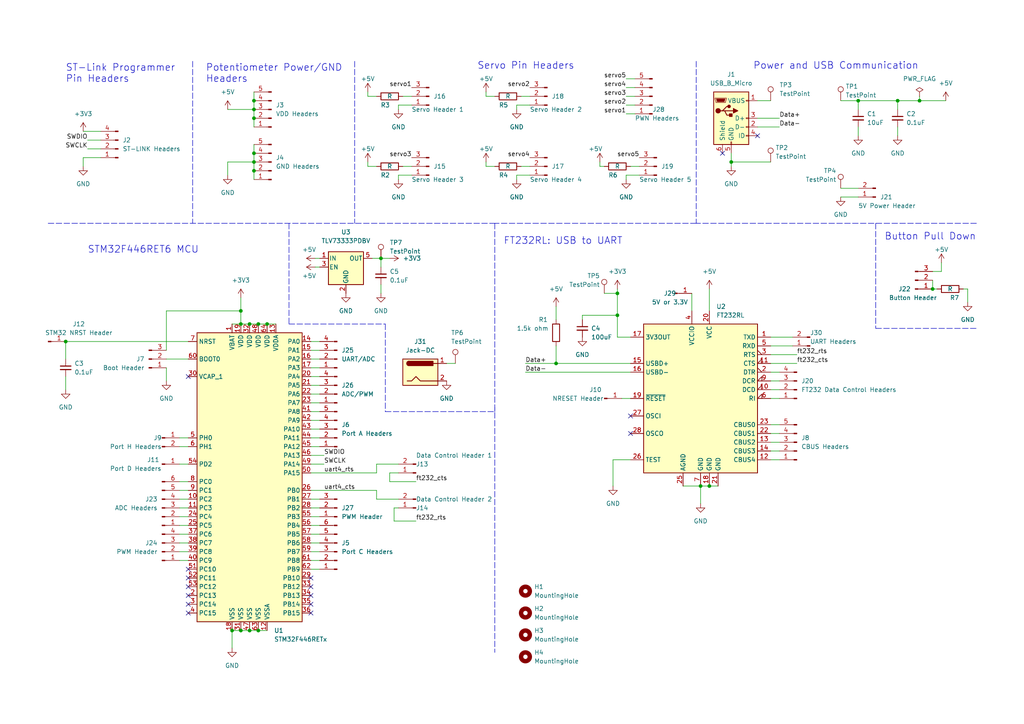
<source format=kicad_sch>
(kicad_sch (version 20211123) (generator eeschema)

  (uuid c83b90fd-361a-419c-92be-e8ebf0c64394)

  (paper "A4")

  (title_block
    (title "Team 23 PCB")
    (date "2022-11-15")
    (rev "2.0")
    (company "University of Illinois at Urbana-Champaign,  ECE 445 Fall 2022")
    (comment 1 "Edited by Yoonseo Choi, Sean Kim, Aaron Gros")
  )

  (lib_symbols
    (symbol "Connector:Conn_01x01_Male" (pin_names (offset 1.016) hide) (in_bom yes) (on_board yes)
      (property "Reference" "J" (id 0) (at 0 2.54 0)
        (effects (font (size 1.27 1.27)))
      )
      (property "Value" "Conn_01x01_Male" (id 1) (at 0 -2.54 0)
        (effects (font (size 1.27 1.27)))
      )
      (property "Footprint" "" (id 2) (at 0 0 0)
        (effects (font (size 1.27 1.27)) hide)
      )
      (property "Datasheet" "~" (id 3) (at 0 0 0)
        (effects (font (size 1.27 1.27)) hide)
      )
      (property "ki_keywords" "connector" (id 4) (at 0 0 0)
        (effects (font (size 1.27 1.27)) hide)
      )
      (property "ki_description" "Generic connector, single row, 01x01, script generated (kicad-library-utils/schlib/autogen/connector/)" (id 5) (at 0 0 0)
        (effects (font (size 1.27 1.27)) hide)
      )
      (property "ki_fp_filters" "Connector*:*" (id 6) (at 0 0 0)
        (effects (font (size 1.27 1.27)) hide)
      )
      (symbol "Conn_01x01_Male_1_1"
        (polyline
          (pts
            (xy 1.27 0)
            (xy 0.8636 0)
          )
          (stroke (width 0.1524) (type default) (color 0 0 0 0))
          (fill (type none))
        )
        (rectangle (start 0.8636 0.127) (end 0 -0.127)
          (stroke (width 0.1524) (type default) (color 0 0 0 0))
          (fill (type outline))
        )
        (pin passive line (at 5.08 0 180) (length 3.81)
          (name "Pin_1" (effects (font (size 1.27 1.27))))
          (number "1" (effects (font (size 1.27 1.27))))
        )
      )
    )
    (symbol "Connector:Conn_01x02_Male" (pin_names (offset 1.016) hide) (in_bom yes) (on_board yes)
      (property "Reference" "J" (id 0) (at 0 2.54 0)
        (effects (font (size 1.27 1.27)))
      )
      (property "Value" "Conn_01x02_Male" (id 1) (at 0 -5.08 0)
        (effects (font (size 1.27 1.27)))
      )
      (property "Footprint" "" (id 2) (at 0 0 0)
        (effects (font (size 1.27 1.27)) hide)
      )
      (property "Datasheet" "~" (id 3) (at 0 0 0)
        (effects (font (size 1.27 1.27)) hide)
      )
      (property "ki_keywords" "connector" (id 4) (at 0 0 0)
        (effects (font (size 1.27 1.27)) hide)
      )
      (property "ki_description" "Generic connector, single row, 01x02, script generated (kicad-library-utils/schlib/autogen/connector/)" (id 5) (at 0 0 0)
        (effects (font (size 1.27 1.27)) hide)
      )
      (property "ki_fp_filters" "Connector*:*_1x??_*" (id 6) (at 0 0 0)
        (effects (font (size 1.27 1.27)) hide)
      )
      (symbol "Conn_01x02_Male_1_1"
        (polyline
          (pts
            (xy 1.27 -2.54)
            (xy 0.8636 -2.54)
          )
          (stroke (width 0.1524) (type default) (color 0 0 0 0))
          (fill (type none))
        )
        (polyline
          (pts
            (xy 1.27 0)
            (xy 0.8636 0)
          )
          (stroke (width 0.1524) (type default) (color 0 0 0 0))
          (fill (type none))
        )
        (rectangle (start 0.8636 -2.413) (end 0 -2.667)
          (stroke (width 0.1524) (type default) (color 0 0 0 0))
          (fill (type outline))
        )
        (rectangle (start 0.8636 0.127) (end 0 -0.127)
          (stroke (width 0.1524) (type default) (color 0 0 0 0))
          (fill (type outline))
        )
        (pin passive line (at 5.08 0 180) (length 3.81)
          (name "Pin_1" (effects (font (size 1.27 1.27))))
          (number "1" (effects (font (size 1.27 1.27))))
        )
        (pin passive line (at 5.08 -2.54 180) (length 3.81)
          (name "Pin_2" (effects (font (size 1.27 1.27))))
          (number "2" (effects (font (size 1.27 1.27))))
        )
      )
    )
    (symbol "Connector:Conn_01x03_Male" (pin_names (offset 1.016) hide) (in_bom yes) (on_board yes)
      (property "Reference" "J" (id 0) (at 0 5.08 0)
        (effects (font (size 1.27 1.27)))
      )
      (property "Value" "Conn_01x03_Male" (id 1) (at 0 -5.08 0)
        (effects (font (size 1.27 1.27)))
      )
      (property "Footprint" "" (id 2) (at 0 0 0)
        (effects (font (size 1.27 1.27)) hide)
      )
      (property "Datasheet" "~" (id 3) (at 0 0 0)
        (effects (font (size 1.27 1.27)) hide)
      )
      (property "ki_keywords" "connector" (id 4) (at 0 0 0)
        (effects (font (size 1.27 1.27)) hide)
      )
      (property "ki_description" "Generic connector, single row, 01x03, script generated (kicad-library-utils/schlib/autogen/connector/)" (id 5) (at 0 0 0)
        (effects (font (size 1.27 1.27)) hide)
      )
      (property "ki_fp_filters" "Connector*:*_1x??_*" (id 6) (at 0 0 0)
        (effects (font (size 1.27 1.27)) hide)
      )
      (symbol "Conn_01x03_Male_1_1"
        (polyline
          (pts
            (xy 1.27 -2.54)
            (xy 0.8636 -2.54)
          )
          (stroke (width 0.1524) (type default) (color 0 0 0 0))
          (fill (type none))
        )
        (polyline
          (pts
            (xy 1.27 0)
            (xy 0.8636 0)
          )
          (stroke (width 0.1524) (type default) (color 0 0 0 0))
          (fill (type none))
        )
        (polyline
          (pts
            (xy 1.27 2.54)
            (xy 0.8636 2.54)
          )
          (stroke (width 0.1524) (type default) (color 0 0 0 0))
          (fill (type none))
        )
        (rectangle (start 0.8636 -2.413) (end 0 -2.667)
          (stroke (width 0.1524) (type default) (color 0 0 0 0))
          (fill (type outline))
        )
        (rectangle (start 0.8636 0.127) (end 0 -0.127)
          (stroke (width 0.1524) (type default) (color 0 0 0 0))
          (fill (type outline))
        )
        (rectangle (start 0.8636 2.667) (end 0 2.413)
          (stroke (width 0.1524) (type default) (color 0 0 0 0))
          (fill (type outline))
        )
        (pin passive line (at 5.08 2.54 180) (length 3.81)
          (name "Pin_1" (effects (font (size 1.27 1.27))))
          (number "1" (effects (font (size 1.27 1.27))))
        )
        (pin passive line (at 5.08 0 180) (length 3.81)
          (name "Pin_2" (effects (font (size 1.27 1.27))))
          (number "2" (effects (font (size 1.27 1.27))))
        )
        (pin passive line (at 5.08 -2.54 180) (length 3.81)
          (name "Pin_3" (effects (font (size 1.27 1.27))))
          (number "3" (effects (font (size 1.27 1.27))))
        )
      )
    )
    (symbol "Connector:Conn_01x04_Male" (pin_names (offset 1.016) hide) (in_bom yes) (on_board yes)
      (property "Reference" "J" (id 0) (at 0 5.08 0)
        (effects (font (size 1.27 1.27)))
      )
      (property "Value" "Conn_01x04_Male" (id 1) (at 0 -7.62 0)
        (effects (font (size 1.27 1.27)))
      )
      (property "Footprint" "" (id 2) (at 0 0 0)
        (effects (font (size 1.27 1.27)) hide)
      )
      (property "Datasheet" "~" (id 3) (at 0 0 0)
        (effects (font (size 1.27 1.27)) hide)
      )
      (property "ki_keywords" "connector" (id 4) (at 0 0 0)
        (effects (font (size 1.27 1.27)) hide)
      )
      (property "ki_description" "Generic connector, single row, 01x04, script generated (kicad-library-utils/schlib/autogen/connector/)" (id 5) (at 0 0 0)
        (effects (font (size 1.27 1.27)) hide)
      )
      (property "ki_fp_filters" "Connector*:*_1x??_*" (id 6) (at 0 0 0)
        (effects (font (size 1.27 1.27)) hide)
      )
      (symbol "Conn_01x04_Male_1_1"
        (polyline
          (pts
            (xy 1.27 -5.08)
            (xy 0.8636 -5.08)
          )
          (stroke (width 0.1524) (type default) (color 0 0 0 0))
          (fill (type none))
        )
        (polyline
          (pts
            (xy 1.27 -2.54)
            (xy 0.8636 -2.54)
          )
          (stroke (width 0.1524) (type default) (color 0 0 0 0))
          (fill (type none))
        )
        (polyline
          (pts
            (xy 1.27 0)
            (xy 0.8636 0)
          )
          (stroke (width 0.1524) (type default) (color 0 0 0 0))
          (fill (type none))
        )
        (polyline
          (pts
            (xy 1.27 2.54)
            (xy 0.8636 2.54)
          )
          (stroke (width 0.1524) (type default) (color 0 0 0 0))
          (fill (type none))
        )
        (rectangle (start 0.8636 -4.953) (end 0 -5.207)
          (stroke (width 0.1524) (type default) (color 0 0 0 0))
          (fill (type outline))
        )
        (rectangle (start 0.8636 -2.413) (end 0 -2.667)
          (stroke (width 0.1524) (type default) (color 0 0 0 0))
          (fill (type outline))
        )
        (rectangle (start 0.8636 0.127) (end 0 -0.127)
          (stroke (width 0.1524) (type default) (color 0 0 0 0))
          (fill (type outline))
        )
        (rectangle (start 0.8636 2.667) (end 0 2.413)
          (stroke (width 0.1524) (type default) (color 0 0 0 0))
          (fill (type outline))
        )
        (pin passive line (at 5.08 2.54 180) (length 3.81)
          (name "Pin_1" (effects (font (size 1.27 1.27))))
          (number "1" (effects (font (size 1.27 1.27))))
        )
        (pin passive line (at 5.08 0 180) (length 3.81)
          (name "Pin_2" (effects (font (size 1.27 1.27))))
          (number "2" (effects (font (size 1.27 1.27))))
        )
        (pin passive line (at 5.08 -2.54 180) (length 3.81)
          (name "Pin_3" (effects (font (size 1.27 1.27))))
          (number "3" (effects (font (size 1.27 1.27))))
        )
        (pin passive line (at 5.08 -5.08 180) (length 3.81)
          (name "Pin_4" (effects (font (size 1.27 1.27))))
          (number "4" (effects (font (size 1.27 1.27))))
        )
      )
    )
    (symbol "Connector:Conn_01x05_Male" (pin_names (offset 1.016) hide) (in_bom yes) (on_board yes)
      (property "Reference" "J" (id 0) (at 0 7.62 0)
        (effects (font (size 1.27 1.27)))
      )
      (property "Value" "Conn_01x05_Male" (id 1) (at 0 -7.62 0)
        (effects (font (size 1.27 1.27)))
      )
      (property "Footprint" "" (id 2) (at 0 0 0)
        (effects (font (size 1.27 1.27)) hide)
      )
      (property "Datasheet" "~" (id 3) (at 0 0 0)
        (effects (font (size 1.27 1.27)) hide)
      )
      (property "ki_keywords" "connector" (id 4) (at 0 0 0)
        (effects (font (size 1.27 1.27)) hide)
      )
      (property "ki_description" "Generic connector, single row, 01x05, script generated (kicad-library-utils/schlib/autogen/connector/)" (id 5) (at 0 0 0)
        (effects (font (size 1.27 1.27)) hide)
      )
      (property "ki_fp_filters" "Connector*:*_1x??_*" (id 6) (at 0 0 0)
        (effects (font (size 1.27 1.27)) hide)
      )
      (symbol "Conn_01x05_Male_1_1"
        (polyline
          (pts
            (xy 1.27 -5.08)
            (xy 0.8636 -5.08)
          )
          (stroke (width 0.1524) (type default) (color 0 0 0 0))
          (fill (type none))
        )
        (polyline
          (pts
            (xy 1.27 -2.54)
            (xy 0.8636 -2.54)
          )
          (stroke (width 0.1524) (type default) (color 0 0 0 0))
          (fill (type none))
        )
        (polyline
          (pts
            (xy 1.27 0)
            (xy 0.8636 0)
          )
          (stroke (width 0.1524) (type default) (color 0 0 0 0))
          (fill (type none))
        )
        (polyline
          (pts
            (xy 1.27 2.54)
            (xy 0.8636 2.54)
          )
          (stroke (width 0.1524) (type default) (color 0 0 0 0))
          (fill (type none))
        )
        (polyline
          (pts
            (xy 1.27 5.08)
            (xy 0.8636 5.08)
          )
          (stroke (width 0.1524) (type default) (color 0 0 0 0))
          (fill (type none))
        )
        (rectangle (start 0.8636 -4.953) (end 0 -5.207)
          (stroke (width 0.1524) (type default) (color 0 0 0 0))
          (fill (type outline))
        )
        (rectangle (start 0.8636 -2.413) (end 0 -2.667)
          (stroke (width 0.1524) (type default) (color 0 0 0 0))
          (fill (type outline))
        )
        (rectangle (start 0.8636 0.127) (end 0 -0.127)
          (stroke (width 0.1524) (type default) (color 0 0 0 0))
          (fill (type outline))
        )
        (rectangle (start 0.8636 2.667) (end 0 2.413)
          (stroke (width 0.1524) (type default) (color 0 0 0 0))
          (fill (type outline))
        )
        (rectangle (start 0.8636 5.207) (end 0 4.953)
          (stroke (width 0.1524) (type default) (color 0 0 0 0))
          (fill (type outline))
        )
        (pin passive line (at 5.08 5.08 180) (length 3.81)
          (name "Pin_1" (effects (font (size 1.27 1.27))))
          (number "1" (effects (font (size 1.27 1.27))))
        )
        (pin passive line (at 5.08 2.54 180) (length 3.81)
          (name "Pin_2" (effects (font (size 1.27 1.27))))
          (number "2" (effects (font (size 1.27 1.27))))
        )
        (pin passive line (at 5.08 0 180) (length 3.81)
          (name "Pin_3" (effects (font (size 1.27 1.27))))
          (number "3" (effects (font (size 1.27 1.27))))
        )
        (pin passive line (at 5.08 -2.54 180) (length 3.81)
          (name "Pin_4" (effects (font (size 1.27 1.27))))
          (number "4" (effects (font (size 1.27 1.27))))
        )
        (pin passive line (at 5.08 -5.08 180) (length 3.81)
          (name "Pin_5" (effects (font (size 1.27 1.27))))
          (number "5" (effects (font (size 1.27 1.27))))
        )
      )
    )
    (symbol "Connector:Conn_01x06_Male" (pin_names (offset 1.016) hide) (in_bom yes) (on_board yes)
      (property "Reference" "J" (id 0) (at 0 7.62 0)
        (effects (font (size 1.27 1.27)))
      )
      (property "Value" "Conn_01x06_Male" (id 1) (at 0 -10.16 0)
        (effects (font (size 1.27 1.27)))
      )
      (property "Footprint" "" (id 2) (at 0 0 0)
        (effects (font (size 1.27 1.27)) hide)
      )
      (property "Datasheet" "~" (id 3) (at 0 0 0)
        (effects (font (size 1.27 1.27)) hide)
      )
      (property "ki_keywords" "connector" (id 4) (at 0 0 0)
        (effects (font (size 1.27 1.27)) hide)
      )
      (property "ki_description" "Generic connector, single row, 01x06, script generated (kicad-library-utils/schlib/autogen/connector/)" (id 5) (at 0 0 0)
        (effects (font (size 1.27 1.27)) hide)
      )
      (property "ki_fp_filters" "Connector*:*_1x??_*" (id 6) (at 0 0 0)
        (effects (font (size 1.27 1.27)) hide)
      )
      (symbol "Conn_01x06_Male_1_1"
        (polyline
          (pts
            (xy 1.27 -7.62)
            (xy 0.8636 -7.62)
          )
          (stroke (width 0.1524) (type default) (color 0 0 0 0))
          (fill (type none))
        )
        (polyline
          (pts
            (xy 1.27 -5.08)
            (xy 0.8636 -5.08)
          )
          (stroke (width 0.1524) (type default) (color 0 0 0 0))
          (fill (type none))
        )
        (polyline
          (pts
            (xy 1.27 -2.54)
            (xy 0.8636 -2.54)
          )
          (stroke (width 0.1524) (type default) (color 0 0 0 0))
          (fill (type none))
        )
        (polyline
          (pts
            (xy 1.27 0)
            (xy 0.8636 0)
          )
          (stroke (width 0.1524) (type default) (color 0 0 0 0))
          (fill (type none))
        )
        (polyline
          (pts
            (xy 1.27 2.54)
            (xy 0.8636 2.54)
          )
          (stroke (width 0.1524) (type default) (color 0 0 0 0))
          (fill (type none))
        )
        (polyline
          (pts
            (xy 1.27 5.08)
            (xy 0.8636 5.08)
          )
          (stroke (width 0.1524) (type default) (color 0 0 0 0))
          (fill (type none))
        )
        (rectangle (start 0.8636 -7.493) (end 0 -7.747)
          (stroke (width 0.1524) (type default) (color 0 0 0 0))
          (fill (type outline))
        )
        (rectangle (start 0.8636 -4.953) (end 0 -5.207)
          (stroke (width 0.1524) (type default) (color 0 0 0 0))
          (fill (type outline))
        )
        (rectangle (start 0.8636 -2.413) (end 0 -2.667)
          (stroke (width 0.1524) (type default) (color 0 0 0 0))
          (fill (type outline))
        )
        (rectangle (start 0.8636 0.127) (end 0 -0.127)
          (stroke (width 0.1524) (type default) (color 0 0 0 0))
          (fill (type outline))
        )
        (rectangle (start 0.8636 2.667) (end 0 2.413)
          (stroke (width 0.1524) (type default) (color 0 0 0 0))
          (fill (type outline))
        )
        (rectangle (start 0.8636 5.207) (end 0 4.953)
          (stroke (width 0.1524) (type default) (color 0 0 0 0))
          (fill (type outline))
        )
        (pin passive line (at 5.08 5.08 180) (length 3.81)
          (name "Pin_1" (effects (font (size 1.27 1.27))))
          (number "1" (effects (font (size 1.27 1.27))))
        )
        (pin passive line (at 5.08 2.54 180) (length 3.81)
          (name "Pin_2" (effects (font (size 1.27 1.27))))
          (number "2" (effects (font (size 1.27 1.27))))
        )
        (pin passive line (at 5.08 0 180) (length 3.81)
          (name "Pin_3" (effects (font (size 1.27 1.27))))
          (number "3" (effects (font (size 1.27 1.27))))
        )
        (pin passive line (at 5.08 -2.54 180) (length 3.81)
          (name "Pin_4" (effects (font (size 1.27 1.27))))
          (number "4" (effects (font (size 1.27 1.27))))
        )
        (pin passive line (at 5.08 -5.08 180) (length 3.81)
          (name "Pin_5" (effects (font (size 1.27 1.27))))
          (number "5" (effects (font (size 1.27 1.27))))
        )
        (pin passive line (at 5.08 -7.62 180) (length 3.81)
          (name "Pin_6" (effects (font (size 1.27 1.27))))
          (number "6" (effects (font (size 1.27 1.27))))
        )
      )
    )
    (symbol "Connector:Jack-DC" (pin_names (offset 1.016)) (in_bom yes) (on_board yes)
      (property "Reference" "J" (id 0) (at 0 5.334 0)
        (effects (font (size 1.27 1.27)))
      )
      (property "Value" "Jack-DC" (id 1) (at 0 -5.08 0)
        (effects (font (size 1.27 1.27)))
      )
      (property "Footprint" "" (id 2) (at 1.27 -1.016 0)
        (effects (font (size 1.27 1.27)) hide)
      )
      (property "Datasheet" "~" (id 3) (at 1.27 -1.016 0)
        (effects (font (size 1.27 1.27)) hide)
      )
      (property "ki_keywords" "DC power barrel jack connector" (id 4) (at 0 0 0)
        (effects (font (size 1.27 1.27)) hide)
      )
      (property "ki_description" "DC Barrel Jack" (id 5) (at 0 0 0)
        (effects (font (size 1.27 1.27)) hide)
      )
      (property "ki_fp_filters" "BarrelJack*" (id 6) (at 0 0 0)
        (effects (font (size 1.27 1.27)) hide)
      )
      (symbol "Jack-DC_0_1"
        (rectangle (start -5.08 3.81) (end 5.08 -3.81)
          (stroke (width 0.254) (type default) (color 0 0 0 0))
          (fill (type background))
        )
        (arc (start -3.302 3.175) (mid -3.937 2.54) (end -3.302 1.905)
          (stroke (width 0.254) (type default) (color 0 0 0 0))
          (fill (type none))
        )
        (arc (start -3.302 3.175) (mid -3.937 2.54) (end -3.302 1.905)
          (stroke (width 0.254) (type default) (color 0 0 0 0))
          (fill (type outline))
        )
        (polyline
          (pts
            (xy 5.08 2.54)
            (xy 3.81 2.54)
          )
          (stroke (width 0.254) (type default) (color 0 0 0 0))
          (fill (type none))
        )
        (polyline
          (pts
            (xy -3.81 -2.54)
            (xy -2.54 -2.54)
            (xy -1.27 -1.27)
            (xy 0 -2.54)
            (xy 2.54 -2.54)
            (xy 5.08 -2.54)
          )
          (stroke (width 0.254) (type default) (color 0 0 0 0))
          (fill (type none))
        )
        (rectangle (start 3.683 3.175) (end -3.302 1.905)
          (stroke (width 0.254) (type default) (color 0 0 0 0))
          (fill (type outline))
        )
      )
      (symbol "Jack-DC_1_1"
        (pin passive line (at 7.62 2.54 180) (length 2.54)
          (name "~" (effects (font (size 1.27 1.27))))
          (number "1" (effects (font (size 1.27 1.27))))
        )
        (pin passive line (at 7.62 -2.54 180) (length 2.54)
          (name "~" (effects (font (size 1.27 1.27))))
          (number "2" (effects (font (size 1.27 1.27))))
        )
      )
    )
    (symbol "Connector:TestPoint" (pin_numbers hide) (pin_names (offset 0.762) hide) (in_bom yes) (on_board yes)
      (property "Reference" "TP" (id 0) (at 0 6.858 0)
        (effects (font (size 1.27 1.27)))
      )
      (property "Value" "TestPoint" (id 1) (at 0 5.08 0)
        (effects (font (size 1.27 1.27)))
      )
      (property "Footprint" "" (id 2) (at 5.08 0 0)
        (effects (font (size 1.27 1.27)) hide)
      )
      (property "Datasheet" "~" (id 3) (at 5.08 0 0)
        (effects (font (size 1.27 1.27)) hide)
      )
      (property "ki_keywords" "test point tp" (id 4) (at 0 0 0)
        (effects (font (size 1.27 1.27)) hide)
      )
      (property "ki_description" "test point" (id 5) (at 0 0 0)
        (effects (font (size 1.27 1.27)) hide)
      )
      (property "ki_fp_filters" "Pin* Test*" (id 6) (at 0 0 0)
        (effects (font (size 1.27 1.27)) hide)
      )
      (symbol "TestPoint_0_1"
        (circle (center 0 3.302) (radius 0.762)
          (stroke (width 0) (type default) (color 0 0 0 0))
          (fill (type none))
        )
      )
      (symbol "TestPoint_1_1"
        (pin passive line (at 0 0 90) (length 2.54)
          (name "1" (effects (font (size 1.27 1.27))))
          (number "1" (effects (font (size 1.27 1.27))))
        )
      )
    )
    (symbol "Connector:USB_B_Micro" (pin_names (offset 1.016)) (in_bom yes) (on_board yes)
      (property "Reference" "J" (id 0) (at -5.08 11.43 0)
        (effects (font (size 1.27 1.27)) (justify left))
      )
      (property "Value" "USB_B_Micro" (id 1) (at -5.08 8.89 0)
        (effects (font (size 1.27 1.27)) (justify left))
      )
      (property "Footprint" "" (id 2) (at 3.81 -1.27 0)
        (effects (font (size 1.27 1.27)) hide)
      )
      (property "Datasheet" "~" (id 3) (at 3.81 -1.27 0)
        (effects (font (size 1.27 1.27)) hide)
      )
      (property "ki_keywords" "connector USB micro" (id 4) (at 0 0 0)
        (effects (font (size 1.27 1.27)) hide)
      )
      (property "ki_description" "USB Micro Type B connector" (id 5) (at 0 0 0)
        (effects (font (size 1.27 1.27)) hide)
      )
      (property "ki_fp_filters" "USB*" (id 6) (at 0 0 0)
        (effects (font (size 1.27 1.27)) hide)
      )
      (symbol "USB_B_Micro_0_1"
        (rectangle (start -5.08 -7.62) (end 5.08 7.62)
          (stroke (width 0.254) (type default) (color 0 0 0 0))
          (fill (type background))
        )
        (circle (center -3.81 2.159) (radius 0.635)
          (stroke (width 0.254) (type default) (color 0 0 0 0))
          (fill (type outline))
        )
        (circle (center -0.635 3.429) (radius 0.381)
          (stroke (width 0.254) (type default) (color 0 0 0 0))
          (fill (type outline))
        )
        (rectangle (start -0.127 -7.62) (end 0.127 -6.858)
          (stroke (width 0) (type default) (color 0 0 0 0))
          (fill (type none))
        )
        (polyline
          (pts
            (xy -1.905 2.159)
            (xy 0.635 2.159)
          )
          (stroke (width 0.254) (type default) (color 0 0 0 0))
          (fill (type none))
        )
        (polyline
          (pts
            (xy -3.175 2.159)
            (xy -2.54 2.159)
            (xy -1.27 3.429)
            (xy -0.635 3.429)
          )
          (stroke (width 0.254) (type default) (color 0 0 0 0))
          (fill (type none))
        )
        (polyline
          (pts
            (xy -2.54 2.159)
            (xy -1.905 2.159)
            (xy -1.27 0.889)
            (xy 0 0.889)
          )
          (stroke (width 0.254) (type default) (color 0 0 0 0))
          (fill (type none))
        )
        (polyline
          (pts
            (xy 0.635 2.794)
            (xy 0.635 1.524)
            (xy 1.905 2.159)
            (xy 0.635 2.794)
          )
          (stroke (width 0.254) (type default) (color 0 0 0 0))
          (fill (type outline))
        )
        (polyline
          (pts
            (xy -4.318 5.588)
            (xy -1.778 5.588)
            (xy -2.032 4.826)
            (xy -4.064 4.826)
            (xy -4.318 5.588)
          )
          (stroke (width 0) (type default) (color 0 0 0 0))
          (fill (type outline))
        )
        (polyline
          (pts
            (xy -4.699 5.842)
            (xy -4.699 5.588)
            (xy -4.445 4.826)
            (xy -4.445 4.572)
            (xy -1.651 4.572)
            (xy -1.651 4.826)
            (xy -1.397 5.588)
            (xy -1.397 5.842)
            (xy -4.699 5.842)
          )
          (stroke (width 0) (type default) (color 0 0 0 0))
          (fill (type none))
        )
        (rectangle (start 0.254 1.27) (end -0.508 0.508)
          (stroke (width 0.254) (type default) (color 0 0 0 0))
          (fill (type outline))
        )
        (rectangle (start 5.08 -5.207) (end 4.318 -4.953)
          (stroke (width 0) (type default) (color 0 0 0 0))
          (fill (type none))
        )
        (rectangle (start 5.08 -2.667) (end 4.318 -2.413)
          (stroke (width 0) (type default) (color 0 0 0 0))
          (fill (type none))
        )
        (rectangle (start 5.08 -0.127) (end 4.318 0.127)
          (stroke (width 0) (type default) (color 0 0 0 0))
          (fill (type none))
        )
        (rectangle (start 5.08 4.953) (end 4.318 5.207)
          (stroke (width 0) (type default) (color 0 0 0 0))
          (fill (type none))
        )
      )
      (symbol "USB_B_Micro_1_1"
        (pin power_out line (at 7.62 5.08 180) (length 2.54)
          (name "VBUS" (effects (font (size 1.27 1.27))))
          (number "1" (effects (font (size 1.27 1.27))))
        )
        (pin bidirectional line (at 7.62 -2.54 180) (length 2.54)
          (name "D-" (effects (font (size 1.27 1.27))))
          (number "2" (effects (font (size 1.27 1.27))))
        )
        (pin bidirectional line (at 7.62 0 180) (length 2.54)
          (name "D+" (effects (font (size 1.27 1.27))))
          (number "3" (effects (font (size 1.27 1.27))))
        )
        (pin passive line (at 7.62 -5.08 180) (length 2.54)
          (name "ID" (effects (font (size 1.27 1.27))))
          (number "4" (effects (font (size 1.27 1.27))))
        )
        (pin power_out line (at 0 -10.16 90) (length 2.54)
          (name "GND" (effects (font (size 1.27 1.27))))
          (number "5" (effects (font (size 1.27 1.27))))
        )
        (pin passive line (at -2.54 -10.16 90) (length 2.54)
          (name "Shield" (effects (font (size 1.27 1.27))))
          (number "6" (effects (font (size 1.27 1.27))))
        )
      )
    )
    (symbol "Device:C_Small" (pin_numbers hide) (pin_names (offset 0.254) hide) (in_bom yes) (on_board yes)
      (property "Reference" "C" (id 0) (at 0.254 1.778 0)
        (effects (font (size 1.27 1.27)) (justify left))
      )
      (property "Value" "C_Small" (id 1) (at 0.254 -2.032 0)
        (effects (font (size 1.27 1.27)) (justify left))
      )
      (property "Footprint" "" (id 2) (at 0 0 0)
        (effects (font (size 1.27 1.27)) hide)
      )
      (property "Datasheet" "~" (id 3) (at 0 0 0)
        (effects (font (size 1.27 1.27)) hide)
      )
      (property "ki_keywords" "capacitor cap" (id 4) (at 0 0 0)
        (effects (font (size 1.27 1.27)) hide)
      )
      (property "ki_description" "Unpolarized capacitor, small symbol" (id 5) (at 0 0 0)
        (effects (font (size 1.27 1.27)) hide)
      )
      (property "ki_fp_filters" "C_*" (id 6) (at 0 0 0)
        (effects (font (size 1.27 1.27)) hide)
      )
      (symbol "C_Small_0_1"
        (polyline
          (pts
            (xy -1.524 -0.508)
            (xy 1.524 -0.508)
          )
          (stroke (width 0.3302) (type default) (color 0 0 0 0))
          (fill (type none))
        )
        (polyline
          (pts
            (xy -1.524 0.508)
            (xy 1.524 0.508)
          )
          (stroke (width 0.3048) (type default) (color 0 0 0 0))
          (fill (type none))
        )
      )
      (symbol "C_Small_1_1"
        (pin passive line (at 0 2.54 270) (length 2.032)
          (name "~" (effects (font (size 1.27 1.27))))
          (number "1" (effects (font (size 1.27 1.27))))
        )
        (pin passive line (at 0 -2.54 90) (length 2.032)
          (name "~" (effects (font (size 1.27 1.27))))
          (number "2" (effects (font (size 1.27 1.27))))
        )
      )
    )
    (symbol "Device:R" (pin_numbers hide) (pin_names (offset 0)) (in_bom yes) (on_board yes)
      (property "Reference" "R" (id 0) (at 2.032 0 90)
        (effects (font (size 1.27 1.27)))
      )
      (property "Value" "R" (id 1) (at 0 0 90)
        (effects (font (size 1.27 1.27)))
      )
      (property "Footprint" "" (id 2) (at -1.778 0 90)
        (effects (font (size 1.27 1.27)) hide)
      )
      (property "Datasheet" "~" (id 3) (at 0 0 0)
        (effects (font (size 1.27 1.27)) hide)
      )
      (property "ki_keywords" "R res resistor" (id 4) (at 0 0 0)
        (effects (font (size 1.27 1.27)) hide)
      )
      (property "ki_description" "Resistor" (id 5) (at 0 0 0)
        (effects (font (size 1.27 1.27)) hide)
      )
      (property "ki_fp_filters" "R_*" (id 6) (at 0 0 0)
        (effects (font (size 1.27 1.27)) hide)
      )
      (symbol "R_0_1"
        (rectangle (start -1.016 -2.54) (end 1.016 2.54)
          (stroke (width 0.254) (type default) (color 0 0 0 0))
          (fill (type none))
        )
      )
      (symbol "R_1_1"
        (pin passive line (at 0 3.81 270) (length 1.27)
          (name "~" (effects (font (size 1.27 1.27))))
          (number "1" (effects (font (size 1.27 1.27))))
        )
        (pin passive line (at 0 -3.81 90) (length 1.27)
          (name "~" (effects (font (size 1.27 1.27))))
          (number "2" (effects (font (size 1.27 1.27))))
        )
      )
    )
    (symbol "Interface_USB:FT232RL" (in_bom yes) (on_board yes)
      (property "Reference" "U" (id 0) (at -16.51 22.86 0)
        (effects (font (size 1.27 1.27)) (justify left))
      )
      (property "Value" "FT232RL" (id 1) (at 10.16 22.86 0)
        (effects (font (size 1.27 1.27)) (justify left))
      )
      (property "Footprint" "Package_SO:SSOP-28_5.3x10.2mm_P0.65mm" (id 2) (at 27.94 -22.86 0)
        (effects (font (size 1.27 1.27)) hide)
      )
      (property "Datasheet" "https://www.ftdichip.com/Support/Documents/DataSheets/ICs/DS_FT232R.pdf" (id 3) (at 0 0 0)
        (effects (font (size 1.27 1.27)) hide)
      )
      (property "ki_keywords" "FTDI USB Serial" (id 4) (at 0 0 0)
        (effects (font (size 1.27 1.27)) hide)
      )
      (property "ki_description" "USB to Serial Interface, SSOP-28" (id 5) (at 0 0 0)
        (effects (font (size 1.27 1.27)) hide)
      )
      (property "ki_fp_filters" "SSOP*5.3x10.2mm*P0.65mm*" (id 6) (at 0 0 0)
        (effects (font (size 1.27 1.27)) hide)
      )
      (symbol "FT232RL_0_1"
        (rectangle (start -16.51 21.59) (end 16.51 -21.59)
          (stroke (width 0.254) (type default) (color 0 0 0 0))
          (fill (type background))
        )
      )
      (symbol "FT232RL_1_1"
        (pin output line (at 20.32 17.78 180) (length 3.81)
          (name "TXD" (effects (font (size 1.27 1.27))))
          (number "1" (effects (font (size 1.27 1.27))))
        )
        (pin input input_low (at 20.32 2.54 180) (length 3.81)
          (name "DCD" (effects (font (size 1.27 1.27))))
          (number "10" (effects (font (size 1.27 1.27))))
        )
        (pin input input_low (at 20.32 10.16 180) (length 3.81)
          (name "CTS" (effects (font (size 1.27 1.27))))
          (number "11" (effects (font (size 1.27 1.27))))
        )
        (pin bidirectional line (at 20.32 -17.78 180) (length 3.81)
          (name "CBUS4" (effects (font (size 1.27 1.27))))
          (number "12" (effects (font (size 1.27 1.27))))
        )
        (pin bidirectional line (at 20.32 -12.7 180) (length 3.81)
          (name "CBUS2" (effects (font (size 1.27 1.27))))
          (number "13" (effects (font (size 1.27 1.27))))
        )
        (pin bidirectional line (at 20.32 -15.24 180) (length 3.81)
          (name "CBUS3" (effects (font (size 1.27 1.27))))
          (number "14" (effects (font (size 1.27 1.27))))
        )
        (pin bidirectional line (at -20.32 10.16 0) (length 3.81)
          (name "USBD+" (effects (font (size 1.27 1.27))))
          (number "15" (effects (font (size 1.27 1.27))))
        )
        (pin bidirectional line (at -20.32 7.62 0) (length 3.81)
          (name "USBD-" (effects (font (size 1.27 1.27))))
          (number "16" (effects (font (size 1.27 1.27))))
        )
        (pin power_out line (at -20.32 17.78 0) (length 3.81)
          (name "3V3OUT" (effects (font (size 1.27 1.27))))
          (number "17" (effects (font (size 1.27 1.27))))
        )
        (pin power_in line (at 2.54 -25.4 90) (length 3.81)
          (name "GND" (effects (font (size 1.27 1.27))))
          (number "18" (effects (font (size 1.27 1.27))))
        )
        (pin input line (at -20.32 0 0) (length 3.81)
          (name "~{RESET}" (effects (font (size 1.27 1.27))))
          (number "19" (effects (font (size 1.27 1.27))))
        )
        (pin output output_low (at 20.32 7.62 180) (length 3.81)
          (name "DTR" (effects (font (size 1.27 1.27))))
          (number "2" (effects (font (size 1.27 1.27))))
        )
        (pin power_in line (at 2.54 25.4 270) (length 3.81)
          (name "VCC" (effects (font (size 1.27 1.27))))
          (number "20" (effects (font (size 1.27 1.27))))
        )
        (pin power_in line (at 5.08 -25.4 90) (length 3.81)
          (name "GND" (effects (font (size 1.27 1.27))))
          (number "21" (effects (font (size 1.27 1.27))))
        )
        (pin bidirectional line (at 20.32 -10.16 180) (length 3.81)
          (name "CBUS1" (effects (font (size 1.27 1.27))))
          (number "22" (effects (font (size 1.27 1.27))))
        )
        (pin bidirectional line (at 20.32 -7.62 180) (length 3.81)
          (name "CBUS0" (effects (font (size 1.27 1.27))))
          (number "23" (effects (font (size 1.27 1.27))))
        )
        (pin power_in line (at -5.08 -25.4 90) (length 3.81)
          (name "AGND" (effects (font (size 1.27 1.27))))
          (number "25" (effects (font (size 1.27 1.27))))
        )
        (pin input line (at -20.32 -17.78 0) (length 3.81)
          (name "TEST" (effects (font (size 1.27 1.27))))
          (number "26" (effects (font (size 1.27 1.27))))
        )
        (pin input line (at -20.32 -5.08 0) (length 3.81)
          (name "OSCI" (effects (font (size 1.27 1.27))))
          (number "27" (effects (font (size 1.27 1.27))))
        )
        (pin output line (at -20.32 -10.16 0) (length 3.81)
          (name "OSCO" (effects (font (size 1.27 1.27))))
          (number "28" (effects (font (size 1.27 1.27))))
        )
        (pin output output_low (at 20.32 12.7 180) (length 3.81)
          (name "RTS" (effects (font (size 1.27 1.27))))
          (number "3" (effects (font (size 1.27 1.27))))
        )
        (pin power_in line (at -2.54 25.4 270) (length 3.81)
          (name "VCCIO" (effects (font (size 1.27 1.27))))
          (number "4" (effects (font (size 1.27 1.27))))
        )
        (pin input line (at 20.32 15.24 180) (length 3.81)
          (name "RXD" (effects (font (size 1.27 1.27))))
          (number "5" (effects (font (size 1.27 1.27))))
        )
        (pin input input_low (at 20.32 0 180) (length 3.81)
          (name "RI" (effects (font (size 1.27 1.27))))
          (number "6" (effects (font (size 1.27 1.27))))
        )
        (pin power_in line (at 0 -25.4 90) (length 3.81)
          (name "GND" (effects (font (size 1.27 1.27))))
          (number "7" (effects (font (size 1.27 1.27))))
        )
        (pin input input_low (at 20.32 5.08 180) (length 3.81)
          (name "DCR" (effects (font (size 1.27 1.27))))
          (number "9" (effects (font (size 1.27 1.27))))
        )
      )
    )
    (symbol "MCU_ST_STM32F4:STM32F446RETx" (in_bom yes) (on_board yes)
      (property "Reference" "U" (id 0) (at -15.24 41.91 0)
        (effects (font (size 1.27 1.27)) (justify left))
      )
      (property "Value" "STM32F446RETx" (id 1) (at 10.16 41.91 0)
        (effects (font (size 1.27 1.27)) (justify left))
      )
      (property "Footprint" "Package_QFP:LQFP-64_10x10mm_P0.5mm" (id 2) (at -15.24 -43.18 0)
        (effects (font (size 1.27 1.27)) (justify right) hide)
      )
      (property "Datasheet" "http://www.st.com/st-web-ui/static/active/en/resource/technical/document/datasheet/DM00141306.pdf" (id 3) (at 0 0 0)
        (effects (font (size 1.27 1.27)) hide)
      )
      (property "ki_keywords" "ARM Cortex-M4 STM32F4 STM32F446" (id 4) (at 0 0 0)
        (effects (font (size 1.27 1.27)) hide)
      )
      (property "ki_description" "ARM Cortex-M4 MCU, 512KB flash, 128KB RAM, 180MHz, 1.8-3.6V, 50 GPIO, LQFP-64" (id 5) (at 0 0 0)
        (effects (font (size 1.27 1.27)) hide)
      )
      (property "ki_fp_filters" "LQFP*10x10mm*P0.5mm*" (id 6) (at 0 0 0)
        (effects (font (size 1.27 1.27)) hide)
      )
      (symbol "STM32F446RETx_0_1"
        (rectangle (start -15.24 -43.18) (end 15.24 40.64)
          (stroke (width 0.254) (type default) (color 0 0 0 0))
          (fill (type background))
        )
      )
      (symbol "STM32F446RETx_1_1"
        (pin power_in line (at -5.08 43.18 270) (length 2.54)
          (name "VBAT" (effects (font (size 1.27 1.27))))
          (number "1" (effects (font (size 1.27 1.27))))
        )
        (pin bidirectional line (at -17.78 -7.62 0) (length 2.54)
          (name "PC2" (effects (font (size 1.27 1.27))))
          (number "10" (effects (font (size 1.27 1.27))))
        )
        (pin bidirectional line (at -17.78 -10.16 0) (length 2.54)
          (name "PC3" (effects (font (size 1.27 1.27))))
          (number "11" (effects (font (size 1.27 1.27))))
        )
        (pin power_in line (at 5.08 -45.72 90) (length 2.54)
          (name "VSSA" (effects (font (size 1.27 1.27))))
          (number "12" (effects (font (size 1.27 1.27))))
        )
        (pin power_in line (at 7.62 43.18 270) (length 2.54)
          (name "VDDA" (effects (font (size 1.27 1.27))))
          (number "13" (effects (font (size 1.27 1.27))))
        )
        (pin bidirectional line (at 17.78 38.1 180) (length 2.54)
          (name "PA0" (effects (font (size 1.27 1.27))))
          (number "14" (effects (font (size 1.27 1.27))))
        )
        (pin bidirectional line (at 17.78 35.56 180) (length 2.54)
          (name "PA1" (effects (font (size 1.27 1.27))))
          (number "15" (effects (font (size 1.27 1.27))))
        )
        (pin bidirectional line (at 17.78 33.02 180) (length 2.54)
          (name "PA2" (effects (font (size 1.27 1.27))))
          (number "16" (effects (font (size 1.27 1.27))))
        )
        (pin bidirectional line (at 17.78 30.48 180) (length 2.54)
          (name "PA3" (effects (font (size 1.27 1.27))))
          (number "17" (effects (font (size 1.27 1.27))))
        )
        (pin power_in line (at -5.08 -45.72 90) (length 2.54)
          (name "VSS" (effects (font (size 1.27 1.27))))
          (number "18" (effects (font (size 1.27 1.27))))
        )
        (pin power_in line (at -2.54 43.18 270) (length 2.54)
          (name "VDD" (effects (font (size 1.27 1.27))))
          (number "19" (effects (font (size 1.27 1.27))))
        )
        (pin bidirectional line (at -17.78 -35.56 0) (length 2.54)
          (name "PC13" (effects (font (size 1.27 1.27))))
          (number "2" (effects (font (size 1.27 1.27))))
        )
        (pin bidirectional line (at 17.78 27.94 180) (length 2.54)
          (name "PA4" (effects (font (size 1.27 1.27))))
          (number "20" (effects (font (size 1.27 1.27))))
        )
        (pin bidirectional line (at 17.78 25.4 180) (length 2.54)
          (name "PA5" (effects (font (size 1.27 1.27))))
          (number "21" (effects (font (size 1.27 1.27))))
        )
        (pin bidirectional line (at 17.78 22.86 180) (length 2.54)
          (name "PA6" (effects (font (size 1.27 1.27))))
          (number "22" (effects (font (size 1.27 1.27))))
        )
        (pin bidirectional line (at 17.78 20.32 180) (length 2.54)
          (name "PA7" (effects (font (size 1.27 1.27))))
          (number "23" (effects (font (size 1.27 1.27))))
        )
        (pin bidirectional line (at -17.78 -12.7 0) (length 2.54)
          (name "PC4" (effects (font (size 1.27 1.27))))
          (number "24" (effects (font (size 1.27 1.27))))
        )
        (pin bidirectional line (at -17.78 -15.24 0) (length 2.54)
          (name "PC5" (effects (font (size 1.27 1.27))))
          (number "25" (effects (font (size 1.27 1.27))))
        )
        (pin bidirectional line (at 17.78 -5.08 180) (length 2.54)
          (name "PB0" (effects (font (size 1.27 1.27))))
          (number "26" (effects (font (size 1.27 1.27))))
        )
        (pin bidirectional line (at 17.78 -7.62 180) (length 2.54)
          (name "PB1" (effects (font (size 1.27 1.27))))
          (number "27" (effects (font (size 1.27 1.27))))
        )
        (pin bidirectional line (at 17.78 -10.16 180) (length 2.54)
          (name "PB2" (effects (font (size 1.27 1.27))))
          (number "28" (effects (font (size 1.27 1.27))))
        )
        (pin bidirectional line (at 17.78 -30.48 180) (length 2.54)
          (name "PB10" (effects (font (size 1.27 1.27))))
          (number "29" (effects (font (size 1.27 1.27))))
        )
        (pin bidirectional line (at -17.78 -38.1 0) (length 2.54)
          (name "PC14" (effects (font (size 1.27 1.27))))
          (number "3" (effects (font (size 1.27 1.27))))
        )
        (pin power_in line (at -17.78 27.94 0) (length 2.54)
          (name "VCAP_1" (effects (font (size 1.27 1.27))))
          (number "30" (effects (font (size 1.27 1.27))))
        )
        (pin power_in line (at -2.54 -45.72 90) (length 2.54)
          (name "VSS" (effects (font (size 1.27 1.27))))
          (number "31" (effects (font (size 1.27 1.27))))
        )
        (pin power_in line (at 0 43.18 270) (length 2.54)
          (name "VDD" (effects (font (size 1.27 1.27))))
          (number "32" (effects (font (size 1.27 1.27))))
        )
        (pin bidirectional line (at 17.78 -33.02 180) (length 2.54)
          (name "PB12" (effects (font (size 1.27 1.27))))
          (number "33" (effects (font (size 1.27 1.27))))
        )
        (pin bidirectional line (at 17.78 -35.56 180) (length 2.54)
          (name "PB13" (effects (font (size 1.27 1.27))))
          (number "34" (effects (font (size 1.27 1.27))))
        )
        (pin bidirectional line (at 17.78 -38.1 180) (length 2.54)
          (name "PB14" (effects (font (size 1.27 1.27))))
          (number "35" (effects (font (size 1.27 1.27))))
        )
        (pin bidirectional line (at 17.78 -40.64 180) (length 2.54)
          (name "PB15" (effects (font (size 1.27 1.27))))
          (number "36" (effects (font (size 1.27 1.27))))
        )
        (pin bidirectional line (at -17.78 -17.78 0) (length 2.54)
          (name "PC6" (effects (font (size 1.27 1.27))))
          (number "37" (effects (font (size 1.27 1.27))))
        )
        (pin bidirectional line (at -17.78 -20.32 0) (length 2.54)
          (name "PC7" (effects (font (size 1.27 1.27))))
          (number "38" (effects (font (size 1.27 1.27))))
        )
        (pin bidirectional line (at -17.78 -22.86 0) (length 2.54)
          (name "PC8" (effects (font (size 1.27 1.27))))
          (number "39" (effects (font (size 1.27 1.27))))
        )
        (pin bidirectional line (at -17.78 -40.64 0) (length 2.54)
          (name "PC15" (effects (font (size 1.27 1.27))))
          (number "4" (effects (font (size 1.27 1.27))))
        )
        (pin bidirectional line (at -17.78 -25.4 0) (length 2.54)
          (name "PC9" (effects (font (size 1.27 1.27))))
          (number "40" (effects (font (size 1.27 1.27))))
        )
        (pin bidirectional line (at 17.78 17.78 180) (length 2.54)
          (name "PA8" (effects (font (size 1.27 1.27))))
          (number "41" (effects (font (size 1.27 1.27))))
        )
        (pin bidirectional line (at 17.78 15.24 180) (length 2.54)
          (name "PA9" (effects (font (size 1.27 1.27))))
          (number "42" (effects (font (size 1.27 1.27))))
        )
        (pin bidirectional line (at 17.78 12.7 180) (length 2.54)
          (name "PA10" (effects (font (size 1.27 1.27))))
          (number "43" (effects (font (size 1.27 1.27))))
        )
        (pin bidirectional line (at 17.78 10.16 180) (length 2.54)
          (name "PA11" (effects (font (size 1.27 1.27))))
          (number "44" (effects (font (size 1.27 1.27))))
        )
        (pin bidirectional line (at 17.78 7.62 180) (length 2.54)
          (name "PA12" (effects (font (size 1.27 1.27))))
          (number "45" (effects (font (size 1.27 1.27))))
        )
        (pin bidirectional line (at 17.78 5.08 180) (length 2.54)
          (name "PA13" (effects (font (size 1.27 1.27))))
          (number "46" (effects (font (size 1.27 1.27))))
        )
        (pin power_in line (at 0 -45.72 90) (length 2.54)
          (name "VSS" (effects (font (size 1.27 1.27))))
          (number "47" (effects (font (size 1.27 1.27))))
        )
        (pin power_in line (at 2.54 43.18 270) (length 2.54)
          (name "VDD" (effects (font (size 1.27 1.27))))
          (number "48" (effects (font (size 1.27 1.27))))
        )
        (pin bidirectional line (at 17.78 2.54 180) (length 2.54)
          (name "PA14" (effects (font (size 1.27 1.27))))
          (number "49" (effects (font (size 1.27 1.27))))
        )
        (pin input line (at -17.78 10.16 0) (length 2.54)
          (name "PH0" (effects (font (size 1.27 1.27))))
          (number "5" (effects (font (size 1.27 1.27))))
        )
        (pin bidirectional line (at 17.78 0 180) (length 2.54)
          (name "PA15" (effects (font (size 1.27 1.27))))
          (number "50" (effects (font (size 1.27 1.27))))
        )
        (pin bidirectional line (at -17.78 -27.94 0) (length 2.54)
          (name "PC10" (effects (font (size 1.27 1.27))))
          (number "51" (effects (font (size 1.27 1.27))))
        )
        (pin bidirectional line (at -17.78 -30.48 0) (length 2.54)
          (name "PC11" (effects (font (size 1.27 1.27))))
          (number "52" (effects (font (size 1.27 1.27))))
        )
        (pin bidirectional line (at -17.78 -33.02 0) (length 2.54)
          (name "PC12" (effects (font (size 1.27 1.27))))
          (number "53" (effects (font (size 1.27 1.27))))
        )
        (pin bidirectional line (at -17.78 2.54 0) (length 2.54)
          (name "PD2" (effects (font (size 1.27 1.27))))
          (number "54" (effects (font (size 1.27 1.27))))
        )
        (pin bidirectional line (at 17.78 -12.7 180) (length 2.54)
          (name "PB3" (effects (font (size 1.27 1.27))))
          (number "55" (effects (font (size 1.27 1.27))))
        )
        (pin bidirectional line (at 17.78 -15.24 180) (length 2.54)
          (name "PB4" (effects (font (size 1.27 1.27))))
          (number "56" (effects (font (size 1.27 1.27))))
        )
        (pin bidirectional line (at 17.78 -17.78 180) (length 2.54)
          (name "PB5" (effects (font (size 1.27 1.27))))
          (number "57" (effects (font (size 1.27 1.27))))
        )
        (pin bidirectional line (at 17.78 -20.32 180) (length 2.54)
          (name "PB6" (effects (font (size 1.27 1.27))))
          (number "58" (effects (font (size 1.27 1.27))))
        )
        (pin bidirectional line (at 17.78 -22.86 180) (length 2.54)
          (name "PB7" (effects (font (size 1.27 1.27))))
          (number "59" (effects (font (size 1.27 1.27))))
        )
        (pin input line (at -17.78 7.62 0) (length 2.54)
          (name "PH1" (effects (font (size 1.27 1.27))))
          (number "6" (effects (font (size 1.27 1.27))))
        )
        (pin input line (at -17.78 33.02 0) (length 2.54)
          (name "BOOT0" (effects (font (size 1.27 1.27))))
          (number "60" (effects (font (size 1.27 1.27))))
        )
        (pin bidirectional line (at 17.78 -25.4 180) (length 2.54)
          (name "PB8" (effects (font (size 1.27 1.27))))
          (number "61" (effects (font (size 1.27 1.27))))
        )
        (pin bidirectional line (at 17.78 -27.94 180) (length 2.54)
          (name "PB9" (effects (font (size 1.27 1.27))))
          (number "62" (effects (font (size 1.27 1.27))))
        )
        (pin power_in line (at 2.54 -45.72 90) (length 2.54)
          (name "VSS" (effects (font (size 1.27 1.27))))
          (number "63" (effects (font (size 1.27 1.27))))
        )
        (pin power_in line (at 5.08 43.18 270) (length 2.54)
          (name "VDD" (effects (font (size 1.27 1.27))))
          (number "64" (effects (font (size 1.27 1.27))))
        )
        (pin input line (at -17.78 38.1 0) (length 2.54)
          (name "NRST" (effects (font (size 1.27 1.27))))
          (number "7" (effects (font (size 1.27 1.27))))
        )
        (pin bidirectional line (at -17.78 -2.54 0) (length 2.54)
          (name "PC0" (effects (font (size 1.27 1.27))))
          (number "8" (effects (font (size 1.27 1.27))))
        )
        (pin bidirectional line (at -17.78 -5.08 0) (length 2.54)
          (name "PC1" (effects (font (size 1.27 1.27))))
          (number "9" (effects (font (size 1.27 1.27))))
        )
      )
    )
    (symbol "Mechanical:MountingHole" (pin_names (offset 1.016)) (in_bom yes) (on_board yes)
      (property "Reference" "H" (id 0) (at 0 5.08 0)
        (effects (font (size 1.27 1.27)))
      )
      (property "Value" "MountingHole" (id 1) (at 0 3.175 0)
        (effects (font (size 1.27 1.27)))
      )
      (property "Footprint" "" (id 2) (at 0 0 0)
        (effects (font (size 1.27 1.27)) hide)
      )
      (property "Datasheet" "~" (id 3) (at 0 0 0)
        (effects (font (size 1.27 1.27)) hide)
      )
      (property "ki_keywords" "mounting hole" (id 4) (at 0 0 0)
        (effects (font (size 1.27 1.27)) hide)
      )
      (property "ki_description" "Mounting Hole without connection" (id 5) (at 0 0 0)
        (effects (font (size 1.27 1.27)) hide)
      )
      (property "ki_fp_filters" "MountingHole*" (id 6) (at 0 0 0)
        (effects (font (size 1.27 1.27)) hide)
      )
      (symbol "MountingHole_0_1"
        (circle (center 0 0) (radius 1.27)
          (stroke (width 1.27) (type default) (color 0 0 0 0))
          (fill (type none))
        )
      )
    )
    (symbol "Regulator_Linear:TLV73333PDBV" (pin_names (offset 0.254)) (in_bom yes) (on_board yes)
      (property "Reference" "U" (id 0) (at -3.81 5.715 0)
        (effects (font (size 1.27 1.27)))
      )
      (property "Value" "TLV73333PDBV" (id 1) (at 0 5.715 0)
        (effects (font (size 1.27 1.27)) (justify left))
      )
      (property "Footprint" "Package_TO_SOT_SMD:SOT-23-5" (id 2) (at 0 8.255 0)
        (effects (font (size 1.27 1.27) italic) hide)
      )
      (property "Datasheet" "http://www.ti.com/lit/ds/symlink/tlv733p.pdf" (id 3) (at 0 0 0)
        (effects (font (size 1.27 1.27)) hide)
      )
      (property "ki_keywords" "300mA LDO Regulator Fixed Positive Capacitor-Free" (id 4) (at 0 0 0)
        (effects (font (size 1.27 1.27)) hide)
      )
      (property "ki_description" "300mA Capacitor-Free Low Dropout Voltage Regulator, Fixed Output 3.3V, SOT-23-5" (id 5) (at 0 0 0)
        (effects (font (size 1.27 1.27)) hide)
      )
      (property "ki_fp_filters" "SOT?23*" (id 6) (at 0 0 0)
        (effects (font (size 1.27 1.27)) hide)
      )
      (symbol "TLV73333PDBV_0_1"
        (rectangle (start -5.08 4.445) (end 5.08 -5.08)
          (stroke (width 0.254) (type default) (color 0 0 0 0))
          (fill (type background))
        )
      )
      (symbol "TLV73333PDBV_1_1"
        (pin power_in line (at -7.62 2.54 0) (length 2.54)
          (name "IN" (effects (font (size 1.27 1.27))))
          (number "1" (effects (font (size 1.27 1.27))))
        )
        (pin power_in line (at 0 -7.62 90) (length 2.54)
          (name "GND" (effects (font (size 1.27 1.27))))
          (number "2" (effects (font (size 1.27 1.27))))
        )
        (pin input line (at -7.62 0 0) (length 2.54)
          (name "EN" (effects (font (size 1.27 1.27))))
          (number "3" (effects (font (size 1.27 1.27))))
        )
        (pin no_connect line (at 5.08 0 180) (length 2.54) hide
          (name "NC" (effects (font (size 1.27 1.27))))
          (number "4" (effects (font (size 1.27 1.27))))
        )
        (pin power_out line (at 7.62 2.54 180) (length 2.54)
          (name "OUT" (effects (font (size 1.27 1.27))))
          (number "5" (effects (font (size 1.27 1.27))))
        )
      )
    )
    (symbol "power:+3V3" (power) (pin_names (offset 0)) (in_bom yes) (on_board yes)
      (property "Reference" "#PWR" (id 0) (at 0 -3.81 0)
        (effects (font (size 1.27 1.27)) hide)
      )
      (property "Value" "+3V3" (id 1) (at 0 3.556 0)
        (effects (font (size 1.27 1.27)))
      )
      (property "Footprint" "" (id 2) (at 0 0 0)
        (effects (font (size 1.27 1.27)) hide)
      )
      (property "Datasheet" "" (id 3) (at 0 0 0)
        (effects (font (size 1.27 1.27)) hide)
      )
      (property "ki_keywords" "power-flag" (id 4) (at 0 0 0)
        (effects (font (size 1.27 1.27)) hide)
      )
      (property "ki_description" "Power symbol creates a global label with name \"+3V3\"" (id 5) (at 0 0 0)
        (effects (font (size 1.27 1.27)) hide)
      )
      (symbol "+3V3_0_1"
        (polyline
          (pts
            (xy -0.762 1.27)
            (xy 0 2.54)
          )
          (stroke (width 0) (type default) (color 0 0 0 0))
          (fill (type none))
        )
        (polyline
          (pts
            (xy 0 0)
            (xy 0 2.54)
          )
          (stroke (width 0) (type default) (color 0 0 0 0))
          (fill (type none))
        )
        (polyline
          (pts
            (xy 0 2.54)
            (xy 0.762 1.27)
          )
          (stroke (width 0) (type default) (color 0 0 0 0))
          (fill (type none))
        )
      )
      (symbol "+3V3_1_1"
        (pin power_in line (at 0 0 90) (length 0) hide
          (name "+3V3" (effects (font (size 1.27 1.27))))
          (number "1" (effects (font (size 1.27 1.27))))
        )
      )
    )
    (symbol "power:+5V" (power) (pin_names (offset 0)) (in_bom yes) (on_board yes)
      (property "Reference" "#PWR" (id 0) (at 0 -3.81 0)
        (effects (font (size 1.27 1.27)) hide)
      )
      (property "Value" "+5V" (id 1) (at 0 3.556 0)
        (effects (font (size 1.27 1.27)))
      )
      (property "Footprint" "" (id 2) (at 0 0 0)
        (effects (font (size 1.27 1.27)) hide)
      )
      (property "Datasheet" "" (id 3) (at 0 0 0)
        (effects (font (size 1.27 1.27)) hide)
      )
      (property "ki_keywords" "power-flag" (id 4) (at 0 0 0)
        (effects (font (size 1.27 1.27)) hide)
      )
      (property "ki_description" "Power symbol creates a global label with name \"+5V\"" (id 5) (at 0 0 0)
        (effects (font (size 1.27 1.27)) hide)
      )
      (symbol "+5V_0_1"
        (polyline
          (pts
            (xy -0.762 1.27)
            (xy 0 2.54)
          )
          (stroke (width 0) (type default) (color 0 0 0 0))
          (fill (type none))
        )
        (polyline
          (pts
            (xy 0 0)
            (xy 0 2.54)
          )
          (stroke (width 0) (type default) (color 0 0 0 0))
          (fill (type none))
        )
        (polyline
          (pts
            (xy 0 2.54)
            (xy 0.762 1.27)
          )
          (stroke (width 0) (type default) (color 0 0 0 0))
          (fill (type none))
        )
      )
      (symbol "+5V_1_1"
        (pin power_in line (at 0 0 90) (length 0) hide
          (name "+5V" (effects (font (size 1.27 1.27))))
          (number "1" (effects (font (size 1.27 1.27))))
        )
      )
    )
    (symbol "power:GND" (power) (pin_names (offset 0)) (in_bom yes) (on_board yes)
      (property "Reference" "#PWR" (id 0) (at 0 -6.35 0)
        (effects (font (size 1.27 1.27)) hide)
      )
      (property "Value" "GND" (id 1) (at 0 -3.81 0)
        (effects (font (size 1.27 1.27)))
      )
      (property "Footprint" "" (id 2) (at 0 0 0)
        (effects (font (size 1.27 1.27)) hide)
      )
      (property "Datasheet" "" (id 3) (at 0 0 0)
        (effects (font (size 1.27 1.27)) hide)
      )
      (property "ki_keywords" "power-flag" (id 4) (at 0 0 0)
        (effects (font (size 1.27 1.27)) hide)
      )
      (property "ki_description" "Power symbol creates a global label with name \"GND\" , ground" (id 5) (at 0 0 0)
        (effects (font (size 1.27 1.27)) hide)
      )
      (symbol "GND_0_1"
        (polyline
          (pts
            (xy 0 0)
            (xy 0 -1.27)
            (xy 1.27 -1.27)
            (xy 0 -2.54)
            (xy -1.27 -1.27)
            (xy 0 -1.27)
          )
          (stroke (width 0) (type default) (color 0 0 0 0))
          (fill (type none))
        )
      )
      (symbol "GND_1_1"
        (pin power_in line (at 0 0 270) (length 0) hide
          (name "GND" (effects (font (size 1.27 1.27))))
          (number "1" (effects (font (size 1.27 1.27))))
        )
      )
    )
    (symbol "power:PWR_FLAG" (power) (pin_numbers hide) (pin_names (offset 0) hide) (in_bom yes) (on_board yes)
      (property "Reference" "#FLG" (id 0) (at 0 1.905 0)
        (effects (font (size 1.27 1.27)) hide)
      )
      (property "Value" "PWR_FLAG" (id 1) (at 0 3.81 0)
        (effects (font (size 1.27 1.27)))
      )
      (property "Footprint" "" (id 2) (at 0 0 0)
        (effects (font (size 1.27 1.27)) hide)
      )
      (property "Datasheet" "~" (id 3) (at 0 0 0)
        (effects (font (size 1.27 1.27)) hide)
      )
      (property "ki_keywords" "power-flag" (id 4) (at 0 0 0)
        (effects (font (size 1.27 1.27)) hide)
      )
      (property "ki_description" "Special symbol for telling ERC where power comes from" (id 5) (at 0 0 0)
        (effects (font (size 1.27 1.27)) hide)
      )
      (symbol "PWR_FLAG_0_0"
        (pin power_out line (at 0 0 90) (length 0)
          (name "pwr" (effects (font (size 1.27 1.27))))
          (number "1" (effects (font (size 1.27 1.27))))
        )
      )
      (symbol "PWR_FLAG_0_1"
        (polyline
          (pts
            (xy 0 0)
            (xy 0 1.27)
            (xy -1.016 1.905)
            (xy 0 2.54)
            (xy 1.016 1.905)
            (xy 0 1.27)
          )
          (stroke (width 0) (type default) (color 0 0 0 0))
          (fill (type none))
        )
      )
    )
  )

  (junction (at 179.07 85.09) (diameter 0) (color 0 0 0 0)
    (uuid 00f6120d-7ba4-4858-b9ad-4a2d1ed0a87e)
  )
  (junction (at 110.49 74.93) (diameter 0) (color 0 0 0 0)
    (uuid 0cc842dc-de11-49f8-8306-3f179e8f45e3)
  )
  (junction (at 203.2 140.97) (diameter 0) (color 0 0 0 0)
    (uuid 1d5849ec-7019-4ec9-8292-a2df78e38a28)
  )
  (junction (at 19.05 99.06) (diameter 0) (color 0 0 0 0)
    (uuid 23607f85-5ad4-4df9-b748-6f5e3cdc8de7)
  )
  (junction (at 69.85 90.17) (diameter 0) (color 0 0 0 0)
    (uuid 2426b5de-a2f7-4279-97c2-111c2dd86fe8)
  )
  (junction (at 205.74 140.97) (diameter 0) (color 0 0 0 0)
    (uuid 33668fe9-8458-4153-8c5e-98faec3ac9a7)
  )
  (junction (at 77.47 93.98) (diameter 0) (color 0 0 0 0)
    (uuid 3d182ab8-49ec-4f57-bd7e-5b11cc9289e9)
  )
  (junction (at 73.66 29.21) (diameter 0) (color 0 0 0 0)
    (uuid 4087ddf7-8513-41fe-8a13-c56ed66a3372)
  )
  (junction (at 161.29 105.41) (diameter 0) (color 0 0 0 0)
    (uuid 450f6587-872e-4c05-9757-2f75886382f1)
  )
  (junction (at 179.07 91.44) (diameter 0) (color 0 0 0 0)
    (uuid 480a50e2-84ab-4564-9dd4-0e8cf74c2efb)
  )
  (junction (at 266.7 29.21) (diameter 0) (color 0 0 0 0)
    (uuid 48d8fca3-0c5b-4074-8486-d19ca328bae8)
  )
  (junction (at 73.66 34.29) (diameter 0) (color 0 0 0 0)
    (uuid 58db4f67-6865-4707-8f8e-a0b00a4b4c0b)
  )
  (junction (at 74.93 182.88) (diameter 0) (color 0 0 0 0)
    (uuid 786034ef-8676-4e79-a377-5bc405159aeb)
  )
  (junction (at 69.85 93.98) (diameter 0) (color 0 0 0 0)
    (uuid 7e9cc435-f922-4b44-9e84-fa30e3b99000)
  )
  (junction (at 72.39 93.98) (diameter 0) (color 0 0 0 0)
    (uuid 83499000-1f9a-4ff5-b359-ec10f9b25403)
  )
  (junction (at 72.39 182.88) (diameter 0) (color 0 0 0 0)
    (uuid 86e7d0fe-c118-4367-b3c4-4220be8c8f43)
  )
  (junction (at 260.35 29.21) (diameter 0) (color 0 0 0 0)
    (uuid 8ff4170e-4472-424c-ac96-7af6aacbc08e)
  )
  (junction (at 73.66 44.45) (diameter 0) (color 0 0 0 0)
    (uuid 90d08f7a-978e-4fb1-a5ec-5b90e94fa427)
  )
  (junction (at 69.85 182.88) (diameter 0) (color 0 0 0 0)
    (uuid 92cee275-396e-4288-a3f3-d15a36cebf7d)
  )
  (junction (at 73.66 46.99) (diameter 0) (color 0 0 0 0)
    (uuid ad540435-c8d8-462c-967e-39a2a7cc64a0)
  )
  (junction (at 248.92 29.21) (diameter 0) (color 0 0 0 0)
    (uuid ae2bc858-db12-40d2-9c58-4947d4936b26)
  )
  (junction (at 73.66 49.53) (diameter 0) (color 0 0 0 0)
    (uuid c9c171a4-37e8-4bef-83e4-c250076c09a4)
  )
  (junction (at 270.51 83.82) (diameter 0) (color 0 0 0 0)
    (uuid cb1b109b-8d4d-4ee0-8d49-03897609c426)
  )
  (junction (at 73.66 31.75) (diameter 0) (color 0 0 0 0)
    (uuid cfe3962f-6041-4bde-8928-62b5ecee12c7)
  )
  (junction (at 74.93 93.98) (diameter 0) (color 0 0 0 0)
    (uuid dafd5dbe-01bb-4504-8307-0862d5b2eb26)
  )
  (junction (at 212.09 46.99) (diameter 0) (color 0 0 0 0)
    (uuid e3a56b4d-8018-43e8-8835-fb9336329afb)
  )
  (junction (at 67.31 182.88) (diameter 0) (color 0 0 0 0)
    (uuid fe31249e-fa69-4fd6-a930-ede8a984a6c5)
  )

  (no_connect (at 54.61 109.22) (uuid 1a80f018-3de7-4d40-96a6-37c232c3a054))
  (no_connect (at 219.71 39.37) (uuid 200a6b08-ad01-4798-943c-bb2e6d22dbfa))
  (no_connect (at 54.61 165.1) (uuid 4479cf5c-9635-4830-b782-d09a6fbf6fc7))
  (no_connect (at 54.61 167.64) (uuid 4479cf5c-9635-4830-b782-d09a6fbf6fc8))
  (no_connect (at 54.61 170.18) (uuid 4479cf5c-9635-4830-b782-d09a6fbf6fc9))
  (no_connect (at 54.61 172.72) (uuid 4479cf5c-9635-4830-b782-d09a6fbf6fca))
  (no_connect (at 54.61 175.26) (uuid 4479cf5c-9635-4830-b782-d09a6fbf6fcb))
  (no_connect (at 54.61 177.8) (uuid 4479cf5c-9635-4830-b782-d09a6fbf6fcc))
  (no_connect (at 182.88 125.73) (uuid b67cecef-c9fc-48ca-be00-b2de4e6c5492))
  (no_connect (at 182.88 120.65) (uuid b67cecef-c9fc-48ca-be00-b2de4e6c5493))
  (no_connect (at 90.17 167.64) (uuid c3777a3f-43a6-4512-bea0-137249684144))
  (no_connect (at 90.17 170.18) (uuid c3777a3f-43a6-4512-bea0-137249684145))
  (no_connect (at 90.17 172.72) (uuid c3777a3f-43a6-4512-bea0-137249684146))
  (no_connect (at 90.17 175.26) (uuid c3777a3f-43a6-4512-bea0-137249684147))
  (no_connect (at 90.17 177.8) (uuid c3777a3f-43a6-4512-bea0-137249684148))
  (no_connect (at 209.55 44.45) (uuid d3ba369e-1e11-4a35-b5ef-e6a609755a8c))

  (wire (pts (xy 90.17 101.6) (xy 92.71 101.6))
    (stroke (width 0) (type default) (color 0 0 0 0))
    (uuid 007b726f-8ff3-4ef4-a94d-1b150ba3a6dd)
  )
  (wire (pts (xy 48.26 104.14) (xy 54.61 104.14))
    (stroke (width 0) (type default) (color 0 0 0 0))
    (uuid 02b85b65-de7d-483c-83b2-8c1a1d4da130)
  )
  (wire (pts (xy 67.31 93.98) (xy 69.85 93.98))
    (stroke (width 0) (type default) (color 0 0 0 0))
    (uuid 02d8068a-b27b-434a-b4f3-cc1779a8fc11)
  )
  (wire (pts (xy 120.65 139.7) (xy 113.03 139.7))
    (stroke (width 0) (type default) (color 0 0 0 0))
    (uuid 0647f7e6-0006-4e86-8077-6dfbee5df51d)
  )
  (wire (pts (xy 90.17 134.62) (xy 93.98 134.62))
    (stroke (width 0) (type default) (color 0 0 0 0))
    (uuid 0706ddeb-70c8-4ae1-971f-b71c065fbc4c)
  )
  (wire (pts (xy 115.57 30.48) (xy 119.38 30.48))
    (stroke (width 0) (type default) (color 0 0 0 0))
    (uuid 07eede89-42eb-43f1-bd07-27828dadee1d)
  )
  (wire (pts (xy 115.57 137.16) (xy 113.03 137.16))
    (stroke (width 0) (type default) (color 0 0 0 0))
    (uuid 0808cb8c-b1c5-4690-8b99-64bf0148beea)
  )
  (wire (pts (xy 161.29 105.41) (xy 182.88 105.41))
    (stroke (width 0) (type default) (color 0 0 0 0))
    (uuid 0c752f72-6efd-4ee8-a72d-db4a57aa6ae5)
  )
  (wire (pts (xy 212.09 44.45) (xy 212.09 46.99))
    (stroke (width 0) (type default) (color 0 0 0 0))
    (uuid 0ca20453-ce4f-4dbc-9aaf-7451c1cde69b)
  )
  (wire (pts (xy 52.07 134.62) (xy 54.61 134.62))
    (stroke (width 0) (type default) (color 0 0 0 0))
    (uuid 0d050ca8-94da-4aca-beff-933fdc1282a6)
  )
  (wire (pts (xy 67.31 182.88) (xy 67.31 187.96))
    (stroke (width 0) (type default) (color 0 0 0 0))
    (uuid 10bc7269-c83d-4566-8ea3-8c9faceed1f4)
  )
  (wire (pts (xy 226.06 133.35) (xy 223.52 133.35))
    (stroke (width 0) (type default) (color 0 0 0 0))
    (uuid 10e1b426-daff-4e9e-baef-8f67254d9a90)
  )
  (wire (pts (xy 52.07 160.02) (xy 54.61 160.02))
    (stroke (width 0) (type default) (color 0 0 0 0))
    (uuid 11baf979-0bc1-4cfa-a6dc-a5d0987cf643)
  )
  (polyline (pts (xy 201.93 64.77) (xy 143.51 64.77))
    (stroke (width 0) (type default) (color 0 0 0 0))
    (uuid 13fc5567-fdb4-419e-beb5-a69992a3ac06)
  )

  (wire (pts (xy 116.84 27.94) (xy 119.38 27.94))
    (stroke (width 0) (type default) (color 0 0 0 0))
    (uuid 1570184a-9869-4df9-9e0d-8fd66429ab28)
  )
  (wire (pts (xy 73.66 46.99) (xy 73.66 49.53))
    (stroke (width 0) (type default) (color 0 0 0 0))
    (uuid 15a61107-345f-42bd-ba57-58a62ee0fcb5)
  )
  (wire (pts (xy 92.71 157.48) (xy 90.17 157.48))
    (stroke (width 0) (type default) (color 0 0 0 0))
    (uuid 161eeb46-5496-47cc-b7c9-979efa5f4822)
  )
  (wire (pts (xy 66.04 31.75) (xy 73.66 31.75))
    (stroke (width 0) (type default) (color 0 0 0 0))
    (uuid 16dacdda-2168-415c-8814-228af94398b8)
  )
  (wire (pts (xy 219.71 29.21) (xy 223.52 29.21))
    (stroke (width 0) (type default) (color 0 0 0 0))
    (uuid 17279fcb-607e-431f-8df6-13dcb8b0e853)
  )
  (wire (pts (xy 182.88 48.26) (xy 185.42 48.26))
    (stroke (width 0) (type default) (color 0 0 0 0))
    (uuid 180d323a-2838-4b2f-b3b3-54668622ebdb)
  )
  (polyline (pts (xy 143.51 64.77) (xy 143.51 189.23))
    (stroke (width 0) (type default) (color 0 0 0 0))
    (uuid 19e8acb7-6ddc-4413-bc02-dd8dffc31212)
  )

  (wire (pts (xy 223.52 100.33) (xy 229.87 100.33))
    (stroke (width 0) (type default) (color 0 0 0 0))
    (uuid 1a1bb1b2-6516-4dea-9119-2d0f4864917a)
  )
  (wire (pts (xy 115.57 31.75) (xy 115.57 30.48))
    (stroke (width 0) (type default) (color 0 0 0 0))
    (uuid 1be172a7-a6c6-407f-af4d-2360c71e7d5f)
  )
  (polyline (pts (xy 201.93 17.78) (xy 201.93 64.77))
    (stroke (width 0) (type default) (color 0 0 0 0))
    (uuid 1e4df954-6d15-4d5d-9a6e-f1e2360d4794)
  )

  (wire (pts (xy 106.68 27.94) (xy 106.68 26.67))
    (stroke (width 0) (type default) (color 0 0 0 0))
    (uuid 1f99dfd2-0b5f-49de-b07e-f8aa48d1e5d2)
  )
  (wire (pts (xy 92.71 152.4) (xy 90.17 152.4))
    (stroke (width 0) (type default) (color 0 0 0 0))
    (uuid 2228c7da-4bd4-4c8e-817e-6980d54daf5f)
  )
  (wire (pts (xy 52.07 152.4) (xy 54.61 152.4))
    (stroke (width 0) (type default) (color 0 0 0 0))
    (uuid 231e8541-59cd-4b9f-8a3d-3f8fa34b6c41)
  )
  (wire (pts (xy 48.26 101.6) (xy 48.26 90.17))
    (stroke (width 0) (type default) (color 0 0 0 0))
    (uuid 27726005-0291-4495-9577-aad2f959d7fd)
  )
  (wire (pts (xy 24.13 38.1) (xy 29.21 38.1))
    (stroke (width 0) (type default) (color 0 0 0 0))
    (uuid 2848fad9-a29d-41e1-842d-3ff25f3cae4e)
  )
  (wire (pts (xy 266.7 29.21) (xy 274.32 29.21))
    (stroke (width 0) (type default) (color 0 0 0 0))
    (uuid 28b2322d-92c3-44ab-87e4-e5db937df1fb)
  )
  (wire (pts (xy 181.61 50.8) (xy 185.42 50.8))
    (stroke (width 0) (type default) (color 0 0 0 0))
    (uuid 295be6a5-02c2-499f-ac30-706a93e5dd03)
  )
  (wire (pts (xy 110.49 82.55) (xy 110.49 85.09))
    (stroke (width 0) (type default) (color 0 0 0 0))
    (uuid 2c927367-5b59-4d80-8ceb-0ef4d1789c12)
  )
  (wire (pts (xy 260.35 29.21) (xy 260.35 31.75))
    (stroke (width 0) (type default) (color 0 0 0 0))
    (uuid 2daaed68-8181-48ea-99e2-b399c5876e12)
  )
  (wire (pts (xy 110.49 74.93) (xy 107.95 74.93))
    (stroke (width 0) (type default) (color 0 0 0 0))
    (uuid 2e918a31-2d57-441a-82c1-910ee07c80b3)
  )
  (wire (pts (xy 200.66 85.09) (xy 200.66 90.17))
    (stroke (width 0) (type default) (color 0 0 0 0))
    (uuid 2ff9ee52-06f3-4d28-a921-8d58c3930857)
  )
  (wire (pts (xy 266.7 27.94) (xy 266.7 29.21))
    (stroke (width 0) (type default) (color 0 0 0 0))
    (uuid 31acf1ee-1019-4d18-8a8a-ae63fe38e101)
  )
  (wire (pts (xy 90.17 114.3) (xy 92.71 114.3))
    (stroke (width 0) (type default) (color 0 0 0 0))
    (uuid 33db0ad7-695d-4c1e-983f-e5d91c8cdbff)
  )
  (wire (pts (xy 120.65 151.13) (xy 114.3 151.13))
    (stroke (width 0) (type default) (color 0 0 0 0))
    (uuid 34cbb44a-f694-4f47-9ad4-3938883749fa)
  )
  (wire (pts (xy 248.92 36.83) (xy 248.92 39.37))
    (stroke (width 0) (type default) (color 0 0 0 0))
    (uuid 34ed3873-ea96-4991-95a9-c48ccb3c37c9)
  )
  (wire (pts (xy 280.67 83.82) (xy 280.67 87.63))
    (stroke (width 0) (type default) (color 0 0 0 0))
    (uuid 37771519-9c9d-4f9e-81a8-50a9bbe1c1a2)
  )
  (wire (pts (xy 52.07 129.54) (xy 54.61 129.54))
    (stroke (width 0) (type default) (color 0 0 0 0))
    (uuid 37a126f8-febf-4db2-919c-8a62265a8c0a)
  )
  (wire (pts (xy 74.93 182.88) (xy 77.47 182.88))
    (stroke (width 0) (type default) (color 0 0 0 0))
    (uuid 387b5344-28ae-4d8f-a0a6-3a2514029760)
  )
  (wire (pts (xy 161.29 100.33) (xy 161.29 105.41))
    (stroke (width 0) (type default) (color 0 0 0 0))
    (uuid 388ebdd9-2d25-4c81-bd09-8a68c09d23d6)
  )
  (polyline (pts (xy 254 64.77) (xy 254 95.25))
    (stroke (width 0) (type default) (color 0 0 0 0))
    (uuid 38e3cdde-7887-4446-9ffc-fa548fa2aca9)
  )

  (wire (pts (xy 90.17 104.14) (xy 92.71 104.14))
    (stroke (width 0) (type default) (color 0 0 0 0))
    (uuid 3da468bb-a9b0-46f8-817a-6512b3d3e90d)
  )
  (wire (pts (xy 109.22 137.16) (xy 109.22 134.62))
    (stroke (width 0) (type default) (color 0 0 0 0))
    (uuid 3ee88c0e-2714-409b-8f49-63ff4be0bef2)
  )
  (polyline (pts (xy 111.76 119.38) (xy 143.51 119.38))
    (stroke (width 0) (type default) (color 0 0 0 0))
    (uuid 4017ea1f-7c92-41dd-ade1-73dfb0ffb588)
  )

  (wire (pts (xy 106.68 48.26) (xy 109.22 48.26))
    (stroke (width 0) (type default) (color 0 0 0 0))
    (uuid 41fda382-8e30-4804-a95d-f07db3a3cfd5)
  )
  (wire (pts (xy 226.06 115.57) (xy 223.52 115.57))
    (stroke (width 0) (type default) (color 0 0 0 0))
    (uuid 42948de5-df9a-4702-a5b3-8e7340803f01)
  )
  (wire (pts (xy 67.31 182.88) (xy 69.85 182.88))
    (stroke (width 0) (type default) (color 0 0 0 0))
    (uuid 43334b76-7925-468a-bbe5-ed8f9dff4b72)
  )
  (wire (pts (xy 106.68 46.99) (xy 106.68 48.26))
    (stroke (width 0) (type default) (color 0 0 0 0))
    (uuid 4432da86-7e96-479c-a6b0-a45a355ac8a3)
  )
  (wire (pts (xy 73.66 31.75) (xy 73.66 34.29))
    (stroke (width 0) (type default) (color 0 0 0 0))
    (uuid 44a4e6a2-8ab6-4854-aacd-a93e8f55a8f9)
  )
  (wire (pts (xy 226.06 113.03) (xy 223.52 113.03))
    (stroke (width 0) (type default) (color 0 0 0 0))
    (uuid 44b8b593-3211-4d63-9a18-530fa1b7b36a)
  )
  (wire (pts (xy 114.3 151.13) (xy 114.3 147.32))
    (stroke (width 0) (type default) (color 0 0 0 0))
    (uuid 44d7fd09-7ff0-4d56-a433-a34eaf6fa842)
  )
  (wire (pts (xy 52.07 149.86) (xy 54.61 149.86))
    (stroke (width 0) (type default) (color 0 0 0 0))
    (uuid 45db1de0-98be-446b-b3b5-3374d94e358f)
  )
  (wire (pts (xy 173.99 48.26) (xy 173.99 46.99))
    (stroke (width 0) (type default) (color 0 0 0 0))
    (uuid 48d21952-bac7-4b22-b1bd-5f99701fcb30)
  )
  (wire (pts (xy 226.06 123.19) (xy 223.52 123.19))
    (stroke (width 0) (type default) (color 0 0 0 0))
    (uuid 49371ee3-ad82-4d91-982d-3970d3508607)
  )
  (wire (pts (xy 73.66 46.99) (xy 66.04 46.99))
    (stroke (width 0) (type default) (color 0 0 0 0))
    (uuid 4b09e9c2-f9df-4f3e-b97a-ac5f3a223ec9)
  )
  (wire (pts (xy 90.17 127) (xy 92.71 127))
    (stroke (width 0) (type default) (color 0 0 0 0))
    (uuid 4b2142de-219e-4ae6-a4fd-e20c901e3ff3)
  )
  (wire (pts (xy 90.17 137.16) (xy 109.22 137.16))
    (stroke (width 0) (type default) (color 0 0 0 0))
    (uuid 4b2202c8-8fe4-495c-9cb0-3242cd2b8b0a)
  )
  (wire (pts (xy 181.61 33.02) (xy 184.15 33.02))
    (stroke (width 0) (type default) (color 0 0 0 0))
    (uuid 4b3b6248-6de7-41ee-8ee6-196c6ad15d31)
  )
  (wire (pts (xy 223.52 105.41) (xy 231.14 105.41))
    (stroke (width 0) (type default) (color 0 0 0 0))
    (uuid 4f074033-eefb-4047-9058-6bd1d3740fec)
  )
  (wire (pts (xy 52.07 127) (xy 54.61 127))
    (stroke (width 0) (type default) (color 0 0 0 0))
    (uuid 4ff2f0c4-c935-43f0-8ec0-deead30e8f77)
  )
  (wire (pts (xy 90.17 116.84) (xy 92.71 116.84))
    (stroke (width 0) (type default) (color 0 0 0 0))
    (uuid 50cd3973-b4ec-4061-9ee7-8e5a389796a1)
  )
  (wire (pts (xy 175.26 48.26) (xy 173.99 48.26))
    (stroke (width 0) (type default) (color 0 0 0 0))
    (uuid 51436f2f-9101-453d-ae82-95beab4a486b)
  )
  (polyline (pts (xy 143.51 119.38) (xy 143.51 118.11))
    (stroke (width 0) (type default) (color 0 0 0 0))
    (uuid 528cd2d9-3915-49b9-a665-ebc04d514eac)
  )

  (wire (pts (xy 223.52 102.87) (xy 231.14 102.87))
    (stroke (width 0) (type default) (color 0 0 0 0))
    (uuid 529b8c60-c9fb-498c-b3c8-a4d36534ac49)
  )
  (wire (pts (xy 161.29 88.9) (xy 161.29 92.71))
    (stroke (width 0) (type default) (color 0 0 0 0))
    (uuid 534ceea8-5bc0-4d71-89bd-b17eec593513)
  )
  (polyline (pts (xy 283.21 64.77) (xy 201.93 64.77))
    (stroke (width 0) (type default) (color 0 0 0 0))
    (uuid 53dd813b-e9a2-4740-bdf0-8e1e1a768efd)
  )

  (wire (pts (xy 203.2 140.97) (xy 205.74 140.97))
    (stroke (width 0) (type default) (color 0 0 0 0))
    (uuid 5584b731-4971-4fd1-a196-ab8d437411b9)
  )
  (wire (pts (xy 52.07 154.94) (xy 54.61 154.94))
    (stroke (width 0) (type default) (color 0 0 0 0))
    (uuid 561d28cd-5542-4bd2-b49d-ace781ae08be)
  )
  (wire (pts (xy 177.8 140.97) (xy 177.8 133.35))
    (stroke (width 0) (type default) (color 0 0 0 0))
    (uuid 581c87c3-8f38-49b5-8afc-de83622acb52)
  )
  (wire (pts (xy 25.4 40.64) (xy 29.21 40.64))
    (stroke (width 0) (type default) (color 0 0 0 0))
    (uuid 59a2ded0-fac8-4c49-9d76-6b501999a9e5)
  )
  (wire (pts (xy 73.66 49.53) (xy 73.66 52.07))
    (stroke (width 0) (type default) (color 0 0 0 0))
    (uuid 5b9bce79-a9e2-490d-90b3-7d45aa167aaa)
  )
  (polyline (pts (xy 13.97 64.77) (xy 143.51 64.77))
    (stroke (width 0) (type default) (color 0 0 0 0))
    (uuid 5d4038db-a20e-4e1f-990e-539c8d7036bc)
  )

  (wire (pts (xy 270.51 83.82) (xy 271.78 83.82))
    (stroke (width 0) (type default) (color 0 0 0 0))
    (uuid 5d99e520-651f-4849-9ac5-5ebb1e26f056)
  )
  (wire (pts (xy 273.05 78.74) (xy 273.05 76.2))
    (stroke (width 0) (type default) (color 0 0 0 0))
    (uuid 622547af-fb2c-418b-b7ec-22baa9d5bcb7)
  )
  (wire (pts (xy 168.91 92.71) (xy 168.91 91.44))
    (stroke (width 0) (type default) (color 0 0 0 0))
    (uuid 654f0744-00c8-4bb0-a9fc-174dadf860f1)
  )
  (wire (pts (xy 73.66 29.21) (xy 73.66 31.75))
    (stroke (width 0) (type default) (color 0 0 0 0))
    (uuid 6654404d-1049-485c-903a-486c9d42b7d7)
  )
  (wire (pts (xy 72.39 182.88) (xy 74.93 182.88))
    (stroke (width 0) (type default) (color 0 0 0 0))
    (uuid 68147eca-894a-496e-b90a-c74cc289b927)
  )
  (wire (pts (xy 90.17 124.46) (xy 92.71 124.46))
    (stroke (width 0) (type default) (color 0 0 0 0))
    (uuid 68b4706f-b829-48a5-af99-969909297c9d)
  )
  (wire (pts (xy 69.85 86.36) (xy 69.85 90.17))
    (stroke (width 0) (type default) (color 0 0 0 0))
    (uuid 6ac0c4fe-1960-4fb2-aa0b-ac14425c8ed5)
  )
  (wire (pts (xy 260.35 36.83) (xy 260.35 39.37))
    (stroke (width 0) (type default) (color 0 0 0 0))
    (uuid 70e41199-7f52-44b4-b426-4cc671e80b89)
  )
  (wire (pts (xy 149.86 30.48) (xy 153.67 30.48))
    (stroke (width 0) (type default) (color 0 0 0 0))
    (uuid 71259366-e629-417a-85c4-5a938b8bc1f4)
  )
  (wire (pts (xy 143.51 27.94) (xy 140.97 27.94))
    (stroke (width 0) (type default) (color 0 0 0 0))
    (uuid 71c78fb7-9d64-4573-9860-b73e39685c48)
  )
  (wire (pts (xy 248.92 29.21) (xy 248.92 31.75))
    (stroke (width 0) (type default) (color 0 0 0 0))
    (uuid 73c6c86a-4611-4647-a093-7f4c9100d526)
  )
  (wire (pts (xy 179.07 97.79) (xy 182.88 97.79))
    (stroke (width 0) (type default) (color 0 0 0 0))
    (uuid 745095bc-97ef-4f8e-8bfe-6f147f4ac921)
  )
  (wire (pts (xy 48.26 106.68) (xy 48.26 110.49))
    (stroke (width 0) (type default) (color 0 0 0 0))
    (uuid 7543c050-e618-47c0-a568-caaaf53bd47c)
  )
  (wire (pts (xy 179.07 91.44) (xy 179.07 97.79))
    (stroke (width 0) (type default) (color 0 0 0 0))
    (uuid 76eaeb12-b877-45f9-840f-fd8d347e6b47)
  )
  (wire (pts (xy 203.2 140.97) (xy 203.2 146.05))
    (stroke (width 0) (type default) (color 0 0 0 0))
    (uuid 7761b961-1ba0-4db7-a7e8-cf836fe27c73)
  )
  (wire (pts (xy 91.44 77.47) (xy 92.71 77.47))
    (stroke (width 0) (type default) (color 0 0 0 0))
    (uuid 7944b100-7339-493a-acfb-76ab1492755e)
  )
  (wire (pts (xy 24.13 45.72) (xy 24.13 48.26))
    (stroke (width 0) (type default) (color 0 0 0 0))
    (uuid 7a026d63-d6c0-4cdd-9233-9545a49e5f71)
  )
  (wire (pts (xy 73.66 44.45) (xy 73.66 46.99))
    (stroke (width 0) (type default) (color 0 0 0 0))
    (uuid 7bbb884e-bdaa-46c3-b6bd-b586aee71abc)
  )
  (wire (pts (xy 73.66 26.67) (xy 73.66 29.21))
    (stroke (width 0) (type default) (color 0 0 0 0))
    (uuid 7cd894bb-2504-442a-a024-ac4fc95b5670)
  )
  (wire (pts (xy 90.17 99.06) (xy 92.71 99.06))
    (stroke (width 0) (type default) (color 0 0 0 0))
    (uuid 7d87bb6f-98a6-4b41-a6f0-af926f30e8bd)
  )
  (wire (pts (xy 152.4 107.95) (xy 182.88 107.95))
    (stroke (width 0) (type default) (color 0 0 0 0))
    (uuid 81471184-2e64-40c6-b106-4ba231668426)
  )
  (wire (pts (xy 69.85 93.98) (xy 72.39 93.98))
    (stroke (width 0) (type default) (color 0 0 0 0))
    (uuid 84e553b9-8269-4fa5-9d32-4a81d8c1735f)
  )
  (wire (pts (xy 212.09 46.99) (xy 212.09 48.26))
    (stroke (width 0) (type default) (color 0 0 0 0))
    (uuid 87849e38-9c9d-4968-9420-6a2a997dee68)
  )
  (wire (pts (xy 54.61 99.06) (xy 19.05 99.06))
    (stroke (width 0) (type default) (color 0 0 0 0))
    (uuid 8a951cd3-92a8-4a32-ba9e-fb66931aa07d)
  )
  (wire (pts (xy 226.06 128.27) (xy 223.52 128.27))
    (stroke (width 0) (type default) (color 0 0 0 0))
    (uuid 8b157099-c846-44d8-a09b-db8b0cddda1d)
  )
  (wire (pts (xy 181.61 22.86) (xy 184.15 22.86))
    (stroke (width 0) (type default) (color 0 0 0 0))
    (uuid 8d064db9-09c2-47b3-afc8-a105b3fb21ed)
  )
  (wire (pts (xy 132.08 105.41) (xy 129.54 105.41))
    (stroke (width 0) (type default) (color 0 0 0 0))
    (uuid 8e6a9133-fde2-4ed9-9fa6-86bc9dcfa8ad)
  )
  (wire (pts (xy 151.13 27.94) (xy 153.67 27.94))
    (stroke (width 0) (type default) (color 0 0 0 0))
    (uuid 910e212b-81ff-4a09-9d71-a433ddc35602)
  )
  (wire (pts (xy 90.17 121.92) (xy 92.71 121.92))
    (stroke (width 0) (type default) (color 0 0 0 0))
    (uuid 925e10f0-c094-4bd6-bed6-7245dd24df25)
  )
  (wire (pts (xy 19.05 109.22) (xy 19.05 113.03))
    (stroke (width 0) (type default) (color 0 0 0 0))
    (uuid 9395a723-c97e-47be-9df0-6e974d11afe1)
  )
  (wire (pts (xy 149.86 31.75) (xy 149.86 30.48))
    (stroke (width 0) (type default) (color 0 0 0 0))
    (uuid 97508ddb-6232-48bc-97d5-ac26c66e066e)
  )
  (wire (pts (xy 219.71 34.29) (xy 226.06 34.29))
    (stroke (width 0) (type default) (color 0 0 0 0))
    (uuid 985f739a-70c6-4ae8-8562-de96c9ece547)
  )
  (wire (pts (xy 90.17 149.86) (xy 92.71 149.86))
    (stroke (width 0) (type default) (color 0 0 0 0))
    (uuid 9a1bd84f-464b-46fa-8e79-c67767f4fb16)
  )
  (wire (pts (xy 140.97 27.94) (xy 140.97 26.67))
    (stroke (width 0) (type default) (color 0 0 0 0))
    (uuid 9adf9021-df8a-4d0b-b345-3dfa28d9bb73)
  )
  (wire (pts (xy 248.92 29.21) (xy 260.35 29.21))
    (stroke (width 0) (type default) (color 0 0 0 0))
    (uuid 9d7af009-4515-442a-afcd-df5d5ace7601)
  )
  (wire (pts (xy 223.52 97.79) (xy 229.87 97.79))
    (stroke (width 0) (type default) (color 0 0 0 0))
    (uuid 9e2494f7-75ca-4356-a73d-3535d3039df1)
  )
  (wire (pts (xy 219.71 36.83) (xy 226.06 36.83))
    (stroke (width 0) (type default) (color 0 0 0 0))
    (uuid a02759e3-5a3e-47cb-85cd-b20503efcbc0)
  )
  (wire (pts (xy 205.74 140.97) (xy 208.28 140.97))
    (stroke (width 0) (type default) (color 0 0 0 0))
    (uuid a0db0dbe-154f-42bf-9078-0cf7aa22e525)
  )
  (wire (pts (xy 92.71 165.1) (xy 90.17 165.1))
    (stroke (width 0) (type default) (color 0 0 0 0))
    (uuid a12f837c-5286-4374-a0ca-d6d2daa98491)
  )
  (wire (pts (xy 177.8 133.35) (xy 182.88 133.35))
    (stroke (width 0) (type default) (color 0 0 0 0))
    (uuid a22b3a2a-ad85-451e-8a02-c76e26b9ccbd)
  )
  (wire (pts (xy 212.09 46.99) (xy 223.52 46.99))
    (stroke (width 0) (type default) (color 0 0 0 0))
    (uuid a31d041a-ae8e-40c9-8680-33a6db76f3c3)
  )
  (wire (pts (xy 143.51 48.26) (xy 140.97 48.26))
    (stroke (width 0) (type default) (color 0 0 0 0))
    (uuid a3557fb7-30cc-46ee-b8dc-194673ff1b71)
  )
  (wire (pts (xy 90.17 111.76) (xy 92.71 111.76))
    (stroke (width 0) (type default) (color 0 0 0 0))
    (uuid a56de469-0b48-4afe-ae5e-0d1f6e54c010)
  )
  (wire (pts (xy 90.17 129.54) (xy 92.71 129.54))
    (stroke (width 0) (type default) (color 0 0 0 0))
    (uuid a5b7ccb2-544c-42c0-b48d-b20a5756dc4e)
  )
  (wire (pts (xy 140.97 48.26) (xy 140.97 46.99))
    (stroke (width 0) (type default) (color 0 0 0 0))
    (uuid a5da0896-97e6-4891-9330-1ced065e9b99)
  )
  (wire (pts (xy 109.22 134.62) (xy 115.57 134.62))
    (stroke (width 0) (type default) (color 0 0 0 0))
    (uuid a82e4d04-37fe-4e5c-91d9-2ed61b7c5804)
  )
  (wire (pts (xy 73.66 41.91) (xy 73.66 44.45))
    (stroke (width 0) (type default) (color 0 0 0 0))
    (uuid a8369ff8-7de7-4f78-9b6b-90b90d6c05a4)
  )
  (wire (pts (xy 69.85 182.88) (xy 72.39 182.88))
    (stroke (width 0) (type default) (color 0 0 0 0))
    (uuid a88cd35a-a933-4f18-a986-f5b1fcbf0bfa)
  )
  (wire (pts (xy 175.26 85.09) (xy 179.07 85.09))
    (stroke (width 0) (type default) (color 0 0 0 0))
    (uuid a9082d74-9919-4399-811a-131f37538d31)
  )
  (wire (pts (xy 205.74 83.82) (xy 205.74 90.17))
    (stroke (width 0) (type default) (color 0 0 0 0))
    (uuid ab61d968-429b-47da-bacc-5add44074ef4)
  )
  (wire (pts (xy 179.07 85.09) (xy 179.07 91.44))
    (stroke (width 0) (type default) (color 0 0 0 0))
    (uuid abebbb0e-7085-4a8a-bfa9-2e26ce204d5f)
  )
  (wire (pts (xy 181.61 27.94) (xy 184.15 27.94))
    (stroke (width 0) (type default) (color 0 0 0 0))
    (uuid ac3dd678-e830-4878-96af-64e45ab04e72)
  )
  (wire (pts (xy 90.17 109.22) (xy 92.71 109.22))
    (stroke (width 0) (type default) (color 0 0 0 0))
    (uuid af3b4d73-9465-4927-ab82-c7bae2aa610c)
  )
  (wire (pts (xy 115.57 52.07) (xy 115.57 50.8))
    (stroke (width 0) (type default) (color 0 0 0 0))
    (uuid b2c5d3db-7d64-410c-bbdf-f3c7970099ce)
  )
  (wire (pts (xy 77.47 93.98) (xy 80.01 93.98))
    (stroke (width 0) (type default) (color 0 0 0 0))
    (uuid b3702a20-fc60-454f-9160-d16808bc46fc)
  )
  (wire (pts (xy 260.35 29.21) (xy 266.7 29.21))
    (stroke (width 0) (type default) (color 0 0 0 0))
    (uuid b5565ca5-c429-41cc-bc08-e0c116a66f90)
  )
  (wire (pts (xy 115.57 144.78) (xy 109.22 144.78))
    (stroke (width 0) (type default) (color 0 0 0 0))
    (uuid b58775c5-d386-44b1-a96f-50ed8b3202c7)
  )
  (wire (pts (xy 24.13 45.72) (xy 29.21 45.72))
    (stroke (width 0) (type default) (color 0 0 0 0))
    (uuid b8bdb21d-ff34-450d-8da9-be460426f73e)
  )
  (wire (pts (xy 66.04 46.99) (xy 66.04 50.8))
    (stroke (width 0) (type default) (color 0 0 0 0))
    (uuid b9245fab-814b-4cb0-94fd-8f2f8b320ec5)
  )
  (wire (pts (xy 73.66 34.29) (xy 73.66 36.83))
    (stroke (width 0) (type default) (color 0 0 0 0))
    (uuid b97240e2-2860-4441-86f6-8d41c9e8d950)
  )
  (wire (pts (xy 149.86 50.8) (xy 153.67 50.8))
    (stroke (width 0) (type default) (color 0 0 0 0))
    (uuid b9b118de-7d94-45d5-a0ef-50c4440b6269)
  )
  (wire (pts (xy 116.84 48.26) (xy 119.38 48.26))
    (stroke (width 0) (type default) (color 0 0 0 0))
    (uuid bc955dc3-94e6-4a21-8dc3-e22bc315ef13)
  )
  (polyline (pts (xy 83.82 93.98) (xy 111.76 93.98))
    (stroke (width 0) (type default) (color 0 0 0 0))
    (uuid bdd0713c-5eda-41f9-9c95-b12daf617c8f)
  )
  (polyline (pts (xy 55.88 17.78) (xy 55.88 64.77))
    (stroke (width 0) (type default) (color 0 0 0 0))
    (uuid be4976f5-cad6-4a47-871e-caf96d221395)
  )

  (wire (pts (xy 52.07 139.7) (xy 54.61 139.7))
    (stroke (width 0) (type default) (color 0 0 0 0))
    (uuid bf6ff434-1028-4cfa-892c-9ca200cac110)
  )
  (wire (pts (xy 92.71 162.56) (xy 90.17 162.56))
    (stroke (width 0) (type default) (color 0 0 0 0))
    (uuid bfab58b1-df92-4d24-b1ae-42a870c0518c)
  )
  (wire (pts (xy 72.39 93.98) (xy 74.93 93.98))
    (stroke (width 0) (type default) (color 0 0 0 0))
    (uuid c1862dca-fe39-4ec6-a16a-8cad7d1d19a8)
  )
  (wire (pts (xy 270.51 81.28) (xy 270.51 83.82))
    (stroke (width 0) (type default) (color 0 0 0 0))
    (uuid c390b837-c62e-4e13-8031-8c2467f71d81)
  )
  (wire (pts (xy 90.17 132.08) (xy 93.98 132.08))
    (stroke (width 0) (type default) (color 0 0 0 0))
    (uuid c3b1e354-6001-4db0-b034-cf55754bc4f8)
  )
  (wire (pts (xy 226.06 107.95) (xy 223.52 107.95))
    (stroke (width 0) (type default) (color 0 0 0 0))
    (uuid c3b606b1-3c3d-49f9-985d-5a39c8cbea91)
  )
  (wire (pts (xy 115.57 147.32) (xy 114.3 147.32))
    (stroke (width 0) (type default) (color 0 0 0 0))
    (uuid c43c5bcf-230b-4beb-b4b1-d7120e28d9bb)
  )
  (wire (pts (xy 152.4 105.41) (xy 161.29 105.41))
    (stroke (width 0) (type default) (color 0 0 0 0))
    (uuid c532aa60-ae4f-497b-a366-e3eea9344531)
  )
  (wire (pts (xy 52.07 157.48) (xy 54.61 157.48))
    (stroke (width 0) (type default) (color 0 0 0 0))
    (uuid c6427e32-7fc7-4d64-b467-86a58e859984)
  )
  (wire (pts (xy 110.49 74.93) (xy 110.49 77.47))
    (stroke (width 0) (type default) (color 0 0 0 0))
    (uuid c784a8b4-c7da-4bcd-808f-c8a9ea0c5dfc)
  )
  (wire (pts (xy 270.51 78.74) (xy 273.05 78.74))
    (stroke (width 0) (type default) (color 0 0 0 0))
    (uuid c853e2ed-210d-4511-9ce9-5c717ea20701)
  )
  (polyline (pts (xy 102.87 17.78) (xy 102.87 64.77))
    (stroke (width 0) (type default) (color 0 0 0 0))
    (uuid c86f942c-4c4e-44f2-bb75-7b7fa544798f)
  )

  (wire (pts (xy 113.03 74.93) (xy 110.49 74.93))
    (stroke (width 0) (type default) (color 0 0 0 0))
    (uuid cb8e4620-2b3e-400d-aa7f-8f0739dd9847)
  )
  (wire (pts (xy 52.07 162.56) (xy 54.61 162.56))
    (stroke (width 0) (type default) (color 0 0 0 0))
    (uuid cbf473c9-3562-4623-9674-5b0720f6ef8d)
  )
  (wire (pts (xy 181.61 52.07) (xy 181.61 50.8))
    (stroke (width 0) (type default) (color 0 0 0 0))
    (uuid ccb9c608-a510-4fa4-ae66-0ad79c95f011)
  )
  (wire (pts (xy 180.34 115.57) (xy 182.88 115.57))
    (stroke (width 0) (type default) (color 0 0 0 0))
    (uuid cd967344-0060-4b02-81cf-30466a1bc943)
  )
  (wire (pts (xy 149.86 52.07) (xy 149.86 50.8))
    (stroke (width 0) (type default) (color 0 0 0 0))
    (uuid ce6f330f-b824-487a-b9a1-dc72c8d0a7fe)
  )
  (wire (pts (xy 109.22 144.78) (xy 109.22 142.24))
    (stroke (width 0) (type default) (color 0 0 0 0))
    (uuid cf1d5e9a-d4a9-462a-a36d-c237424e646f)
  )
  (wire (pts (xy 48.26 90.17) (xy 69.85 90.17))
    (stroke (width 0) (type default) (color 0 0 0 0))
    (uuid d0467e6a-d147-4d7c-a4c3-c7b6761744ec)
  )
  (wire (pts (xy 90.17 142.24) (xy 109.22 142.24))
    (stroke (width 0) (type default) (color 0 0 0 0))
    (uuid d1617c45-a5e3-4d2e-b62e-b602de250c4c)
  )
  (polyline (pts (xy 83.82 64.77) (xy 83.82 93.98))
    (stroke (width 0) (type default) (color 0 0 0 0))
    (uuid d2b13982-5f2d-4d4e-a455-780abfc1415d)
  )

  (wire (pts (xy 90.17 147.32) (xy 92.71 147.32))
    (stroke (width 0) (type default) (color 0 0 0 0))
    (uuid d2c1a482-4a23-407a-9bdf-5293a6f77a5f)
  )
  (wire (pts (xy 243.84 29.21) (xy 248.92 29.21))
    (stroke (width 0) (type default) (color 0 0 0 0))
    (uuid d5a389fa-9945-4082-9965-a6845149d79b)
  )
  (wire (pts (xy 179.07 83.82) (xy 179.07 85.09))
    (stroke (width 0) (type default) (color 0 0 0 0))
    (uuid d6b91434-3795-4316-ab98-22040217fa39)
  )
  (wire (pts (xy 226.06 125.73) (xy 223.52 125.73))
    (stroke (width 0) (type default) (color 0 0 0 0))
    (uuid d777cc32-e6f2-4d16-a09d-680f282e9fe3)
  )
  (wire (pts (xy 52.07 142.24) (xy 54.61 142.24))
    (stroke (width 0) (type default) (color 0 0 0 0))
    (uuid d9523f80-5437-4c8d-9e11-dc553b86ea4b)
  )
  (wire (pts (xy 279.4 83.82) (xy 280.67 83.82))
    (stroke (width 0) (type default) (color 0 0 0 0))
    (uuid dc732208-e27e-43e2-b28d-e9430f74b98a)
  )
  (wire (pts (xy 181.61 25.4) (xy 184.15 25.4))
    (stroke (width 0) (type default) (color 0 0 0 0))
    (uuid e1118886-8e27-4f7b-b2b6-3e2889a0aa0a)
  )
  (wire (pts (xy 92.71 160.02) (xy 90.17 160.02))
    (stroke (width 0) (type default) (color 0 0 0 0))
    (uuid e297a235-7334-49aa-943f-6edc70c5a012)
  )
  (wire (pts (xy 198.12 140.97) (xy 203.2 140.97))
    (stroke (width 0) (type default) (color 0 0 0 0))
    (uuid e47de675-e3e0-46eb-a47f-f5f30cd855e3)
  )
  (wire (pts (xy 90.17 119.38) (xy 92.71 119.38))
    (stroke (width 0) (type default) (color 0 0 0 0))
    (uuid e66cf24f-c3c8-4631-b20c-4776f0512173)
  )
  (wire (pts (xy 248.92 54.61) (xy 243.84 54.61))
    (stroke (width 0) (type default) (color 0 0 0 0))
    (uuid e93a79b4-3e02-49a0-820b-abe954ea173e)
  )
  (polyline (pts (xy 254 95.25) (xy 283.21 95.25))
    (stroke (width 0) (type default) (color 0 0 0 0))
    (uuid ea5c32e2-a7dc-40a3-a64b-70ce147d916e)
  )

  (wire (pts (xy 52.07 147.32) (xy 54.61 147.32))
    (stroke (width 0) (type default) (color 0 0 0 0))
    (uuid eb6daa3e-e0f8-4d8d-9504-fc6f032076b3)
  )
  (wire (pts (xy 168.91 91.44) (xy 179.07 91.44))
    (stroke (width 0) (type default) (color 0 0 0 0))
    (uuid ebc6992f-5a84-4988-bf85-f4c837d97c38)
  )
  (wire (pts (xy 115.57 50.8) (xy 119.38 50.8))
    (stroke (width 0) (type default) (color 0 0 0 0))
    (uuid ed49218c-7497-4fa2-b65a-04eda1207975)
  )
  (polyline (pts (xy 111.76 93.98) (xy 111.76 119.38))
    (stroke (width 0) (type default) (color 0 0 0 0))
    (uuid ee2f4206-f17d-40ee-9fc6-d3a9be8913a1)
  )

  (wire (pts (xy 91.44 74.93) (xy 92.71 74.93))
    (stroke (width 0) (type default) (color 0 0 0 0))
    (uuid ee821554-b629-4c4f-9e71-92c331964873)
  )
  (wire (pts (xy 90.17 106.68) (xy 92.71 106.68))
    (stroke (width 0) (type default) (color 0 0 0 0))
    (uuid f02677cd-6956-4f8d-847d-75869320f0f1)
  )
  (wire (pts (xy 248.92 57.15) (xy 243.84 57.15))
    (stroke (width 0) (type default) (color 0 0 0 0))
    (uuid f0c0b3f5-91da-4bfa-882f-2bf2ce4a86da)
  )
  (wire (pts (xy 52.07 144.78) (xy 54.61 144.78))
    (stroke (width 0) (type default) (color 0 0 0 0))
    (uuid f224cd68-356e-4dbb-a8bb-d7bdd4424f91)
  )
  (wire (pts (xy 74.93 93.98) (xy 77.47 93.98))
    (stroke (width 0) (type default) (color 0 0 0 0))
    (uuid f2e4f43b-50ce-419e-b643-7ec6736bc057)
  )
  (wire (pts (xy 151.13 48.26) (xy 153.67 48.26))
    (stroke (width 0) (type default) (color 0 0 0 0))
    (uuid f4d49017-f5ac-49e6-ad70-51bfe2c40585)
  )
  (wire (pts (xy 90.17 144.78) (xy 92.71 144.78))
    (stroke (width 0) (type default) (color 0 0 0 0))
    (uuid f569b900-4b9f-4ccb-944c-4590d3a5e2cb)
  )
  (wire (pts (xy 69.85 90.17) (xy 69.85 93.98))
    (stroke (width 0) (type default) (color 0 0 0 0))
    (uuid f65fe351-748c-4b84-a1c0-f260b146d7f9)
  )
  (wire (pts (xy 25.4 43.18) (xy 29.21 43.18))
    (stroke (width 0) (type default) (color 0 0 0 0))
    (uuid f768823e-5fe6-48c4-9cb7-6d410ffceb4a)
  )
  (wire (pts (xy 226.06 110.49) (xy 223.52 110.49))
    (stroke (width 0) (type default) (color 0 0 0 0))
    (uuid f7ce6c36-2157-4ce2-935e-b25750bae94e)
  )
  (wire (pts (xy 181.61 30.48) (xy 184.15 30.48))
    (stroke (width 0) (type default) (color 0 0 0 0))
    (uuid f9a1b0c3-8841-4bd5-8d78-d2d5bfa34ecf)
  )
  (wire (pts (xy 226.06 130.81) (xy 223.52 130.81))
    (stroke (width 0) (type default) (color 0 0 0 0))
    (uuid f9e4213f-fedc-4a1d-bd87-9d02abf2d616)
  )
  (wire (pts (xy 92.71 154.94) (xy 90.17 154.94))
    (stroke (width 0) (type default) (color 0 0 0 0))
    (uuid fbea60f7-2284-4291-89b6-b774ee56c4f0)
  )
  (wire (pts (xy 109.22 27.94) (xy 106.68 27.94))
    (stroke (width 0) (type default) (color 0 0 0 0))
    (uuid fe41315f-2877-412c-9bf2-b4ca7999ead2)
  )
  (wire (pts (xy 19.05 99.06) (xy 19.05 104.14))
    (stroke (width 0) (type default) (color 0 0 0 0))
    (uuid feaa1a6e-7ff1-40a0-9d99-728df5027867)
  )
  (wire (pts (xy 113.03 139.7) (xy 113.03 137.16))
    (stroke (width 0) (type default) (color 0 0 0 0))
    (uuid ffcd952a-59c0-4276-a21a-d652f1d54d0b)
  )

  (text "FT232RL: USB to UART\n" (at 146.05 71.12 0)
    (effects (font (size 2 2)) (justify left bottom))
    (uuid 2c34c2c8-f4ba-47bb-bdc7-9cf0c882701f)
  )
  (text "Servo Pin Headers" (at 138.43 20.32 0)
    (effects (font (size 2 2)) (justify left bottom))
    (uuid 6cf14b45-ffc9-4071-bbd8-7e812792429f)
  )
  (text "Button Pull Down" (at 256.54 69.85 0)
    (effects (font (size 2 2)) (justify left bottom))
    (uuid 71dbeb56-f319-46f5-ad50-1c46ad6b93df)
  )
  (text "Potentiometer Power/GND\nHeaders" (at 59.69 24.13 0)
    (effects (font (size 2 2)) (justify left bottom))
    (uuid 94c18b43-93ef-4b1e-8cb8-b9908d067ff0)
  )
  (text "ST-Link Programmer\nPin Headers\n" (at 19.05 24.13 0)
    (effects (font (size 2 2)) (justify left bottom))
    (uuid beff0834-b1ec-46c3-afc4-990ec20592a0)
  )
  (text "Power and USB Communication\n" (at 218.44 20.32 0)
    (effects (font (size 2 2)) (justify left bottom))
    (uuid c69816c3-d6ae-45b2-b483-98602e60c7a6)
  )
  (text "STM32F446RET6 MCU\n" (at 25.4 73.66 0)
    (effects (font (size 2 2)) (justify left bottom))
    (uuid f10727c3-b27d-4590-ae7c-d19645a18a4a)
  )

  (label "ft232_rts" (at 120.65 151.13 0)
    (effects (font (size 1.27 1.27)) (justify left bottom))
    (uuid 04d8852f-cbb2-4307-b78e-c763ea8fde4d)
  )
  (label "SWCLK" (at 25.4 43.18 180)
    (effects (font (size 1.27 1.27)) (justify right bottom))
    (uuid 0989a082-e8b8-44d7-8a2f-65d1ca685262)
  )
  (label "servo2" (at 181.61 30.48 180)
    (effects (font (size 1.27 1.27)) (justify right bottom))
    (uuid 148c97ba-755f-4cb8-a4c3-b1a88e3579d2)
  )
  (label "servo4" (at 181.61 25.4 180)
    (effects (font (size 1.27 1.27)) (justify right bottom))
    (uuid 1525794b-acc8-4365-a4b0-feed7172b444)
  )
  (label "uart4_cts" (at 93.98 142.24 0)
    (effects (font (size 1.27 1.27)) (justify left bottom))
    (uuid 20e947cd-aa95-4355-b843-3f5677bb334a)
  )
  (label "servo1" (at 181.61 33.02 180)
    (effects (font (size 1.27 1.27)) (justify right bottom))
    (uuid 370be865-ae0a-480c-bc82-1e30886d056d)
  )
  (label "servo4" (at 153.67 45.72 180)
    (effects (font (size 1.27 1.27)) (justify right bottom))
    (uuid 411a3d53-a062-415b-b682-878dece174b5)
  )
  (label "SWDIO" (at 25.4 40.64 180)
    (effects (font (size 1.27 1.27)) (justify right bottom))
    (uuid 4208e5d9-c50c-4567-b468-85481961b805)
  )
  (label "Data+" (at 152.4 105.41 0)
    (effects (font (size 1.27 1.27)) (justify left bottom))
    (uuid 46717d01-1a76-4bb1-8304-ee58d2f15f7d)
  )
  (label "uart4_rts" (at 93.98 137.16 0)
    (effects (font (size 1.27 1.27)) (justify left bottom))
    (uuid 5980f199-52dd-4e05-9100-c5677d2e098d)
  )
  (label "servo1" (at 119.38 25.4 180)
    (effects (font (size 1.27 1.27)) (justify right bottom))
    (uuid 6c96c82d-9746-4554-93e5-e4d08a64a387)
  )
  (label "servo3" (at 181.61 27.94 180)
    (effects (font (size 1.27 1.27)) (justify right bottom))
    (uuid 6ec8d747-4cca-4ff4-a605-ede746c5350c)
  )
  (label "ft232_cts" (at 120.65 139.7 0)
    (effects (font (size 1.27 1.27)) (justify left bottom))
    (uuid 70e43912-b9c7-45d8-9695-1a9b634195e3)
  )
  (label "ft232_cts" (at 231.14 105.41 0)
    (effects (font (size 1.27 1.27)) (justify left bottom))
    (uuid 72efadab-0048-4aba-bb85-fb891e356864)
  )
  (label "servo5" (at 185.42 45.72 180)
    (effects (font (size 1.27 1.27)) (justify right bottom))
    (uuid 7768ea03-d550-491f-adea-1c42e3df6951)
  )
  (label "Data-" (at 152.4 107.95 0)
    (effects (font (size 1.27 1.27)) (justify left bottom))
    (uuid 8b3654d5-ad7d-40f2-8b6d-8056a33e601f)
  )
  (label "SWCLK" (at 93.98 134.62 0)
    (effects (font (size 1.27 1.27)) (justify left bottom))
    (uuid a8799d8f-44c7-419d-9b6e-12c82e2884a0)
  )
  (label "servo5" (at 181.61 22.86 180)
    (effects (font (size 1.27 1.27)) (justify right bottom))
    (uuid cf018f3c-889d-417e-8553-f65d080a4268)
  )
  (label "SWDIO" (at 93.98 132.08 0)
    (effects (font (size 1.27 1.27)) (justify left bottom))
    (uuid d3c254a6-6527-4a83-a785-48e148df3738)
  )
  (label "ft232_rts" (at 231.14 102.87 0)
    (effects (font (size 1.27 1.27)) (justify left bottom))
    (uuid e009e623-0973-479c-9cac-2f426ee64f24)
  )
  (label "servo3" (at 119.38 45.72 180)
    (effects (font (size 1.27 1.27)) (justify right bottom))
    (uuid e6e716a8-6231-4949-aea8-458db2029fcc)
  )
  (label "servo2" (at 153.67 25.4 180)
    (effects (font (size 1.27 1.27)) (justify right bottom))
    (uuid e7435c72-db82-4bb2-a360-a565b0d5c42e)
  )
  (label "Data-" (at 226.06 36.83 0)
    (effects (font (size 1.27 1.27)) (justify left bottom))
    (uuid ead18b75-9ba4-46a8-8f8e-23df99dab479)
  )
  (label "Data+" (at 226.06 34.29 0)
    (effects (font (size 1.27 1.27)) (justify left bottom))
    (uuid ed906ee7-0a21-4d8d-9ff1-f451ecdfc53d)
  )

  (symbol (lib_id "power:+5V") (at 140.97 26.67 0) (unit 1)
    (in_bom yes) (on_board yes)
    (uuid 01f859b1-1cfb-4eae-9729-d88dabab9aaf)
    (property "Reference" "#PWR0107" (id 0) (at 140.97 30.48 0)
      (effects (font (size 1.27 1.27)) hide)
    )
    (property "Value" "+5V" (id 1) (at 140.97 22.86 0))
    (property "Footprint" "" (id 2) (at 140.97 26.67 0)
      (effects (font (size 1.27 1.27)) hide)
    )
    (property "Datasheet" "" (id 3) (at 140.97 26.67 0)
      (effects (font (size 1.27 1.27)) hide)
    )
    (pin "1" (uuid b9444f27-5c77-4e7f-ac6a-f86afbaaae77))
  )

  (symbol (lib_id "Connector:Conn_01x01_Male") (at 46.99 134.62 0) (unit 1)
    (in_bom yes) (on_board yes)
    (uuid 02de9d3c-8eef-45be-bb74-8176f6899b20)
    (property "Reference" "J11" (id 0) (at 44.45 133.35 0))
    (property "Value" "Port D Headers" (id 1) (at 39.37 135.89 0))
    (property "Footprint" "Connector_PinHeader_2.54mm:PinHeader_1x01_P2.54mm_Vertical" (id 2) (at 46.99 134.62 0)
      (effects (font (size 1.27 1.27)) hide)
    )
    (property "Datasheet" "~" (id 3) (at 46.99 134.62 0)
      (effects (font (size 1.27 1.27)) hide)
    )
    (pin "1" (uuid 9ac209f1-6f1c-409b-9645-b0404ab7b0a0))
  )

  (symbol (lib_id "power:GND") (at 280.67 87.63 0) (mirror y) (unit 1)
    (in_bom yes) (on_board yes) (fields_autoplaced)
    (uuid 0613b026-acf5-4906-b916-a0bbdd9460cb)
    (property "Reference" "#PWR0110" (id 0) (at 280.67 93.98 0)
      (effects (font (size 1.27 1.27)) hide)
    )
    (property "Value" "GND" (id 1) (at 280.67 92.71 0))
    (property "Footprint" "" (id 2) (at 280.67 87.63 0)
      (effects (font (size 1.27 1.27)) hide)
    )
    (property "Datasheet" "" (id 3) (at 280.67 87.63 0)
      (effects (font (size 1.27 1.27)) hide)
    )
    (pin "1" (uuid bdb49dde-b8e0-491d-9abf-6e666f47cf55))
  )

  (symbol (lib_id "power:GND") (at 212.09 48.26 0) (unit 1)
    (in_bom yes) (on_board yes) (fields_autoplaced)
    (uuid 07234e2a-6236-413c-bed8-70f1d6f1636b)
    (property "Reference" "#PWR01" (id 0) (at 212.09 54.61 0)
      (effects (font (size 1.27 1.27)) hide)
    )
    (property "Value" "GND" (id 1) (at 212.09 53.34 0))
    (property "Footprint" "" (id 2) (at 212.09 48.26 0)
      (effects (font (size 1.27 1.27)) hide)
    )
    (property "Datasheet" "" (id 3) (at 212.09 48.26 0)
      (effects (font (size 1.27 1.27)) hide)
    )
    (pin "1" (uuid 8f6ab960-e0ff-42e4-af1b-e14c06b5f723))
  )

  (symbol (lib_id "power:+5V") (at 106.68 26.67 0) (unit 1)
    (in_bom yes) (on_board yes)
    (uuid 08df274c-f378-48f3-8121-44d575b013d4)
    (property "Reference" "#PWR0101" (id 0) (at 106.68 30.48 0)
      (effects (font (size 1.27 1.27)) hide)
    )
    (property "Value" "+5V" (id 1) (at 106.68 22.86 0))
    (property "Footprint" "" (id 2) (at 106.68 26.67 0)
      (effects (font (size 1.27 1.27)) hide)
    )
    (property "Datasheet" "" (id 3) (at 106.68 26.67 0)
      (effects (font (size 1.27 1.27)) hide)
    )
    (pin "1" (uuid f4214734-c3f4-4ca6-8424-1c16ebe62e8e))
  )

  (symbol (lib_id "Connector:TestPoint") (at 175.26 85.09 0) (mirror y) (unit 1)
    (in_bom yes) (on_board yes)
    (uuid 0a0c8e8d-8d30-448d-bff6-f33babfa5db8)
    (property "Reference" "TP5" (id 0) (at 173.99 80.01 0)
      (effects (font (size 1.27 1.27)) (justify left))
    )
    (property "Value" "TestPoint" (id 1) (at 173.99 82.55 0)
      (effects (font (size 1.27 1.27)) (justify left))
    )
    (property "Footprint" "TestPoint:TestPoint_Keystone_5019_Minature" (id 2) (at 170.18 85.09 0)
      (effects (font (size 1.27 1.27)) hide)
    )
    (property "Datasheet" "~" (id 3) (at 170.18 85.09 0)
      (effects (font (size 1.27 1.27)) hide)
    )
    (pin "1" (uuid c71c4b5c-71f8-4830-853b-e5e5566fecd9))
  )

  (symbol (lib_id "Connector:Conn_01x03_Male") (at 97.79 147.32 180) (unit 1)
    (in_bom yes) (on_board yes)
    (uuid 0d485ac7-2674-4d5d-a3d0-ea59984f2390)
    (property "Reference" "J27" (id 0) (at 99.06 147.32 0)
      (effects (font (size 1.27 1.27)) (justify right))
    )
    (property "Value" "PWM Header" (id 1) (at 99.06 149.86 0)
      (effects (font (size 1.27 1.27)) (justify right))
    )
    (property "Footprint" "Connector_PinHeader_2.54mm:PinHeader_1x03_P2.54mm_Vertical" (id 2) (at 97.79 147.32 0)
      (effects (font (size 1.27 1.27)) hide)
    )
    (property "Datasheet" "~" (id 3) (at 97.79 147.32 0)
      (effects (font (size 1.27 1.27)) hide)
    )
    (pin "1" (uuid 6b9b6590-1365-42ce-9f79-939bec0de42b))
    (pin "2" (uuid d97c020f-bf75-4fd4-ba25-b7296b3e0d52))
    (pin "3" (uuid 0c716824-898d-4678-97d8-60e9613eaca7))
  )

  (symbol (lib_id "power:GND") (at 243.84 57.15 0) (mirror y) (unit 1)
    (in_bom yes) (on_board yes) (fields_autoplaced)
    (uuid 0ec99c30-3c63-4cbe-a988-1f38b0f4342b)
    (property "Reference" "#PWR0106" (id 0) (at 243.84 63.5 0)
      (effects (font (size 1.27 1.27)) hide)
    )
    (property "Value" "GND" (id 1) (at 243.84 62.23 0))
    (property "Footprint" "" (id 2) (at 243.84 57.15 0)
      (effects (font (size 1.27 1.27)) hide)
    )
    (property "Datasheet" "" (id 3) (at 243.84 57.15 0)
      (effects (font (size 1.27 1.27)) hide)
    )
    (pin "1" (uuid da5afbe3-15a7-44ac-ac05-0d949b57694a))
  )

  (symbol (lib_id "Connector:Conn_01x02_Male") (at 120.65 137.16 180) (unit 1)
    (in_bom yes) (on_board yes)
    (uuid 0f2e1f2c-4905-490f-ad96-86f0b520d131)
    (property "Reference" "J13" (id 0) (at 120.65 134.62 0)
      (effects (font (size 1.27 1.27)) (justify right))
    )
    (property "Value" "Data Control Header 1" (id 1) (at 120.65 132.08 0)
      (effects (font (size 1.27 1.27)) (justify right))
    )
    (property "Footprint" "Connector_PinHeader_2.54mm:PinHeader_1x02_P2.54mm_Vertical" (id 2) (at 120.65 137.16 0)
      (effects (font (size 1.27 1.27)) hide)
    )
    (property "Datasheet" "~" (id 3) (at 120.65 137.16 0)
      (effects (font (size 1.27 1.27)) hide)
    )
    (pin "1" (uuid 153aedec-503d-4ef7-8a6b-419b86a01bf5))
    (pin "2" (uuid 3b82db1b-8b1d-4fc9-be08-8e0b50615cdb))
  )

  (symbol (lib_id "power:+3V3") (at 113.03 74.93 270) (unit 1)
    (in_bom yes) (on_board yes) (fields_autoplaced)
    (uuid 0fdb9d47-8999-47bb-974f-f6d3a4bc156a)
    (property "Reference" "#PWR0118" (id 0) (at 109.22 74.93 0)
      (effects (font (size 1.27 1.27)) hide)
    )
    (property "Value" "+3V3" (id 1) (at 116.84 74.9299 90)
      (effects (font (size 1.27 1.27)) (justify left))
    )
    (property "Footprint" "" (id 2) (at 113.03 74.93 0)
      (effects (font (size 1.27 1.27)) hide)
    )
    (property "Datasheet" "" (id 3) (at 113.03 74.93 0)
      (effects (font (size 1.27 1.27)) hide)
    )
    (pin "1" (uuid 74cfbcf7-d41b-4de9-8f2d-fa386d5f485b))
  )

  (symbol (lib_id "power:GND") (at 19.05 113.03 0) (unit 1)
    (in_bom yes) (on_board yes) (fields_autoplaced)
    (uuid 0ffac1db-ebc0-4bd3-a3cf-2a655cda6118)
    (property "Reference" "#PWR010" (id 0) (at 19.05 119.38 0)
      (effects (font (size 1.27 1.27)) hide)
    )
    (property "Value" "GND" (id 1) (at 19.05 118.11 0))
    (property "Footprint" "" (id 2) (at 19.05 113.03 0)
      (effects (font (size 1.27 1.27)) hide)
    )
    (property "Datasheet" "" (id 3) (at 19.05 113.03 0)
      (effects (font (size 1.27 1.27)) hide)
    )
    (pin "1" (uuid 9f26cf9f-b62c-48a8-b843-e114a6220d56))
  )

  (symbol (lib_id "MCU_ST_STM32F4:STM32F446RETx") (at 72.39 137.16 0) (unit 1)
    (in_bom yes) (on_board yes) (fields_autoplaced)
    (uuid 10963e80-183b-4026-bbc3-068b77d6ace3)
    (property "Reference" "U1" (id 0) (at 79.4894 182.88 0)
      (effects (font (size 1.27 1.27)) (justify left))
    )
    (property "Value" "STM32F446RETx" (id 1) (at 79.4894 185.42 0)
      (effects (font (size 1.27 1.27)) (justify left))
    )
    (property "Footprint" "Package_QFP:LQFP-64_10x10mm_P0.5mm" (id 2) (at 57.15 180.34 0)
      (effects (font (size 1.27 1.27)) (justify right) hide)
    )
    (property "Datasheet" "http://www.st.com/st-web-ui/static/active/en/resource/technical/document/datasheet/DM00141306.pdf" (id 3) (at 72.39 137.16 0)
      (effects (font (size 1.27 1.27)) hide)
    )
    (pin "1" (uuid 9c5687e4-758c-4a36-9873-b38d8c9d026d))
    (pin "10" (uuid 69f178aa-64a7-498a-9b4c-da851d89c8dd))
    (pin "11" (uuid d6e4e545-ff85-4692-a446-02f9c3e826a1))
    (pin "12" (uuid fb353340-2ac2-41f6-a51d-621701f7bfce))
    (pin "13" (uuid cf6ae637-7623-4f08-afc5-499e9185b4b3))
    (pin "14" (uuid f34aa2c3-b092-4b44-af83-d4a951cf9f68))
    (pin "15" (uuid 6cfbd43f-02e3-499f-ac17-19db9e2a63aa))
    (pin "16" (uuid c85ea935-1cd2-4ef0-a3ce-d52a752ff822))
    (pin "17" (uuid 61630a2b-fcd6-4da1-9ef8-5b232290202f))
    (pin "18" (uuid ff3384d7-f5c5-49a0-a7ae-88f2fc30cdd1))
    (pin "19" (uuid e3d94928-1421-40a8-afa8-c27d06f7aa84))
    (pin "2" (uuid cc62429f-0b02-4cc8-b7b0-1805f38e1475))
    (pin "20" (uuid b1fbf700-4de6-4eaf-9565-9f0262f60d38))
    (pin "21" (uuid 3cf21ef8-7198-491f-a147-9028e7af3651))
    (pin "22" (uuid 1756af49-e99d-4c30-894d-21927463f7d3))
    (pin "23" (uuid 91605dc4-e612-4520-abdf-17a9bfe45b83))
    (pin "24" (uuid fff72bfb-e12f-427a-a2d8-fe9d45283f7b))
    (pin "25" (uuid 520043df-8afe-4d81-be29-7ed14e82a2c3))
    (pin "26" (uuid aa5c7af5-eceb-41ea-b04b-599c714d1ffb))
    (pin "27" (uuid d08f31bc-6d1d-4100-8c80-9854ce0d8b0f))
    (pin "28" (uuid 477ff5d4-1bdc-41da-85c5-d2a0b470924c))
    (pin "29" (uuid 75be1bb5-3fd1-4b68-a3cd-c18e94f38333))
    (pin "3" (uuid 18868bc3-7d02-4686-be55-fd6f11875051))
    (pin "30" (uuid a31488c2-785b-44ea-9318-fc5edf1974d8))
    (pin "31" (uuid 7dd75a58-bde5-4185-9776-b6672940ea54))
    (pin "32" (uuid 4893de1c-125e-46de-8f81-a3a14f66cc48))
    (pin "33" (uuid e7755f76-a68d-4b00-8783-fd42e4f06257))
    (pin "34" (uuid 8d5e9cc8-5718-453b-9e6f-c72699b4a3ec))
    (pin "35" (uuid 43a1abde-86ba-4c73-92ec-b573e2272482))
    (pin "36" (uuid 5d81e920-0cb1-4c49-8ad1-97186439826e))
    (pin "37" (uuid 3fabd0a5-aeb9-4988-9b6b-91aa791c9bf5))
    (pin "38" (uuid a224a0cd-c126-4aee-966d-bdb9be2fa1f1))
    (pin "39" (uuid 2f4f6d05-72ca-4b50-b69f-431476326c18))
    (pin "4" (uuid bb3942e5-a172-4cd7-ad3f-b55512ec0a70))
    (pin "40" (uuid ce69662f-e16f-43e5-b0b0-37956d0a3648))
    (pin "41" (uuid 8d1720f7-7311-4419-aa6e-0224ed6d0453))
    (pin "42" (uuid 62ebf5d7-62f0-4717-a252-444e3ae4b839))
    (pin "43" (uuid 83581e29-7c3e-4dd2-abba-d5713dd3619d))
    (pin "44" (uuid 75aa268a-6d99-495f-b1a1-26227f8b685c))
    (pin "45" (uuid b0b15da7-4579-481f-903e-e3bf8de75a11))
    (pin "46" (uuid de14c9bc-68a3-468b-a773-5046ecf8a0bc))
    (pin "47" (uuid 3d496284-0c50-4ad3-a32f-e60fe9695e02))
    (pin "48" (uuid af491d33-ec95-4a26-88b4-06267e0733a2))
    (pin "49" (uuid ae71a09b-bf5a-4623-a801-920e1aab6885))
    (pin "5" (uuid 7d45b308-cb9e-4ccc-aa7e-28d54f4b5322))
    (pin "50" (uuid bbf3bec7-f5f9-4de8-a4e3-1615f033220d))
    (pin "51" (uuid d1654c9c-e896-4963-955a-e32259b5f900))
    (pin "52" (uuid 58cf22c8-44c7-40e2-b96c-38ba19a8aa33))
    (pin "53" (uuid c3293a42-721c-45f2-9eef-c2c9c7430e66))
    (pin "54" (uuid 92dda402-5d47-4fee-96dd-f308bc1bdc84))
    (pin "55" (uuid 39ae86b6-6e6a-452c-b7cc-59f2076647f6))
    (pin "56" (uuid d7a42037-793f-42dc-8943-2041e84f2bf7))
    (pin "57" (uuid 21fe0d03-aecd-47de-aadc-f2b8ec178d99))
    (pin "58" (uuid 4761f615-5e73-426d-b909-b7b0aecb50b1))
    (pin "59" (uuid 23659edf-3540-4284-b9a4-cc4207366d90))
    (pin "6" (uuid c34692fd-3713-464f-ba3f-e6951674fe1d))
    (pin "60" (uuid c5657b70-e0ac-4e0b-9594-c94b32600992))
    (pin "61" (uuid 75e7dc10-fae1-4c03-92e4-5d6dd3c6da8f))
    (pin "62" (uuid 56b49b61-bb0c-4c6f-80a3-26938f967208))
    (pin "63" (uuid 255bcb66-e014-4405-b361-3ab2bcfb62e9))
    (pin "64" (uuid fa931b3b-e402-457d-9d94-65d6816de81c))
    (pin "7" (uuid c8c283d9-1328-4ba4-a67e-5aa2715f5ad0))
    (pin "8" (uuid b03102b8-6ad2-4e00-be2d-13f5b450a96c))
    (pin "9" (uuid 75d8d1f4-9d21-4d25-8a73-6023a82a0160))
  )

  (symbol (lib_id "Connector:Conn_01x05_Male") (at 78.74 31.75 180) (unit 1)
    (in_bom yes) (on_board yes) (fields_autoplaced)
    (uuid 1211e120-c31d-406e-b0b1-adac97dbd801)
    (property "Reference" "J3" (id 0) (at 80.01 30.4799 0)
      (effects (font (size 1.27 1.27)) (justify right))
    )
    (property "Value" "VDD Headers" (id 1) (at 80.01 33.0199 0)
      (effects (font (size 1.27 1.27)) (justify right))
    )
    (property "Footprint" "Connector_PinHeader_2.54mm:PinHeader_1x05_P2.54mm_Vertical" (id 2) (at 78.74 31.75 0)
      (effects (font (size 1.27 1.27)) hide)
    )
    (property "Datasheet" "~" (id 3) (at 78.74 31.75 0)
      (effects (font (size 1.27 1.27)) hide)
    )
    (pin "1" (uuid 4d24a911-ec27-4cc5-865a-cdf6cc41e05e))
    (pin "2" (uuid 189ad6d7-40cf-4f9e-8a58-4e3b36d60467))
    (pin "3" (uuid b347e14c-a553-4211-a804-59778544a922))
    (pin "4" (uuid c3d9c508-173b-4950-9207-e7e8f21b7d3b))
    (pin "5" (uuid 8e1ad548-c1b6-4c80-a18a-801edd0bf5f4))
  )

  (symbol (lib_id "power:GND") (at 115.57 52.07 0) (unit 1)
    (in_bom yes) (on_board yes) (fields_autoplaced)
    (uuid 1598f959-274c-4802-829d-0819b40d1c4d)
    (property "Reference" "#PWR017" (id 0) (at 115.57 58.42 0)
      (effects (font (size 1.27 1.27)) hide)
    )
    (property "Value" "GND" (id 1) (at 115.57 57.15 0))
    (property "Footprint" "" (id 2) (at 115.57 52.07 0)
      (effects (font (size 1.27 1.27)) hide)
    )
    (property "Datasheet" "" (id 3) (at 115.57 52.07 0)
      (effects (font (size 1.27 1.27)) hide)
    )
    (pin "1" (uuid ee54c302-871b-428f-93d0-b7bc3655100a))
  )

  (symbol (lib_id "power:+5V") (at 205.74 83.82 0) (unit 1)
    (in_bom yes) (on_board yes) (fields_autoplaced)
    (uuid 1b5de547-ac74-439d-b6f0-fd107b1d4192)
    (property "Reference" "#PWR0114" (id 0) (at 205.74 87.63 0)
      (effects (font (size 1.27 1.27)) hide)
    )
    (property "Value" "+5V" (id 1) (at 205.74 78.74 0))
    (property "Footprint" "" (id 2) (at 205.74 83.82 0)
      (effects (font (size 1.27 1.27)) hide)
    )
    (property "Datasheet" "" (id 3) (at 205.74 83.82 0)
      (effects (font (size 1.27 1.27)) hide)
    )
    (pin "1" (uuid c354d239-085d-4560-9e63-0bb8cac336b8))
  )

  (symbol (lib_id "Connector:TestPoint") (at 223.52 46.99 0) (unit 1)
    (in_bom yes) (on_board yes) (fields_autoplaced)
    (uuid 1f7be8f7-c813-413b-8a80-779df9e8d4c3)
    (property "Reference" "TP2" (id 0) (at 224.917 42.8533 0)
      (effects (font (size 1.27 1.27)) (justify left))
    )
    (property "Value" "TestPoint" (id 1) (at 224.917 45.3902 0)
      (effects (font (size 1.27 1.27)) (justify left))
    )
    (property "Footprint" "TestPoint:TestPoint_Keystone_5019_Minature" (id 2) (at 228.6 46.99 0)
      (effects (font (size 1.27 1.27)) hide)
    )
    (property "Datasheet" "~" (id 3) (at 228.6 46.99 0)
      (effects (font (size 1.27 1.27)) hide)
    )
    (pin "1" (uuid be3e43d1-9c43-4116-bed3-067efc5772ee))
  )

  (symbol (lib_id "power:GND") (at 129.54 110.49 0) (unit 1)
    (in_bom yes) (on_board yes) (fields_autoplaced)
    (uuid 1fe29bcf-21a9-4d51-9d6c-b9184e026da0)
    (property "Reference" "#PWR0115" (id 0) (at 129.54 116.84 0)
      (effects (font (size 1.27 1.27)) hide)
    )
    (property "Value" "GND" (id 1) (at 129.54 115.57 0))
    (property "Footprint" "" (id 2) (at 129.54 110.49 0)
      (effects (font (size 1.27 1.27)) hide)
    )
    (property "Datasheet" "" (id 3) (at 129.54 110.49 0)
      (effects (font (size 1.27 1.27)) hide)
    )
    (pin "1" (uuid 16843938-2d4a-4ce4-82c8-6df1755f1c6f))
  )

  (symbol (lib_id "power:GND") (at 149.86 52.07 0) (unit 1)
    (in_bom yes) (on_board yes) (fields_autoplaced)
    (uuid 20c40a1d-fb0a-4409-a755-2e9798e25d98)
    (property "Reference" "#PWR019" (id 0) (at 149.86 58.42 0)
      (effects (font (size 1.27 1.27)) hide)
    )
    (property "Value" "GND" (id 1) (at 149.86 57.15 0))
    (property "Footprint" "" (id 2) (at 149.86 52.07 0)
      (effects (font (size 1.27 1.27)) hide)
    )
    (property "Datasheet" "" (id 3) (at 149.86 52.07 0)
      (effects (font (size 1.27 1.27)) hide)
    )
    (pin "1" (uuid 0b9ef8bd-e80a-46ca-b973-0ba7103cda64))
  )

  (symbol (lib_id "Connector:USB_B_Micro") (at 212.09 34.29 0) (unit 1)
    (in_bom yes) (on_board yes) (fields_autoplaced)
    (uuid 21e485a3-cf59-46b9-a2e9-a6de77ac7ff0)
    (property "Reference" "J1" (id 0) (at 212.09 21.59 0))
    (property "Value" "USB_B_Micro" (id 1) (at 212.09 24.13 0))
    (property "Footprint" "Connector_USB:USB_Micro-B_Molex-105133-0031" (id 2) (at 215.9 35.56 0)
      (effects (font (size 1.27 1.27)) hide)
    )
    (property "Datasheet" "~" (id 3) (at 215.9 35.56 0)
      (effects (font (size 1.27 1.27)) hide)
    )
    (pin "1" (uuid ac6f949c-aadd-4322-8d4a-ce496884239c))
    (pin "2" (uuid c8009b14-b85c-4673-b46e-1b63fcd06286))
    (pin "3" (uuid b6f8ad73-4367-4214-a266-ca0efcefff4f))
    (pin "4" (uuid a72d2776-3d3b-4bed-973b-aa18ffbaf207))
    (pin "5" (uuid 56e0ac57-e18a-4694-bbc5-842e41ba5fc1))
    (pin "6" (uuid b1545a70-6aa9-40e2-b897-63d46cdd7313))
  )

  (symbol (lib_id "Device:C_Small") (at 110.49 80.01 0) (unit 1)
    (in_bom yes) (on_board yes) (fields_autoplaced)
    (uuid 24ae16a0-7128-43a0-9510-d5b440efa0c7)
    (property "Reference" "C5" (id 0) (at 113.03 78.7462 0)
      (effects (font (size 1.27 1.27)) (justify left))
    )
    (property "Value" "0.1uF" (id 1) (at 113.03 81.2862 0)
      (effects (font (size 1.27 1.27)) (justify left))
    )
    (property "Footprint" "Capacitor_SMD:C_0805_2012Metric_Pad1.18x1.45mm_HandSolder" (id 2) (at 110.49 80.01 0)
      (effects (font (size 1.27 1.27)) hide)
    )
    (property "Datasheet" "~" (id 3) (at 110.49 80.01 0)
      (effects (font (size 1.27 1.27)) hide)
    )
    (pin "1" (uuid bf592d68-764f-4373-a97a-d197704ee62b))
    (pin "2" (uuid 113a28fc-8bec-4795-ad59-8cf64d488f66))
  )

  (symbol (lib_id "Interface_USB:FT232RL") (at 203.2 115.57 0) (unit 1)
    (in_bom yes) (on_board yes) (fields_autoplaced)
    (uuid 25f72d7c-7649-461f-8674-53e99faf2a40)
    (property "Reference" "U2" (id 0) (at 207.7594 88.9 0)
      (effects (font (size 1.27 1.27)) (justify left))
    )
    (property "Value" "FT232RL" (id 1) (at 207.7594 91.44 0)
      (effects (font (size 1.27 1.27)) (justify left))
    )
    (property "Footprint" "Package_SO:SSOP-28_5.3x10.2mm_P0.65mm" (id 2) (at 231.14 138.43 0)
      (effects (font (size 1.27 1.27)) hide)
    )
    (property "Datasheet" "https://www.ftdichip.com/Support/Documents/DataSheets/ICs/DS_FT232R.pdf" (id 3) (at 203.2 115.57 0)
      (effects (font (size 1.27 1.27)) hide)
    )
    (pin "1" (uuid f7c7373c-999d-4c04-8ee3-d0d1b83a3f3a))
    (pin "10" (uuid 251db2d5-acea-494f-a0f4-3c91c1273133))
    (pin "11" (uuid 6b3a45f2-a48e-4124-82d5-21df24305903))
    (pin "12" (uuid 5ed65a2d-0712-4a67-8c25-c3993b16799e))
    (pin "13" (uuid 584ca19b-249a-4345-9e5c-68abffa682fe))
    (pin "14" (uuid 28f46873-abeb-423c-b7d2-602af36c92f8))
    (pin "15" (uuid bdc82b06-3d27-46e2-8496-b2ef78a44453))
    (pin "16" (uuid 91ebf285-5781-4327-ba0b-12e311d95072))
    (pin "17" (uuid f4018b97-a0fe-4f57-b84a-75dbf90bde8b))
    (pin "18" (uuid fad064a5-9bc2-45d1-a01a-6a0273cf2f16))
    (pin "19" (uuid 05c5bd8b-9030-4bc5-9fa2-c1f97a31bbf1))
    (pin "2" (uuid 692ee042-a8d4-4f52-be1d-3869ca0c15ad))
    (pin "20" (uuid 9e9e2143-b4ff-4259-b92d-9e929a63ee84))
    (pin "21" (uuid 70c1fe10-0a09-4ddf-b667-b9bf022342ce))
    (pin "22" (uuid 1a744e6c-ddd9-4c91-aa9f-26d4dd0c7259))
    (pin "23" (uuid 8e6f4571-8b7f-461d-9d39-bb3c1d4e5e15))
    (pin "25" (uuid 452570ff-8628-4b22-ba98-6def83466e77))
    (pin "26" (uuid e601be75-75a7-444a-b857-2872faa2a88f))
    (pin "27" (uuid fef82dd7-84ab-49d0-8ce3-cd0d9ac173b9))
    (pin "28" (uuid e868bfe1-a673-4ea9-8312-aa7fbbbd74af))
    (pin "3" (uuid aafc364a-37bf-4934-ad0b-7eeae8668f71))
    (pin "4" (uuid c3893812-496e-4b2d-9f8e-7554908abb6a))
    (pin "5" (uuid b9ea8ce2-a017-44a3-a7c3-0e12634dedd2))
    (pin "6" (uuid 120449b1-f308-454a-95c3-b172c1e110fb))
    (pin "7" (uuid 96fba910-91b4-4eb1-a89c-d768ddf297b7))
    (pin "9" (uuid 0301c205-5b9d-4875-a288-0bcd9919d9c7))
  )

  (symbol (lib_id "power:PWR_FLAG") (at 266.7 27.94 0) (unit 1)
    (in_bom yes) (on_board yes) (fields_autoplaced)
    (uuid 27368b8b-54b3-4f13-ac54-55c95843130e)
    (property "Reference" "#FLG01" (id 0) (at 266.7 26.035 0)
      (effects (font (size 1.27 1.27)) hide)
    )
    (property "Value" "PWR_FLAG" (id 1) (at 266.7 22.86 0))
    (property "Footprint" "" (id 2) (at 266.7 27.94 0)
      (effects (font (size 1.27 1.27)) hide)
    )
    (property "Datasheet" "~" (id 3) (at 266.7 27.94 0)
      (effects (font (size 1.27 1.27)) hide)
    )
    (pin "1" (uuid b25b1308-daec-41ca-a887-f73ffb45ab5e))
  )

  (symbol (lib_id "Mechanical:MountingHole") (at 152.4 171.45 0) (unit 1)
    (in_bom yes) (on_board yes) (fields_autoplaced)
    (uuid 281952e3-de0c-4e28-a7ca-e61705373693)
    (property "Reference" "H1" (id 0) (at 154.94 170.1799 0)
      (effects (font (size 1.27 1.27)) (justify left))
    )
    (property "Value" "MountingHole" (id 1) (at 154.94 172.7199 0)
      (effects (font (size 1.27 1.27)) (justify left))
    )
    (property "Footprint" "MountingHole:MountingHole_3.2mm_M3" (id 2) (at 152.4 171.45 0)
      (effects (font (size 1.27 1.27)) hide)
    )
    (property "Datasheet" "~" (id 3) (at 152.4 171.45 0)
      (effects (font (size 1.27 1.27)) hide)
    )
  )

  (symbol (lib_id "Connector:Conn_01x04_Male") (at 46.99 160.02 0) (mirror x) (unit 1)
    (in_bom yes) (on_board yes) (fields_autoplaced)
    (uuid 2bdf24f0-cd44-4244-a92d-1fcedad82fbd)
    (property "Reference" "J24" (id 0) (at 45.72 157.4799 0)
      (effects (font (size 1.27 1.27)) (justify right))
    )
    (property "Value" "PWM Header" (id 1) (at 45.72 160.0199 0)
      (effects (font (size 1.27 1.27)) (justify right))
    )
    (property "Footprint" "Connector_PinHeader_2.54mm:PinHeader_1x04_P2.54mm_Vertical" (id 2) (at 46.99 160.02 0)
      (effects (font (size 1.27 1.27)) hide)
    )
    (property "Datasheet" "~" (id 3) (at 46.99 160.02 0)
      (effects (font (size 1.27 1.27)) hide)
    )
    (pin "1" (uuid c5a1ef19-0ad1-43f4-b89c-44f25f217d86))
    (pin "2" (uuid e5db5a84-ccea-4b6c-a74e-e1fe8e95d83f))
    (pin "3" (uuid 7a358802-f41d-403b-877d-92b0a7c2d997))
    (pin "4" (uuid 1ff48d60-d21d-4c88-977e-3468965191ce))
  )

  (symbol (lib_id "Connector:Conn_01x06_Male") (at 46.99 147.32 0) (mirror x) (unit 1)
    (in_bom yes) (on_board yes) (fields_autoplaced)
    (uuid 2c3eb75c-7592-4b95-aff8-6ee923a6f2fd)
    (property "Reference" "J23" (id 0) (at 45.72 144.7799 0)
      (effects (font (size 1.27 1.27)) (justify right))
    )
    (property "Value" "ADC Headers" (id 1) (at 45.72 147.3199 0)
      (effects (font (size 1.27 1.27)) (justify right))
    )
    (property "Footprint" "Connector_PinHeader_2.54mm:PinHeader_1x06_P2.54mm_Vertical" (id 2) (at 46.99 147.32 0)
      (effects (font (size 1.27 1.27)) hide)
    )
    (property "Datasheet" "~" (id 3) (at 46.99 147.32 0)
      (effects (font (size 1.27 1.27)) hide)
    )
    (pin "1" (uuid f4a73c61-cd6c-4e6c-b9c7-851399861168))
    (pin "2" (uuid 4361230a-0920-4cff-894e-e0092dc951b3))
    (pin "3" (uuid 94877c1d-b207-4815-827b-b26bb0879a9b))
    (pin "4" (uuid c189a1a9-8bc6-460c-8bd7-6420e13b9371))
    (pin "5" (uuid 759bc621-2ab7-48d6-8de3-b37cb6ca1187))
    (pin "6" (uuid 03f59deb-f0e8-4d43-bf7c-4e8cddf34789))
  )

  (symbol (lib_id "power:+3V3") (at 179.07 83.82 0) (unit 1)
    (in_bom yes) (on_board yes) (fields_autoplaced)
    (uuid 2f21ad0a-68b6-4e49-ad65-ef2284caad28)
    (property "Reference" "#PWR05" (id 0) (at 179.07 87.63 0)
      (effects (font (size 1.27 1.27)) hide)
    )
    (property "Value" "+3V3" (id 1) (at 179.07 78.74 0))
    (property "Footprint" "" (id 2) (at 179.07 83.82 0)
      (effects (font (size 1.27 1.27)) hide)
    )
    (property "Datasheet" "" (id 3) (at 179.07 83.82 0)
      (effects (font (size 1.27 1.27)) hide)
    )
    (pin "1" (uuid 752ba161-6e71-40f9-9e37-7e1953534ec8))
  )

  (symbol (lib_id "power:+5V") (at 106.68 46.99 0) (unit 1)
    (in_bom yes) (on_board yes)
    (uuid 2ffacafb-6eba-48f3-89c2-0a907c0f3f7d)
    (property "Reference" "#PWR0102" (id 0) (at 106.68 50.8 0)
      (effects (font (size 1.27 1.27)) hide)
    )
    (property "Value" "+5V" (id 1) (at 106.68 43.18 0))
    (property "Footprint" "" (id 2) (at 106.68 46.99 0)
      (effects (font (size 1.27 1.27)) hide)
    )
    (property "Datasheet" "" (id 3) (at 106.68 46.99 0)
      (effects (font (size 1.27 1.27)) hide)
    )
    (pin "1" (uuid 7839ab55-ed58-4ebd-88a0-b0c7b9ff829b))
  )

  (symbol (lib_id "Connector:Conn_01x03_Male") (at 124.46 48.26 180) (unit 1)
    (in_bom yes) (on_board yes)
    (uuid 33a81257-de48-4789-8252-b4e3dca3734a)
    (property "Reference" "J15" (id 0) (at 125.73 48.26 0)
      (effects (font (size 1.27 1.27)) (justify right))
    )
    (property "Value" "Servo Header 3" (id 1) (at 119.38 52.07 0)
      (effects (font (size 1.27 1.27)) (justify right))
    )
    (property "Footprint" "Connector_PinHeader_2.54mm:PinHeader_1x03_P2.54mm_Vertical" (id 2) (at 124.46 48.26 0)
      (effects (font (size 1.27 1.27)) hide)
    )
    (property "Datasheet" "~" (id 3) (at 124.46 48.26 0)
      (effects (font (size 1.27 1.27)) hide)
    )
    (pin "1" (uuid 85643a2d-dc90-471c-a7a0-28d245e86234))
    (pin "2" (uuid 0b633ec4-3f50-4046-b646-15d35c4d960a))
    (pin "3" (uuid c4c792ed-cb6a-4790-8f3b-e6a32c5db87a))
  )

  (symbol (lib_id "power:GND") (at 248.92 39.37 0) (unit 1)
    (in_bom yes) (on_board yes) (fields_autoplaced)
    (uuid 39b80a37-287e-430d-9eb3-964f25103f26)
    (property "Reference" "#PWR02" (id 0) (at 248.92 45.72 0)
      (effects (font (size 1.27 1.27)) hide)
    )
    (property "Value" "GND" (id 1) (at 248.92 44.45 0))
    (property "Footprint" "" (id 2) (at 248.92 39.37 0)
      (effects (font (size 1.27 1.27)) hide)
    )
    (property "Datasheet" "" (id 3) (at 248.92 39.37 0)
      (effects (font (size 1.27 1.27)) hide)
    )
    (pin "1" (uuid 06feb85a-4976-4f1e-93db-df5ead09a337))
  )

  (symbol (lib_id "power:+3V3") (at 69.85 86.36 0) (unit 1)
    (in_bom yes) (on_board yes) (fields_autoplaced)
    (uuid 3bb450e8-6372-449b-ae01-00c16db255ab)
    (property "Reference" "#PWR0104" (id 0) (at 69.85 90.17 0)
      (effects (font (size 1.27 1.27)) hide)
    )
    (property "Value" "+3V3" (id 1) (at 69.85 81.28 0))
    (property "Footprint" "" (id 2) (at 69.85 86.36 0)
      (effects (font (size 1.27 1.27)) hide)
    )
    (property "Datasheet" "" (id 3) (at 69.85 86.36 0)
      (effects (font (size 1.27 1.27)) hide)
    )
    (pin "1" (uuid 3a730e82-a4b7-4537-8002-70d42529176a))
  )

  (symbol (lib_id "Connector:Conn_01x05_Male") (at 97.79 124.46 180) (unit 1)
    (in_bom yes) (on_board yes) (fields_autoplaced)
    (uuid 3f22e0f9-a437-4d8e-88a8-0c2be88d922e)
    (property "Reference" "J6" (id 0) (at 99.06 123.1899 0)
      (effects (font (size 1.27 1.27)) (justify right))
    )
    (property "Value" "Port A Headers" (id 1) (at 99.06 125.7299 0)
      (effects (font (size 1.27 1.27)) (justify right))
    )
    (property "Footprint" "Connector_PinHeader_2.54mm:PinHeader_1x05_P2.54mm_Vertical" (id 2) (at 97.79 124.46 0)
      (effects (font (size 1.27 1.27)) hide)
    )
    (property "Datasheet" "~" (id 3) (at 97.79 124.46 0)
      (effects (font (size 1.27 1.27)) hide)
    )
    (pin "1" (uuid 1347a8f7-b083-440c-98fb-24f2e8014549))
    (pin "2" (uuid 2c7323fb-bf35-4b7c-9b6d-8a4f671ae108))
    (pin "3" (uuid bf700295-f89e-4981-9f42-3c7efe7353db))
    (pin "4" (uuid 80f3ff13-cf1d-481e-9e06-35a604e4945b))
    (pin "5" (uuid ea8c7284-3536-4c1c-badd-32dfefa268d3))
  )

  (symbol (lib_id "power:+5V") (at 91.44 77.47 90) (unit 1)
    (in_bom yes) (on_board yes)
    (uuid 42ce60da-eda6-4f93-84e9-a91048d5f0c4)
    (property "Reference" "#PWR0120" (id 0) (at 95.25 77.47 0)
      (effects (font (size 1.27 1.27)) hide)
    )
    (property "Value" "+5V" (id 1) (at 87.63 80.01 90)
      (effects (font (size 1.27 1.27)) (justify right))
    )
    (property "Footprint" "" (id 2) (at 91.44 77.47 0)
      (effects (font (size 1.27 1.27)) hide)
    )
    (property "Datasheet" "" (id 3) (at 91.44 77.47 0)
      (effects (font (size 1.27 1.27)) hide)
    )
    (pin "1" (uuid 679e0c58-8479-4dd5-b488-ad3a494f4dcc))
  )

  (symbol (lib_id "Mechanical:MountingHole") (at 152.4 177.8 0) (unit 1)
    (in_bom yes) (on_board yes) (fields_autoplaced)
    (uuid 43233873-bee6-41cf-8665-af6b8fcce340)
    (property "Reference" "H2" (id 0) (at 154.94 176.5299 0)
      (effects (font (size 1.27 1.27)) (justify left))
    )
    (property "Value" "MountingHole" (id 1) (at 154.94 179.0699 0)
      (effects (font (size 1.27 1.27)) (justify left))
    )
    (property "Footprint" "MountingHole:MountingHole_3.2mm_M3" (id 2) (at 152.4 177.8 0)
      (effects (font (size 1.27 1.27)) hide)
    )
    (property "Datasheet" "~" (id 3) (at 152.4 177.8 0)
      (effects (font (size 1.27 1.27)) hide)
    )
  )

  (symbol (lib_id "Device:R") (at 147.32 48.26 90) (unit 1)
    (in_bom yes) (on_board yes)
    (uuid 4513d12a-0e06-4643-b9cc-6ff89b0cc491)
    (property "Reference" "R4" (id 0) (at 146.05 50.8 90))
    (property "Value" "R" (id 1) (at 147.32 48.26 90))
    (property "Footprint" "Resistor_THT:R_Axial_DIN0207_L6.3mm_D2.5mm_P5.08mm_Vertical" (id 2) (at 147.32 50.038 90)
      (effects (font (size 1.27 1.27)) hide)
    )
    (property "Datasheet" "~" (id 3) (at 147.32 48.26 0)
      (effects (font (size 1.27 1.27)) hide)
    )
    (pin "1" (uuid 26c09bd1-b991-4e08-bf80-04dd15dc029a))
    (pin "2" (uuid 7e995b31-eb42-40af-aadd-8036867074b5))
  )

  (symbol (lib_id "power:+5V") (at 161.29 88.9 0) (unit 1)
    (in_bom yes) (on_board yes) (fields_autoplaced)
    (uuid 475ea8f9-6907-4e55-87e9-eb6fb3868fac)
    (property "Reference" "#PWR0113" (id 0) (at 161.29 92.71 0)
      (effects (font (size 1.27 1.27)) hide)
    )
    (property "Value" "+5V" (id 1) (at 161.29 83.82 0))
    (property "Footprint" "" (id 2) (at 161.29 88.9 0)
      (effects (font (size 1.27 1.27)) hide)
    )
    (property "Datasheet" "" (id 3) (at 161.29 88.9 0)
      (effects (font (size 1.27 1.27)) hide)
    )
    (pin "1" (uuid 36f0d029-061d-43ee-8baa-ef471c9b939a))
  )

  (symbol (lib_id "Device:C_Small") (at 168.91 95.25 0) (unit 1)
    (in_bom yes) (on_board yes)
    (uuid 4e1c1210-8f12-4316-8269-1e93b80c42fb)
    (property "Reference" "C4" (id 0) (at 171.45 95.25 0)
      (effects (font (size 1.27 1.27)) (justify left))
    )
    (property "Value" "100uF" (id 1) (at 171.45 97.79 0)
      (effects (font (size 1.27 1.27)) (justify left))
    )
    (property "Footprint" "Capacitor_SMD:C_0805_2012Metric_Pad1.18x1.45mm_HandSolder" (id 2) (at 168.91 95.25 0)
      (effects (font (size 1.27 1.27)) hide)
    )
    (property "Datasheet" "~" (id 3) (at 168.91 95.25 0)
      (effects (font (size 1.27 1.27)) hide)
    )
    (pin "1" (uuid 9529ebb1-2924-4131-bc6e-f84daf5cbe69))
    (pin "2" (uuid ec6fe50d-087d-4534-aa06-17165c99c7c5))
  )

  (symbol (lib_id "power:+5V") (at 274.32 29.21 0) (unit 1)
    (in_bom yes) (on_board yes) (fields_autoplaced)
    (uuid 50fd36bd-9229-480e-9294-e1e5ab908ed0)
    (property "Reference" "#PWR0105" (id 0) (at 274.32 33.02 0)
      (effects (font (size 1.27 1.27)) hide)
    )
    (property "Value" "+5V" (id 1) (at 274.32 24.13 0))
    (property "Footprint" "" (id 2) (at 274.32 29.21 0)
      (effects (font (size 1.27 1.27)) hide)
    )
    (property "Datasheet" "" (id 3) (at 274.32 29.21 0)
      (effects (font (size 1.27 1.27)) hide)
    )
    (pin "1" (uuid 07a66291-f9dd-4e83-b6a5-aba9c7455adc))
  )

  (symbol (lib_id "Connector:Conn_01x02_Male") (at 46.99 127 0) (unit 1)
    (in_bom yes) (on_board yes)
    (uuid 57e7d1ae-7465-4768-ac7c-0cfd008f6f74)
    (property "Reference" "J9" (id 0) (at 45.72 127 0))
    (property "Value" "Port H Headers" (id 1) (at 39.37 129.54 0))
    (property "Footprint" "Connector_PinHeader_2.54mm:PinHeader_1x02_P2.54mm_Vertical" (id 2) (at 46.99 127 0)
      (effects (font (size 1.27 1.27)) hide)
    )
    (property "Datasheet" "~" (id 3) (at 46.99 127 0)
      (effects (font (size 1.27 1.27)) hide)
    )
    (pin "1" (uuid db784d16-7dbc-4274-ac4f-695bdadeae44))
    (pin "2" (uuid f581f603-7f59-4097-a22d-0910c29e6a53))
  )

  (symbol (lib_id "Connector:Conn_01x03_Male") (at 124.46 27.94 180) (unit 1)
    (in_bom yes) (on_board yes)
    (uuid 59cb662d-9351-411c-ad9a-aa22a780ba4b)
    (property "Reference" "J16" (id 0) (at 125.73 27.94 0)
      (effects (font (size 1.27 1.27)) (justify right))
    )
    (property "Value" "Servo Header 1" (id 1) (at 119.38 31.75 0)
      (effects (font (size 1.27 1.27)) (justify right))
    )
    (property "Footprint" "Connector_PinHeader_2.54mm:PinHeader_1x03_P2.54mm_Vertical" (id 2) (at 124.46 27.94 0)
      (effects (font (size 1.27 1.27)) hide)
    )
    (property "Datasheet" "~" (id 3) (at 124.46 27.94 0)
      (effects (font (size 1.27 1.27)) hide)
    )
    (pin "1" (uuid 8cd10ab7-3df7-4362-ab3a-93412ded6d08))
    (pin "2" (uuid 5178c9e0-c340-41e4-b75a-1e9e3920d947))
    (pin "3" (uuid 65b6e18f-63c3-4fab-8db0-941ba09f96ac))
  )

  (symbol (lib_id "power:GND") (at 168.91 97.79 0) (unit 1)
    (in_bom yes) (on_board yes) (fields_autoplaced)
    (uuid 5ee02f0c-48f6-40e4-8eae-b36fe7ce6bd3)
    (property "Reference" "#PWR012" (id 0) (at 168.91 104.14 0)
      (effects (font (size 1.27 1.27)) hide)
    )
    (property "Value" "GND" (id 1) (at 168.91 102.87 0))
    (property "Footprint" "" (id 2) (at 168.91 97.79 0)
      (effects (font (size 1.27 1.27)) hide)
    )
    (property "Datasheet" "" (id 3) (at 168.91 97.79 0)
      (effects (font (size 1.27 1.27)) hide)
    )
    (pin "1" (uuid 092adc59-c42a-462a-b3c1-9d3f6812100b))
  )

  (symbol (lib_id "Connector:Conn_01x01_Male") (at 195.58 85.09 0) (unit 1)
    (in_bom yes) (on_board yes)
    (uuid 5f727348-8b02-4ee4-ac61-598700a353f7)
    (property "Reference" "J29" (id 0) (at 194.31 85.09 0))
    (property "Value" "5V or 3.3V" (id 1) (at 194.31 87.63 0))
    (property "Footprint" "Connector_PinHeader_2.54mm:PinHeader_1x01_P2.54mm_Vertical" (id 2) (at 195.58 85.09 0)
      (effects (font (size 1.27 1.27)) hide)
    )
    (property "Datasheet" "~" (id 3) (at 195.58 85.09 0)
      (effects (font (size 1.27 1.27)) hide)
    )
    (pin "1" (uuid 67c391a7-c3f4-4cc7-814d-15a33cd04a30))
  )

  (symbol (lib_id "Device:R") (at 113.03 27.94 90) (unit 1)
    (in_bom yes) (on_board yes)
    (uuid 60dace35-c1db-47b2-bed7-e2c0f2e9c1fc)
    (property "Reference" "R3" (id 0) (at 111.76 30.48 90))
    (property "Value" "R" (id 1) (at 113.03 27.94 90))
    (property "Footprint" "Resistor_THT:R_Axial_DIN0207_L6.3mm_D2.5mm_P5.08mm_Vertical" (id 2) (at 113.03 29.718 90)
      (effects (font (size 1.27 1.27)) hide)
    )
    (property "Datasheet" "~" (id 3) (at 113.03 27.94 0)
      (effects (font (size 1.27 1.27)) hide)
    )
    (pin "1" (uuid 7b267498-9121-44af-8b17-76f502bec0cc))
    (pin "2" (uuid 3d07482f-929b-4089-9b87-cdc34d19a4b3))
  )

  (symbol (lib_id "Connector:Conn_01x03_Male") (at 190.5 48.26 180) (unit 1)
    (in_bom yes) (on_board yes)
    (uuid 61f433c9-48b8-47d0-a9cb-a101abb9ccd7)
    (property "Reference" "J19" (id 0) (at 191.77 48.26 0)
      (effects (font (size 1.27 1.27)) (justify right))
    )
    (property "Value" "Servo Header 5" (id 1) (at 185.42 52.07 0)
      (effects (font (size 1.27 1.27)) (justify right))
    )
    (property "Footprint" "Connector_PinHeader_2.54mm:PinHeader_1x03_P2.54mm_Vertical" (id 2) (at 190.5 48.26 0)
      (effects (font (size 1.27 1.27)) hide)
    )
    (property "Datasheet" "~" (id 3) (at 190.5 48.26 0)
      (effects (font (size 1.27 1.27)) hide)
    )
    (pin "1" (uuid 354f46b7-3273-4ff8-a846-68f016dabe4d))
    (pin "2" (uuid 1b26dc8d-8bd0-4007-8854-78538a7f5abc))
    (pin "3" (uuid 43167c03-1e99-480e-83b9-05644df168ac))
  )

  (symbol (lib_id "Device:R") (at 161.29 96.52 0) (unit 1)
    (in_bom yes) (on_board yes)
    (uuid 620fcc07-2ae6-4840-b04d-37db0c3baabb)
    (property "Reference" "R1" (id 0) (at 156.21 92.71 0)
      (effects (font (size 1.27 1.27)) (justify left))
    )
    (property "Value" "1.5k ohm" (id 1) (at 149.86 95.25 0)
      (effects (font (size 1.27 1.27)) (justify left))
    )
    (property "Footprint" "Resistor_SMD:R_0805_2012Metric_Pad1.20x1.40mm_HandSolder" (id 2) (at 159.512 96.52 90)
      (effects (font (size 1.27 1.27)) hide)
    )
    (property "Datasheet" "~" (id 3) (at 161.29 96.52 0)
      (effects (font (size 1.27 1.27)) hide)
    )
    (pin "1" (uuid bfc17031-5508-420a-a9a5-1bdde167b190))
    (pin "2" (uuid 221c828b-38ba-4b6c-a50d-b139607acf8c))
  )

  (symbol (lib_id "power:GND") (at 110.49 85.09 0) (unit 1)
    (in_bom yes) (on_board yes) (fields_autoplaced)
    (uuid 6237568a-5a30-48d1-af9b-eee494a6ab43)
    (property "Reference" "#PWR0117" (id 0) (at 110.49 91.44 0)
      (effects (font (size 1.27 1.27)) hide)
    )
    (property "Value" "GND" (id 1) (at 110.49 90.17 0))
    (property "Footprint" "" (id 2) (at 110.49 85.09 0)
      (effects (font (size 1.27 1.27)) hide)
    )
    (property "Datasheet" "" (id 3) (at 110.49 85.09 0)
      (effects (font (size 1.27 1.27)) hide)
    )
    (pin "1" (uuid c0d3dfe9-f1de-43f2-b475-b4a276b5e04f))
  )

  (symbol (lib_id "power:+5V") (at 173.99 46.99 0) (unit 1)
    (in_bom yes) (on_board yes)
    (uuid 62693f58-62e6-4713-a69a-18b9b5379fb2)
    (property "Reference" "#PWR0108" (id 0) (at 173.99 50.8 0)
      (effects (font (size 1.27 1.27)) hide)
    )
    (property "Value" "+5V" (id 1) (at 172.72 43.18 0))
    (property "Footprint" "" (id 2) (at 173.99 46.99 0)
      (effects (font (size 1.27 1.27)) hide)
    )
    (property "Datasheet" "" (id 3) (at 173.99 46.99 0)
      (effects (font (size 1.27 1.27)) hide)
    )
    (pin "1" (uuid ea8d32ad-9bcf-41cc-b826-1cdcf03ce66c))
  )

  (symbol (lib_id "power:GND") (at 260.35 39.37 0) (unit 1)
    (in_bom yes) (on_board yes) (fields_autoplaced)
    (uuid 65af2999-5129-41cd-83cb-634ecd047efc)
    (property "Reference" "#PWR03" (id 0) (at 260.35 45.72 0)
      (effects (font (size 1.27 1.27)) hide)
    )
    (property "Value" "GND" (id 1) (at 260.35 44.45 0))
    (property "Footprint" "" (id 2) (at 260.35 39.37 0)
      (effects (font (size 1.27 1.27)) hide)
    )
    (property "Datasheet" "" (id 3) (at 260.35 39.37 0)
      (effects (font (size 1.27 1.27)) hide)
    )
    (pin "1" (uuid 6f48fa78-d47e-44d4-99da-5795a1d4f613))
  )

  (symbol (lib_id "power:GND") (at 203.2 146.05 0) (unit 1)
    (in_bom yes) (on_board yes) (fields_autoplaced)
    (uuid 6ba6bbaf-80a3-4e31-9d26-08d2fd4963be)
    (property "Reference" "#PWR06" (id 0) (at 203.2 152.4 0)
      (effects (font (size 1.27 1.27)) hide)
    )
    (property "Value" "GND" (id 1) (at 203.2 151.13 0))
    (property "Footprint" "" (id 2) (at 203.2 146.05 0)
      (effects (font (size 1.27 1.27)) hide)
    )
    (property "Datasheet" "" (id 3) (at 203.2 146.05 0)
      (effects (font (size 1.27 1.27)) hide)
    )
    (pin "1" (uuid 900c96a6-184b-4f93-95e5-f3073ad9a2b9))
  )

  (symbol (lib_id "Connector:TestPoint") (at 243.84 54.61 0) (mirror y) (unit 1)
    (in_bom yes) (on_board yes)
    (uuid 6e1374ff-df1d-4560-a45f-acfb2ee00b59)
    (property "Reference" "TP4" (id 0) (at 242.57 49.53 0)
      (effects (font (size 1.27 1.27)) (justify left))
    )
    (property "Value" "TestPoint" (id 1) (at 242.57 52.07 0)
      (effects (font (size 1.27 1.27)) (justify left))
    )
    (property "Footprint" "TestPoint:TestPoint_Keystone_5019_Minature" (id 2) (at 238.76 54.61 0)
      (effects (font (size 1.27 1.27)) hide)
    )
    (property "Datasheet" "~" (id 3) (at 238.76 54.61 0)
      (effects (font (size 1.27 1.27)) hide)
    )
    (pin "1" (uuid e1c62903-5d0a-4405-a5b5-c5577e7d175d))
  )

  (symbol (lib_id "Connector:Conn_01x04_Male") (at 231.14 113.03 180) (unit 1)
    (in_bom yes) (on_board yes)
    (uuid 6ef5846c-6c53-4c53-b70b-94204fa52ff9)
    (property "Reference" "J20" (id 0) (at 232.41 110.4899 0)
      (effects (font (size 1.27 1.27)) (justify right))
    )
    (property "Value" "FT232 Data Control Headers" (id 1) (at 232.41 113.0299 0)
      (effects (font (size 1.27 1.27)) (justify right))
    )
    (property "Footprint" "Connector_PinHeader_2.54mm:PinHeader_1x04_P2.54mm_Vertical" (id 2) (at 231.14 113.03 0)
      (effects (font (size 1.27 1.27)) hide)
    )
    (property "Datasheet" "~" (id 3) (at 231.14 113.03 0)
      (effects (font (size 1.27 1.27)) hide)
    )
    (pin "1" (uuid 78b2069e-57ac-4663-b2d8-d058cab3086e))
    (pin "2" (uuid bede7b9c-d298-4f80-9116-5e9080720b64))
    (pin "3" (uuid 1c425c39-19ee-4292-9b59-fd3b719db9ba))
    (pin "4" (uuid adb5822a-fdb9-4562-9eda-a02935265dab))
  )

  (symbol (lib_id "Mechanical:MountingHole") (at 152.4 184.15 0) (unit 1)
    (in_bom yes) (on_board yes) (fields_autoplaced)
    (uuid 6f04cc9f-3e77-4021-843b-7f776f7bcdce)
    (property "Reference" "H3" (id 0) (at 154.94 182.8799 0)
      (effects (font (size 1.27 1.27)) (justify left))
    )
    (property "Value" "MountingHole" (id 1) (at 154.94 185.4199 0)
      (effects (font (size 1.27 1.27)) (justify left))
    )
    (property "Footprint" "MountingHole:MountingHole_3.2mm_M3" (id 2) (at 152.4 184.15 0)
      (effects (font (size 1.27 1.27)) hide)
    )
    (property "Datasheet" "~" (id 3) (at 152.4 184.15 0)
      (effects (font (size 1.27 1.27)) hide)
    )
  )

  (symbol (lib_id "Connector:TestPoint") (at 223.52 29.21 0) (unit 1)
    (in_bom yes) (on_board yes) (fields_autoplaced)
    (uuid 732efd8c-8621-45f4-b4b5-94504c8d4374)
    (property "Reference" "TP3" (id 0) (at 226.06 24.6379 0)
      (effects (font (size 1.27 1.27)) (justify left))
    )
    (property "Value" "TestPoint" (id 1) (at 226.06 27.1779 0)
      (effects (font (size 1.27 1.27)) (justify left))
    )
    (property "Footprint" "TestPoint:TestPoint_Keystone_5019_Minature" (id 2) (at 228.6 29.21 0)
      (effects (font (size 1.27 1.27)) hide)
    )
    (property "Datasheet" "~" (id 3) (at 228.6 29.21 0)
      (effects (font (size 1.27 1.27)) hide)
    )
    (pin "1" (uuid 5ab6a4fd-289c-43a3-bd22-addae5a6fe24))
  )

  (symbol (lib_id "Connector:Conn_01x04_Male") (at 97.79 114.3 180) (unit 1)
    (in_bom yes) (on_board yes) (fields_autoplaced)
    (uuid 73a0b3b9-b136-466b-99a8-1df597cf7643)
    (property "Reference" "J26" (id 0) (at 99.06 111.7599 0)
      (effects (font (size 1.27 1.27)) (justify right))
    )
    (property "Value" "ADC/PWM" (id 1) (at 99.06 114.2999 0)
      (effects (font (size 1.27 1.27)) (justify right))
    )
    (property "Footprint" "Connector_PinHeader_2.54mm:PinHeader_1x04_P2.54mm_Vertical" (id 2) (at 97.79 114.3 0)
      (effects (font (size 1.27 1.27)) hide)
    )
    (property "Datasheet" "~" (id 3) (at 97.79 114.3 0)
      (effects (font (size 1.27 1.27)) hide)
    )
    (pin "1" (uuid 508750a6-5530-427f-81b4-90b2e73fa854))
    (pin "2" (uuid 9ed15efe-77b1-4a09-bdd0-67406791b61d))
    (pin "3" (uuid 123f79f3-5782-45ff-87fc-286e1b592bc5))
    (pin "4" (uuid b6cbe067-c316-4392-bfdd-dd5a052be400))
  )

  (symbol (lib_id "Connector:Conn_01x05_Male") (at 78.74 46.99 180) (unit 1)
    (in_bom yes) (on_board yes) (fields_autoplaced)
    (uuid 73f9642b-2f84-412a-ad74-ecdc520ceddb)
    (property "Reference" "J4" (id 0) (at 80.01 45.7199 0)
      (effects (font (size 1.27 1.27)) (justify right))
    )
    (property "Value" "GND Headers" (id 1) (at 80.01 48.2599 0)
      (effects (font (size 1.27 1.27)) (justify right))
    )
    (property "Footprint" "Connector_PinHeader_2.54mm:PinHeader_1x05_P2.54mm_Vertical" (id 2) (at 78.74 46.99 0)
      (effects (font (size 1.27 1.27)) hide)
    )
    (property "Datasheet" "~" (id 3) (at 78.74 46.99 0)
      (effects (font (size 1.27 1.27)) hide)
    )
    (pin "1" (uuid 8f72d144-92d5-4d03-a090-d3a0a43ceb3a))
    (pin "2" (uuid c7051540-9028-4ebd-94f9-8a055e543cc2))
    (pin "3" (uuid 833160d0-2c27-47cf-afd7-bdc90ea720ed))
    (pin "4" (uuid 1fa16b3b-d680-4830-a42b-a19397c4c373))
    (pin "5" (uuid a609c5b0-84fc-44c3-9db8-447d5dcf4a35))
  )

  (symbol (lib_id "Connector:TestPoint") (at 132.08 105.41 0) (unit 1)
    (in_bom yes) (on_board yes)
    (uuid 749fe627-66e3-44cd-9afc-472642bfafe1)
    (property "Reference" "TP6" (id 0) (at 130.81 96.52 0)
      (effects (font (size 1.27 1.27)) (justify left))
    )
    (property "Value" "TestPoint" (id 1) (at 130.81 99.06 0)
      (effects (font (size 1.27 1.27)) (justify left))
    )
    (property "Footprint" "TestPoint:TestPoint_Keystone_5019_Minature" (id 2) (at 137.16 105.41 0)
      (effects (font (size 1.27 1.27)) hide)
    )
    (property "Datasheet" "~" (id 3) (at 137.16 105.41 0)
      (effects (font (size 1.27 1.27)) hide)
    )
    (pin "1" (uuid 7dd8acad-b971-4da9-abbe-2b9f01b21918))
  )

  (symbol (lib_id "Connector:Conn_01x01_Male") (at 13.97 99.06 0) (unit 1)
    (in_bom yes) (on_board yes)
    (uuid 79bb78c1-cbcc-4c30-8b69-c3d22f42bd01)
    (property "Reference" "J12" (id 0) (at 22.86 93.98 0))
    (property "Value" "STM32 NRST Header" (id 1) (at 22.86 96.52 0))
    (property "Footprint" "Connector_PinHeader_2.54mm:PinHeader_1x01_P2.54mm_Vertical" (id 2) (at 13.97 99.06 0)
      (effects (font (size 1.27 1.27)) hide)
    )
    (property "Datasheet" "~" (id 3) (at 13.97 99.06 0)
      (effects (font (size 1.27 1.27)) hide)
    )
    (pin "1" (uuid 21952671-92a4-4d41-b080-5b419601f111))
  )

  (symbol (lib_id "Connector:TestPoint") (at 110.49 74.93 0) (mirror y) (unit 1)
    (in_bom yes) (on_board yes) (fields_autoplaced)
    (uuid 7c02e1a1-7ca2-4eb3-912f-7d461c312cc5)
    (property "Reference" "TP7" (id 0) (at 113.03 70.3579 0)
      (effects (font (size 1.27 1.27)) (justify right))
    )
    (property "Value" "TestPoint" (id 1) (at 113.03 72.8979 0)
      (effects (font (size 1.27 1.27)) (justify right))
    )
    (property "Footprint" "TestPoint:TestPoint_Keystone_5019_Minature" (id 2) (at 105.41 74.93 0)
      (effects (font (size 1.27 1.27)) hide)
    )
    (property "Datasheet" "~" (id 3) (at 105.41 74.93 0)
      (effects (font (size 1.27 1.27)) hide)
    )
    (pin "1" (uuid 330ffa17-e378-48d2-afe7-757a34f7af51))
  )

  (symbol (lib_id "Connector:Conn_01x01_Male") (at 175.26 115.57 0) (unit 1)
    (in_bom yes) (on_board yes)
    (uuid 7e43058b-50bf-4273-b7e7-107abb0d1d29)
    (property "Reference" "J10" (id 0) (at 172.72 113.03 0))
    (property "Value" "NRESET Header" (id 1) (at 167.64 115.57 0))
    (property "Footprint" "Connector_PinHeader_2.54mm:PinHeader_1x01_P2.54mm_Vertical" (id 2) (at 175.26 115.57 0)
      (effects (font (size 1.27 1.27)) hide)
    )
    (property "Datasheet" "~" (id 3) (at 175.26 115.57 0)
      (effects (font (size 1.27 1.27)) hide)
    )
    (pin "1" (uuid bd64f42b-c575-4c0c-acaf-bd74859b5eb8))
  )

  (symbol (lib_id "Regulator_Linear:TLV73333PDBV") (at 100.33 77.47 0) (unit 1)
    (in_bom yes) (on_board yes) (fields_autoplaced)
    (uuid 7f998177-079d-4089-99a1-b75de6380e1c)
    (property "Reference" "U3" (id 0) (at 100.33 67.31 0))
    (property "Value" "TLV73333PDBV" (id 1) (at 100.33 69.85 0))
    (property "Footprint" "Package_TO_SOT_SMD:SOT-23-5" (id 2) (at 100.33 69.215 0)
      (effects (font (size 1.27 1.27) italic) hide)
    )
    (property "Datasheet" "http://www.ti.com/lit/ds/symlink/tlv733p.pdf" (id 3) (at 100.33 77.47 0)
      (effects (font (size 1.27 1.27)) hide)
    )
    (pin "1" (uuid e45ba467-7489-4293-b65e-9e4b2b5b65a0))
    (pin "2" (uuid 4488f5c0-dd7d-496b-b13f-2a99a2dc3689))
    (pin "3" (uuid c7617800-6c92-4f4c-a16d-e869cf6c67ca))
    (pin "4" (uuid 8a9e6a29-21ac-4796-9e73-86b202737dcb))
    (pin "5" (uuid 8371bd5b-c87a-41d6-81a8-226c70ad30a2))
  )

  (symbol (lib_id "Connector:TestPoint") (at 243.84 29.21 0) (unit 1)
    (in_bom yes) (on_board yes) (fields_autoplaced)
    (uuid 85ba58db-9b41-4b3f-8ffc-c814067fcae8)
    (property "Reference" "TP1" (id 0) (at 245.237 25.0733 0)
      (effects (font (size 1.27 1.27)) (justify left))
    )
    (property "Value" "TestPoint" (id 1) (at 245.237 27.6102 0)
      (effects (font (size 1.27 1.27)) (justify left))
    )
    (property "Footprint" "TestPoint:TestPoint_Keystone_5019_Minature" (id 2) (at 248.92 29.21 0)
      (effects (font (size 1.27 1.27)) hide)
    )
    (property "Datasheet" "~" (id 3) (at 248.92 29.21 0)
      (effects (font (size 1.27 1.27)) hide)
    )
    (pin "1" (uuid 292e0d20-bdfb-46c8-848e-a14cc0fc926c))
  )

  (symbol (lib_id "Connector:Conn_01x05_Male") (at 189.23 27.94 180) (unit 1)
    (in_bom yes) (on_board yes)
    (uuid 8bdc91df-db0d-48bc-bb63-8f99810a7bf4)
    (property "Reference" "J28" (id 0) (at 189.23 31.75 0)
      (effects (font (size 1.27 1.27)) (justify right))
    )
    (property "Value" "PWN Headers" (id 1) (at 184.15 34.29 0)
      (effects (font (size 1.27 1.27)) (justify right))
    )
    (property "Footprint" "Connector_PinHeader_2.54mm:PinHeader_1x05_P2.54mm_Vertical" (id 2) (at 189.23 27.94 0)
      (effects (font (size 1.27 1.27)) hide)
    )
    (property "Datasheet" "~" (id 3) (at 189.23 27.94 0)
      (effects (font (size 1.27 1.27)) hide)
    )
    (pin "1" (uuid 0ccc3c69-3dba-4b46-822b-74967c7062dd))
    (pin "2" (uuid 55017f1f-dd09-4d15-bcab-19cacdaaf321))
    (pin "3" (uuid ff8b9d5d-70f4-4fa5-afff-1ee5dd15fb9e))
    (pin "4" (uuid 9f6193ba-fdda-44de-b3b9-42638c8e1780))
    (pin "5" (uuid 51c6fba1-3f77-4171-b0c1-2a2c656491a2))
  )

  (symbol (lib_id "power:GND") (at 149.86 31.75 0) (unit 1)
    (in_bom yes) (on_board yes) (fields_autoplaced)
    (uuid 8ee2c051-6d9f-4046-9ee5-75d30782ade7)
    (property "Reference" "#PWR020" (id 0) (at 149.86 38.1 0)
      (effects (font (size 1.27 1.27)) hide)
    )
    (property "Value" "GND" (id 1) (at 149.86 36.83 0))
    (property "Footprint" "" (id 2) (at 149.86 31.75 0)
      (effects (font (size 1.27 1.27)) hide)
    )
    (property "Datasheet" "" (id 3) (at 149.86 31.75 0)
      (effects (font (size 1.27 1.27)) hide)
    )
    (pin "1" (uuid a7502d17-ce83-4997-80e8-cd179167635f))
  )

  (symbol (lib_id "Connector:Conn_01x06_Male") (at 97.79 160.02 180) (unit 1)
    (in_bom yes) (on_board yes) (fields_autoplaced)
    (uuid 90996eb5-5d33-4b3c-b077-9ca589c0f979)
    (property "Reference" "J5" (id 0) (at 99.06 157.4799 0)
      (effects (font (size 1.27 1.27)) (justify right))
    )
    (property "Value" "Port C Headers" (id 1) (at 99.06 160.0199 0)
      (effects (font (size 1.27 1.27)) (justify right))
    )
    (property "Footprint" "Connector_PinHeader_2.54mm:PinHeader_1x06_P2.54mm_Vertical" (id 2) (at 97.79 160.02 0)
      (effects (font (size 1.27 1.27)) hide)
    )
    (property "Datasheet" "~" (id 3) (at 97.79 160.02 0)
      (effects (font (size 1.27 1.27)) hide)
    )
    (pin "1" (uuid dc9b7178-04a0-465c-bf69-5374dc99deba))
    (pin "2" (uuid 0a08fafb-e599-4908-abad-b2a96565a7fd))
    (pin "3" (uuid b2b00690-0953-4009-aea4-8ce046ccd552))
    (pin "4" (uuid 3f1ef331-ae15-4e59-a72d-fd8fde820e9c))
    (pin "5" (uuid 041adc0f-94f6-4505-aae0-d33fce4050fb))
    (pin "6" (uuid 57d2353f-d741-444e-b3b4-35add9adf53d))
  )

  (symbol (lib_id "power:GND") (at 24.13 48.26 0) (unit 1)
    (in_bom yes) (on_board yes) (fields_autoplaced)
    (uuid 91bf33d8-117c-417b-aa56-716d5802019f)
    (property "Reference" "#PWR016" (id 0) (at 24.13 54.61 0)
      (effects (font (size 1.27 1.27)) hide)
    )
    (property "Value" "GND" (id 1) (at 24.13 53.34 0))
    (property "Footprint" "" (id 2) (at 24.13 48.26 0)
      (effects (font (size 1.27 1.27)) hide)
    )
    (property "Datasheet" "" (id 3) (at 24.13 48.26 0)
      (effects (font (size 1.27 1.27)) hide)
    )
    (pin "1" (uuid 73993ac4-7404-4971-9c3b-d4c943bd03d4))
  )

  (symbol (lib_id "Connector:Conn_01x04_Male") (at 97.79 104.14 180) (unit 1)
    (in_bom yes) (on_board yes) (fields_autoplaced)
    (uuid 92ecd324-9adf-4205-96ac-7690bfc8419a)
    (property "Reference" "J25" (id 0) (at 99.06 101.5999 0)
      (effects (font (size 1.27 1.27)) (justify right))
    )
    (property "Value" "UART/ADC" (id 1) (at 99.06 104.1399 0)
      (effects (font (size 1.27 1.27)) (justify right))
    )
    (property "Footprint" "Connector_PinHeader_2.54mm:PinHeader_1x04_P2.54mm_Vertical" (id 2) (at 97.79 104.14 0)
      (effects (font (size 1.27 1.27)) hide)
    )
    (property "Datasheet" "~" (id 3) (at 97.79 104.14 0)
      (effects (font (size 1.27 1.27)) hide)
    )
    (pin "1" (uuid c009b32c-4334-4bd8-aba1-50aab616ee4a))
    (pin "2" (uuid d5a95a99-5247-4e9f-920e-bb45f76cd321))
    (pin "3" (uuid 5a283f8f-a91c-4d2e-8009-61bc656055fc))
    (pin "4" (uuid 76df62a0-ca8d-4602-85aa-fcacc6ce3690))
  )

  (symbol (lib_id "power:GND") (at 100.33 85.09 0) (unit 1)
    (in_bom yes) (on_board yes) (fields_autoplaced)
    (uuid 9e8a2b6b-86c1-4dd6-8237-be3cd34a46c6)
    (property "Reference" "#PWR0116" (id 0) (at 100.33 91.44 0)
      (effects (font (size 1.27 1.27)) hide)
    )
    (property "Value" "GND" (id 1) (at 100.33 90.17 0))
    (property "Footprint" "" (id 2) (at 100.33 85.09 0)
      (effects (font (size 1.27 1.27)) hide)
    )
    (property "Datasheet" "" (id 3) (at 100.33 85.09 0)
      (effects (font (size 1.27 1.27)) hide)
    )
    (pin "1" (uuid 93513b5b-e465-421c-b915-52be1552f097))
  )

  (symbol (lib_id "Device:R") (at 113.03 48.26 90) (unit 1)
    (in_bom yes) (on_board yes)
    (uuid 9f03fed3-6af6-44c2-893a-ec8111787a48)
    (property "Reference" "R2" (id 0) (at 111.76 50.8 90))
    (property "Value" "R" (id 1) (at 113.03 48.26 90))
    (property "Footprint" "Resistor_THT:R_Axial_DIN0207_L6.3mm_D2.5mm_P5.08mm_Vertical" (id 2) (at 113.03 50.038 90)
      (effects (font (size 1.27 1.27)) hide)
    )
    (property "Datasheet" "~" (id 3) (at 113.03 48.26 0)
      (effects (font (size 1.27 1.27)) hide)
    )
    (pin "1" (uuid 00a0c270-0653-4605-9917-33769a90cd20))
    (pin "2" (uuid 0c867e97-8d50-4b21-8e9e-e728dd887dce))
  )

  (symbol (lib_id "power:GND") (at 177.8 140.97 0) (unit 1)
    (in_bom yes) (on_board yes) (fields_autoplaced)
    (uuid a2c31580-3537-41c4-b8f8-044040c89dbb)
    (property "Reference" "#PWR09" (id 0) (at 177.8 147.32 0)
      (effects (font (size 1.27 1.27)) hide)
    )
    (property "Value" "GND" (id 1) (at 177.8 146.05 0))
    (property "Footprint" "" (id 2) (at 177.8 140.97 0)
      (effects (font (size 1.27 1.27)) hide)
    )
    (property "Datasheet" "" (id 3) (at 177.8 140.97 0)
      (effects (font (size 1.27 1.27)) hide)
    )
    (pin "1" (uuid 8ded2483-807b-4b3b-ac98-b00d6b887a5e))
  )

  (symbol (lib_id "power:+5V") (at 273.05 76.2 0) (unit 1)
    (in_bom yes) (on_board yes)
    (uuid a3dc9c0f-23ad-424d-b66e-1e8eb665b7e8)
    (property "Reference" "#PWR0109" (id 0) (at 273.05 80.01 0)
      (effects (font (size 1.27 1.27)) hide)
    )
    (property "Value" "+5V" (id 1) (at 273.05 72.39 0))
    (property "Footprint" "" (id 2) (at 273.05 76.2 0)
      (effects (font (size 1.27 1.27)) hide)
    )
    (property "Datasheet" "" (id 3) (at 273.05 76.2 0)
      (effects (font (size 1.27 1.27)) hide)
    )
    (pin "1" (uuid 607f28c1-b517-4db1-b7a2-c4707227dfe5))
  )

  (symbol (lib_id "Mechanical:MountingHole") (at 152.4 190.5 0) (unit 1)
    (in_bom yes) (on_board yes) (fields_autoplaced)
    (uuid a5b2ac62-c56d-4153-88cc-0a7ff7ab7de6)
    (property "Reference" "H4" (id 0) (at 154.94 189.2299 0)
      (effects (font (size 1.27 1.27)) (justify left))
    )
    (property "Value" "MountingHole" (id 1) (at 154.94 191.7699 0)
      (effects (font (size 1.27 1.27)) (justify left))
    )
    (property "Footprint" "MountingHole:MountingHole_3.2mm_M3" (id 2) (at 152.4 190.5 0)
      (effects (font (size 1.27 1.27)) hide)
    )
    (property "Datasheet" "~" (id 3) (at 152.4 190.5 0)
      (effects (font (size 1.27 1.27)) hide)
    )
  )

  (symbol (lib_id "power:+5V") (at 66.04 31.75 0) (unit 1)
    (in_bom yes) (on_board yes) (fields_autoplaced)
    (uuid a8507ca0-ae84-4940-ac51-11a3448917c7)
    (property "Reference" "#PWR0112" (id 0) (at 66.04 35.56 0)
      (effects (font (size 1.27 1.27)) hide)
    )
    (property "Value" "+5V" (id 1) (at 66.04 26.67 0))
    (property "Footprint" "" (id 2) (at 66.04 31.75 0)
      (effects (font (size 1.27 1.27)) hide)
    )
    (property "Datasheet" "" (id 3) (at 66.04 31.75 0)
      (effects (font (size 1.27 1.27)) hide)
    )
    (pin "1" (uuid 6440ad03-63dd-4714-a100-c40ef632d8ef))
  )

  (symbol (lib_id "Connector:Conn_01x05_Male") (at 231.14 128.27 180) (unit 1)
    (in_bom yes) (on_board yes) (fields_autoplaced)
    (uuid b3606cdb-368b-4110-9903-200c35187a35)
    (property "Reference" "J8" (id 0) (at 232.41 126.9999 0)
      (effects (font (size 1.27 1.27)) (justify right))
    )
    (property "Value" "CBUS Headers " (id 1) (at 232.41 129.5399 0)
      (effects (font (size 1.27 1.27)) (justify right))
    )
    (property "Footprint" "Connector_PinHeader_2.54mm:PinHeader_1x05_P2.54mm_Vertical" (id 2) (at 231.14 128.27 0)
      (effects (font (size 1.27 1.27)) hide)
    )
    (property "Datasheet" "~" (id 3) (at 231.14 128.27 0)
      (effects (font (size 1.27 1.27)) hide)
    )
    (pin "1" (uuid d0ef9e33-eda8-4855-9cdf-623af09b0599))
    (pin "2" (uuid 1efa5aab-d670-441e-9e28-6323002fcc6f))
    (pin "3" (uuid e61c1a1a-3e37-45f3-b4ed-2c58a1fa8cc5))
    (pin "4" (uuid 5fd4438c-2155-4ed1-8e73-5d6228512a68))
    (pin "5" (uuid 66836d36-08eb-4ed4-abe7-d1a12dc6d281))
  )

  (symbol (lib_id "Device:C_Small") (at 19.05 106.68 0) (unit 1)
    (in_bom yes) (on_board yes) (fields_autoplaced)
    (uuid b40b2d84-50e2-4af8-809c-1d094bd57593)
    (property "Reference" "C3" (id 0) (at 21.59 105.4162 0)
      (effects (font (size 1.27 1.27)) (justify left))
    )
    (property "Value" "0.1uF" (id 1) (at 21.59 107.9562 0)
      (effects (font (size 1.27 1.27)) (justify left))
    )
    (property "Footprint" "Capacitor_SMD:C_0805_2012Metric_Pad1.18x1.45mm_HandSolder" (id 2) (at 19.05 106.68 0)
      (effects (font (size 1.27 1.27)) hide)
    )
    (property "Datasheet" "~" (id 3) (at 19.05 106.68 0)
      (effects (font (size 1.27 1.27)) hide)
    )
    (pin "1" (uuid c720ab89-c69a-47fd-9ca2-b840ad3c5b16))
    (pin "2" (uuid 17030251-628d-49fb-a721-2ed57169db65))
  )

  (symbol (lib_id "Connector:Conn_01x03_Male") (at 43.18 104.14 0) (mirror x) (unit 1)
    (in_bom yes) (on_board yes)
    (uuid b95db1dd-27c8-44a1-82ef-773f943f79d6)
    (property "Reference" "J7" (id 0) (at 41.91 104.14 0)
      (effects (font (size 1.27 1.27)) (justify right))
    )
    (property "Value" "Boot Header" (id 1) (at 41.91 106.68 0)
      (effects (font (size 1.27 1.27)) (justify right))
    )
    (property "Footprint" "Connector_PinHeader_2.54mm:PinHeader_1x03_P2.54mm_Vertical" (id 2) (at 43.18 104.14 0)
      (effects (font (size 1.27 1.27)) hide)
    )
    (property "Datasheet" "~" (id 3) (at 43.18 104.14 0)
      (effects (font (size 1.27 1.27)) hide)
    )
    (pin "1" (uuid 70ec3957-105d-4f7b-9a91-62882a5e9d93))
    (pin "2" (uuid 265be1c5-bb76-4d60-9e44-f53a51006f2b))
    (pin "3" (uuid c0f1de0f-4bb1-4c50-ba9b-7c97f4c1e96d))
  )

  (symbol (lib_id "Device:C_Small") (at 260.35 34.29 0) (unit 1)
    (in_bom yes) (on_board yes) (fields_autoplaced)
    (uuid bb2e79ca-927f-417a-a43f-ca1138853e3d)
    (property "Reference" "C2" (id 0) (at 262.89 33.0262 0)
      (effects (font (size 1.27 1.27)) (justify left))
    )
    (property "Value" "0.1uF" (id 1) (at 262.89 35.5662 0)
      (effects (font (size 1.27 1.27)) (justify left))
    )
    (property "Footprint" "Capacitor_SMD:C_0805_2012Metric_Pad1.18x1.45mm_HandSolder" (id 2) (at 260.35 34.29 0)
      (effects (font (size 1.27 1.27)) hide)
    )
    (property "Datasheet" "~" (id 3) (at 260.35 34.29 0)
      (effects (font (size 1.27 1.27)) hide)
    )
    (pin "1" (uuid efbdc88e-c356-4af9-ab14-cda7c5777549))
    (pin "2" (uuid fc3abf16-2868-4267-85e0-4f0d877e3380))
  )

  (symbol (lib_id "power:GND") (at 48.26 110.49 0) (unit 1)
    (in_bom yes) (on_board yes) (fields_autoplaced)
    (uuid c1e4bd3d-975f-4988-b488-3ebab48b4b1f)
    (property "Reference" "#PWR07" (id 0) (at 48.26 116.84 0)
      (effects (font (size 1.27 1.27)) hide)
    )
    (property "Value" "GND" (id 1) (at 48.26 115.57 0))
    (property "Footprint" "" (id 2) (at 48.26 110.49 0)
      (effects (font (size 1.27 1.27)) hide)
    )
    (property "Datasheet" "" (id 3) (at 48.26 110.49 0)
      (effects (font (size 1.27 1.27)) hide)
    )
    (pin "1" (uuid 19fe5841-10a7-403f-8b54-6a79fd7fdc61))
  )

  (symbol (lib_id "power:GND") (at 181.61 52.07 0) (unit 1)
    (in_bom yes) (on_board yes) (fields_autoplaced)
    (uuid c24ad2b0-4f4c-403f-8a73-4868baacfed2)
    (property "Reference" "#PWR021" (id 0) (at 181.61 58.42 0)
      (effects (font (size 1.27 1.27)) hide)
    )
    (property "Value" "GND" (id 1) (at 181.61 57.15 0))
    (property "Footprint" "" (id 2) (at 181.61 52.07 0)
      (effects (font (size 1.27 1.27)) hide)
    )
    (property "Datasheet" "" (id 3) (at 181.61 52.07 0)
      (effects (font (size 1.27 1.27)) hide)
    )
    (pin "1" (uuid aaa2604a-2009-420c-837b-50f05835902d))
  )

  (symbol (lib_id "power:GND") (at 66.04 50.8 0) (unit 1)
    (in_bom yes) (on_board yes) (fields_autoplaced)
    (uuid c2f3d430-49d9-4567-9e00-57d4688a8421)
    (property "Reference" "#PWR08" (id 0) (at 66.04 57.15 0)
      (effects (font (size 1.27 1.27)) hide)
    )
    (property "Value" "GND" (id 1) (at 66.04 55.88 0))
    (property "Footprint" "" (id 2) (at 66.04 50.8 0)
      (effects (font (size 1.27 1.27)) hide)
    )
    (property "Datasheet" "" (id 3) (at 66.04 50.8 0)
      (effects (font (size 1.27 1.27)) hide)
    )
    (pin "1" (uuid e350519d-1ea8-465e-be16-ab508c776fe7))
  )

  (symbol (lib_id "Device:R") (at 179.07 48.26 90) (unit 1)
    (in_bom yes) (on_board yes)
    (uuid c5e011a6-89ad-4413-a4c6-cde4366768bd)
    (property "Reference" "R6" (id 0) (at 177.8 50.8 90))
    (property "Value" "R" (id 1) (at 179.07 48.26 90))
    (property "Footprint" "Resistor_THT:R_Axial_DIN0207_L6.3mm_D2.5mm_P5.08mm_Vertical" (id 2) (at 179.07 50.038 90)
      (effects (font (size 1.27 1.27)) hide)
    )
    (property "Datasheet" "~" (id 3) (at 179.07 48.26 0)
      (effects (font (size 1.27 1.27)) hide)
    )
    (pin "1" (uuid abc3e3cd-9efc-4f8e-875e-2d34879f7970))
    (pin "2" (uuid 830e366a-08b2-4063-8e84-6974deb89d55))
  )

  (symbol (lib_id "Device:C_Small") (at 248.92 34.29 0) (unit 1)
    (in_bom yes) (on_board yes) (fields_autoplaced)
    (uuid c8480dde-ff4c-4076-832c-4f16262b774f)
    (property "Reference" "C1" (id 0) (at 251.46 33.0262 0)
      (effects (font (size 1.27 1.27)) (justify left))
    )
    (property "Value" "10uF" (id 1) (at 251.46 35.5662 0)
      (effects (font (size 1.27 1.27)) (justify left))
    )
    (property "Footprint" "Capacitor_SMD:C_0805_2012Metric_Pad1.18x1.45mm_HandSolder" (id 2) (at 248.92 34.29 0)
      (effects (font (size 1.27 1.27)) hide)
    )
    (property "Datasheet" "~" (id 3) (at 248.92 34.29 0)
      (effects (font (size 1.27 1.27)) hide)
    )
    (pin "1" (uuid 511d127e-2450-4502-912e-63efb4e139f8))
    (pin "2" (uuid 426d1c4a-2261-4002-a92d-8119f8ab0c1f))
  )

  (symbol (lib_id "Connector:Jack-DC") (at 121.92 107.95 0) (unit 1)
    (in_bom yes) (on_board yes) (fields_autoplaced)
    (uuid c9909518-99dd-4883-a46c-b8029df1e96e)
    (property "Reference" "J31" (id 0) (at 121.92 99.06 0))
    (property "Value" "Jack-DC" (id 1) (at 121.92 101.6 0))
    (property "Footprint" "Connector_BarrelJack:BarrelJack_Wuerth_6941xx301002" (id 2) (at 123.19 108.966 0)
      (effects (font (size 1.27 1.27)) hide)
    )
    (property "Datasheet" "~" (id 3) (at 123.19 108.966 0)
      (effects (font (size 1.27 1.27)) hide)
    )
    (pin "1" (uuid 950ef3b2-1bff-4764-b04f-c78cf8888252))
    (pin "2" (uuid 4648687e-1710-4f6e-b27f-83ac2b1aa663))
  )

  (symbol (lib_id "Device:R") (at 147.32 27.94 90) (unit 1)
    (in_bom yes) (on_board yes)
    (uuid cfb97654-d064-4dcb-ad0e-ce166bb55a69)
    (property "Reference" "R5" (id 0) (at 146.05 30.48 90))
    (property "Value" "R" (id 1) (at 147.32 27.94 90))
    (property "Footprint" "Resistor_THT:R_Axial_DIN0207_L6.3mm_D2.5mm_P5.08mm_Vertical" (id 2) (at 147.32 29.718 90)
      (effects (font (size 1.27 1.27)) hide)
    )
    (property "Datasheet" "~" (id 3) (at 147.32 27.94 0)
      (effects (font (size 1.27 1.27)) hide)
    )
    (pin "1" (uuid 5c259679-1642-4320-8ca5-e901fcb3e171))
    (pin "2" (uuid cd0f848a-a214-41a2-80f5-9249c1d12eda))
  )

  (symbol (lib_id "Device:R") (at 275.59 83.82 270) (mirror x) (unit 1)
    (in_bom yes) (on_board yes)
    (uuid d065defb-6cc2-414d-a793-fa81f44501f8)
    (property "Reference" "R7" (id 0) (at 276.86 86.36 90))
    (property "Value" "R" (id 1) (at 275.59 83.82 90))
    (property "Footprint" "Resistor_THT:R_Axial_DIN0207_L6.3mm_D2.5mm_P5.08mm_Vertical" (id 2) (at 275.59 85.598 90)
      (effects (font (size 1.27 1.27)) hide)
    )
    (property "Datasheet" "~" (id 3) (at 275.59 83.82 0)
      (effects (font (size 1.27 1.27)) hide)
    )
    (pin "1" (uuid 13b05f8e-142f-4667-9d68-a478f738a7b0))
    (pin "2" (uuid 41e13c1b-c458-4b63-a725-5d6f99b0c10b))
  )

  (symbol (lib_id "Connector:Conn_01x03_Male") (at 265.43 81.28 0) (mirror x) (unit 1)
    (in_bom yes) (on_board yes)
    (uuid d1eb5bf2-a321-4333-bd2f-41d8133b6c0b)
    (property "Reference" "J22" (id 0) (at 264.16 83.82 0)
      (effects (font (size 1.27 1.27)) (justify right))
    )
    (property "Value" "Button Header" (id 1) (at 271.78 86.36 0)
      (effects (font (size 1.27 1.27)) (justify right))
    )
    (property "Footprint" "Connector_PinHeader_2.54mm:PinHeader_1x03_P2.54mm_Vertical" (id 2) (at 265.43 81.28 0)
      (effects (font (size 1.27 1.27)) hide)
    )
    (property "Datasheet" "~" (id 3) (at 265.43 81.28 0)
      (effects (font (size 1.27 1.27)) hide)
    )
    (pin "1" (uuid 9a34d9f6-4038-4ead-b2f3-688878f14c15))
    (pin "2" (uuid bde7b16d-cdb2-4c1f-9bdd-2c629aad55d2))
    (pin "3" (uuid 803ec869-2a30-4c21-a8f9-eb51c6a191e4))
  )

  (symbol (lib_id "power:+3V3") (at 24.13 38.1 0) (unit 1)
    (in_bom yes) (on_board yes) (fields_autoplaced)
    (uuid d2ed2097-0cde-43a1-93ef-19034822cc4c)
    (property "Reference" "#PWR0111" (id 0) (at 24.13 41.91 0)
      (effects (font (size 1.27 1.27)) hide)
    )
    (property "Value" "+3V3" (id 1) (at 24.13 33.02 0))
    (property "Footprint" "" (id 2) (at 24.13 38.1 0)
      (effects (font (size 1.27 1.27)) hide)
    )
    (property "Datasheet" "" (id 3) (at 24.13 38.1 0)
      (effects (font (size 1.27 1.27)) hide)
    )
    (pin "1" (uuid 88d90efc-cb42-4121-a847-28ac8fb587e7))
  )

  (symbol (lib_id "Connector:Conn_01x02_Male") (at 120.65 147.32 180) (unit 1)
    (in_bom yes) (on_board yes)
    (uuid ddac21ea-7b8a-463c-b638-8e37b249c910)
    (property "Reference" "J14" (id 0) (at 120.65 147.32 0)
      (effects (font (size 1.27 1.27)) (justify right))
    )
    (property "Value" "Data Control Header 2" (id 1) (at 120.65 144.78 0)
      (effects (font (size 1.27 1.27)) (justify right))
    )
    (property "Footprint" "Connector_PinHeader_2.54mm:PinHeader_1x02_P2.54mm_Vertical" (id 2) (at 120.65 147.32 0)
      (effects (font (size 1.27 1.27)) hide)
    )
    (property "Datasheet" "~" (id 3) (at 120.65 147.32 0)
      (effects (font (size 1.27 1.27)) hide)
    )
    (pin "1" (uuid 6e904e7c-a723-4dd3-b743-ea405e2117aa))
    (pin "2" (uuid 34e43be7-fe5d-4db1-bf7f-9f3d1bdf2372))
  )

  (symbol (lib_id "power:+5V") (at 140.97 46.99 0) (unit 1)
    (in_bom yes) (on_board yes)
    (uuid dff6622a-7fba-4b82-8700-a53f678773d3)
    (property "Reference" "#PWR0103" (id 0) (at 140.97 50.8 0)
      (effects (font (size 1.27 1.27)) hide)
    )
    (property "Value" "+5V" (id 1) (at 140.97 43.18 0))
    (property "Footprint" "" (id 2) (at 140.97 46.99 0)
      (effects (font (size 1.27 1.27)) hide)
    )
    (property "Datasheet" "" (id 3) (at 140.97 46.99 0)
      (effects (font (size 1.27 1.27)) hide)
    )
    (pin "1" (uuid 484bcc43-bd61-402c-9747-a524871777ac))
  )

  (symbol (lib_id "Connector:Conn_01x02_Male") (at 254 57.15 180) (unit 1)
    (in_bom yes) (on_board yes)
    (uuid e09c093d-4b23-4f21-9ab8-57a9220f57ac)
    (property "Reference" "J21" (id 0) (at 255.27 57.15 0)
      (effects (font (size 1.27 1.27)) (justify right))
    )
    (property "Value" "5V Power Header" (id 1) (at 248.92 59.69 0)
      (effects (font (size 1.27 1.27)) (justify right))
    )
    (property "Footprint" "Connector_PinHeader_2.54mm:PinHeader_1x02_P2.54mm_Vertical" (id 2) (at 254 57.15 0)
      (effects (font (size 1.27 1.27)) hide)
    )
    (property "Datasheet" "~" (id 3) (at 254 57.15 0)
      (effects (font (size 1.27 1.27)) hide)
    )
    (pin "1" (uuid 17dd5b38-6cbb-40ae-8786-648f06a7cfbf))
    (pin "2" (uuid 80d4e40e-6a40-46ff-b8fb-6a4782365b28))
  )

  (symbol (lib_id "power:GND") (at 67.31 187.96 0) (unit 1)
    (in_bom yes) (on_board yes) (fields_autoplaced)
    (uuid e7e21cda-91ee-43d0-8954-0c4d3db0d639)
    (property "Reference" "#PWR04" (id 0) (at 67.31 194.31 0)
      (effects (font (size 1.27 1.27)) hide)
    )
    (property "Value" "GND" (id 1) (at 67.31 193.04 0))
    (property "Footprint" "" (id 2) (at 67.31 187.96 0)
      (effects (font (size 1.27 1.27)) hide)
    )
    (property "Datasheet" "" (id 3) (at 67.31 187.96 0)
      (effects (font (size 1.27 1.27)) hide)
    )
    (pin "1" (uuid c23b006d-dc0b-4b6f-ae0b-7e3e47710b34))
  )

  (symbol (lib_id "Connector:Conn_01x04_Male") (at 34.29 43.18 180) (unit 1)
    (in_bom yes) (on_board yes) (fields_autoplaced)
    (uuid f15ca3fe-3c5b-44f3-a82b-b35ccdcfe117)
    (property "Reference" "J2" (id 0) (at 35.56 40.6399 0)
      (effects (font (size 1.27 1.27)) (justify right))
    )
    (property "Value" "ST-LINK Headers" (id 1) (at 35.56 43.1799 0)
      (effects (font (size 1.27 1.27)) (justify right))
    )
    (property "Footprint" "Connector_PinHeader_2.54mm:PinHeader_1x04_P2.54mm_Vertical" (id 2) (at 34.29 43.18 0)
      (effects (font (size 1.27 1.27)) hide)
    )
    (property "Datasheet" "~" (id 3) (at 34.29 43.18 0)
      (effects (font (size 1.27 1.27)) hide)
    )
    (pin "1" (uuid b5ee473b-39aa-49a7-af89-132f11256281))
    (pin "2" (uuid 9acc3d7f-bf92-4cd3-b4ca-00c7059d1f56))
    (pin "3" (uuid a39e1bd0-827e-4fdf-a700-ef0f24b98cf4))
    (pin "4" (uuid 5460a023-0bba-4761-a5fd-1fceac2273af))
  )

  (symbol (lib_id "power:+5V") (at 91.44 74.93 90) (unit 1)
    (in_bom yes) (on_board yes)
    (uuid f81f3af0-f9ef-48ea-bba8-d0dfc91b5da3)
    (property "Reference" "#PWR0119" (id 0) (at 95.25 74.93 0)
      (effects (font (size 1.27 1.27)) hide)
    )
    (property "Value" "+5V" (id 1) (at 87.63 72.39 90)
      (effects (font (size 1.27 1.27)) (justify right))
    )
    (property "Footprint" "" (id 2) (at 91.44 74.93 0)
      (effects (font (size 1.27 1.27)) hide)
    )
    (property "Datasheet" "" (id 3) (at 91.44 74.93 0)
      (effects (font (size 1.27 1.27)) hide)
    )
    (pin "1" (uuid 6b962322-93ec-40d6-99e2-c7fc7225c5fd))
  )

  (symbol (lib_id "power:GND") (at 115.57 31.75 0) (unit 1)
    (in_bom yes) (on_board yes) (fields_autoplaced)
    (uuid f9080d6a-7f41-4402-ab59-727d2118310c)
    (property "Reference" "#PWR018" (id 0) (at 115.57 38.1 0)
      (effects (font (size 1.27 1.27)) hide)
    )
    (property "Value" "GND" (id 1) (at 115.57 36.83 0))
    (property "Footprint" "" (id 2) (at 115.57 31.75 0)
      (effects (font (size 1.27 1.27)) hide)
    )
    (property "Datasheet" "" (id 3) (at 115.57 31.75 0)
      (effects (font (size 1.27 1.27)) hide)
    )
    (pin "1" (uuid 9ada8690-4fb2-4077-90b7-9da6bd1d878e))
  )

  (symbol (lib_id "Connector:Conn_01x03_Male") (at 158.75 27.94 180) (unit 1)
    (in_bom yes) (on_board yes)
    (uuid f9c2b3ca-d5d6-4503-b0b8-21b853d634c9)
    (property "Reference" "J18" (id 0) (at 160.02 27.94 0)
      (effects (font (size 1.27 1.27)) (justify right))
    )
    (property "Value" "Servo Header 2" (id 1) (at 153.67 31.75 0)
      (effects (font (size 1.27 1.27)) (justify right))
    )
    (property "Footprint" "Connector_PinHeader_2.54mm:PinHeader_1x03_P2.54mm_Vertical" (id 2) (at 158.75 27.94 0)
      (effects (font (size 1.27 1.27)) hide)
    )
    (property "Datasheet" "~" (id 3) (at 158.75 27.94 0)
      (effects (font (size 1.27 1.27)) hide)
    )
    (pin "1" (uuid 6cdb6ad4-c1a6-4342-8ea0-0867a7fa5e1e))
    (pin "2" (uuid be2f9865-7cc3-461e-a9c7-608738fdb7b1))
    (pin "3" (uuid 76e68337-1157-4939-88e8-7d97aa357a4f))
  )

  (symbol (lib_id "Connector:Conn_01x02_Male") (at 234.95 100.33 180) (unit 1)
    (in_bom yes) (on_board yes)
    (uuid fb183d87-f16b-4b0d-bdac-832166bb90ff)
    (property "Reference" "J30" (id 0) (at 234.95 96.52 0)
      (effects (font (size 1.27 1.27)) (justify right))
    )
    (property "Value" "UART Headers" (id 1) (at 234.95 99.06 0)
      (effects (font (size 1.27 1.27)) (justify right))
    )
    (property "Footprint" "Connector_PinHeader_2.54mm:PinHeader_1x02_P2.54mm_Vertical" (id 2) (at 234.95 100.33 0)
      (effects (font (size 1.27 1.27)) hide)
    )
    (property "Datasheet" "~" (id 3) (at 234.95 100.33 0)
      (effects (font (size 1.27 1.27)) hide)
    )
    (pin "1" (uuid 06f6bd6f-3c19-4a37-9b5d-0ccd1e690bba))
    (pin "2" (uuid b2a35dd0-92b6-43b0-b9b2-a739cbe0fea8))
  )

  (symbol (lib_id "Connector:Conn_01x03_Male") (at 158.75 48.26 180) (unit 1)
    (in_bom yes) (on_board yes)
    (uuid fdd16869-a653-4474-aaa8-6b879b3dfda3)
    (property "Reference" "J17" (id 0) (at 160.02 48.26 0)
      (effects (font (size 1.27 1.27)) (justify right))
    )
    (property "Value" "Servo Header 4" (id 1) (at 153.67 52.07 0)
      (effects (font (size 1.27 1.27)) (justify right))
    )
    (property "Footprint" "Connector_PinHeader_2.54mm:PinHeader_1x03_P2.54mm_Vertical" (id 2) (at 158.75 48.26 0)
      (effects (font (size 1.27 1.27)) hide)
    )
    (property "Datasheet" "~" (id 3) (at 158.75 48.26 0)
      (effects (font (size 1.27 1.27)) hide)
    )
    (pin "1" (uuid ee8a21fb-ed0a-43e3-abcf-0fd01044a8a1))
    (pin "2" (uuid 65414868-2e57-4daf-8426-ca48870d926e))
    (pin "3" (uuid cccfea8f-c651-49a1-a064-d9a2404ad987))
  )

  (sheet_instances
    (path "/" (page "1"))
  )

  (symbol_instances
    (path "/27368b8b-54b3-4f13-ac54-55c95843130e"
      (reference "#FLG01") (unit 1) (value "PWR_FLAG") (footprint "")
    )
    (path "/07234e2a-6236-413c-bed8-70f1d6f1636b"
      (reference "#PWR01") (unit 1) (value "GND") (footprint "")
    )
    (path "/39b80a37-287e-430d-9eb3-964f25103f26"
      (reference "#PWR02") (unit 1) (value "GND") (footprint "")
    )
    (path "/65af2999-5129-41cd-83cb-634ecd047efc"
      (reference "#PWR03") (unit 1) (value "GND") (footprint "")
    )
    (path "/e7e21cda-91ee-43d0-8954-0c4d3db0d639"
      (reference "#PWR04") (unit 1) (value "GND") (footprint "")
    )
    (path "/2f21ad0a-68b6-4e49-ad65-ef2284caad28"
      (reference "#PWR05") (unit 1) (value "+3V3") (footprint "")
    )
    (path "/6ba6bbaf-80a3-4e31-9d26-08d2fd4963be"
      (reference "#PWR06") (unit 1) (value "GND") (footprint "")
    )
    (path "/c1e4bd3d-975f-4988-b488-3ebab48b4b1f"
      (reference "#PWR07") (unit 1) (value "GND") (footprint "")
    )
    (path "/c2f3d430-49d9-4567-9e00-57d4688a8421"
      (reference "#PWR08") (unit 1) (value "GND") (footprint "")
    )
    (path "/a2c31580-3537-41c4-b8f8-044040c89dbb"
      (reference "#PWR09") (unit 1) (value "GND") (footprint "")
    )
    (path "/0ffac1db-ebc0-4bd3-a3cf-2a655cda6118"
      (reference "#PWR010") (unit 1) (value "GND") (footprint "")
    )
    (path "/5ee02f0c-48f6-40e4-8eae-b36fe7ce6bd3"
      (reference "#PWR012") (unit 1) (value "GND") (footprint "")
    )
    (path "/91bf33d8-117c-417b-aa56-716d5802019f"
      (reference "#PWR016") (unit 1) (value "GND") (footprint "")
    )
    (path "/1598f959-274c-4802-829d-0819b40d1c4d"
      (reference "#PWR017") (unit 1) (value "GND") (footprint "")
    )
    (path "/f9080d6a-7f41-4402-ab59-727d2118310c"
      (reference "#PWR018") (unit 1) (value "GND") (footprint "")
    )
    (path "/20c40a1d-fb0a-4409-a755-2e9798e25d98"
      (reference "#PWR019") (unit 1) (value "GND") (footprint "")
    )
    (path "/8ee2c051-6d9f-4046-9ee5-75d30782ade7"
      (reference "#PWR020") (unit 1) (value "GND") (footprint "")
    )
    (path "/c24ad2b0-4f4c-403f-8a73-4868baacfed2"
      (reference "#PWR021") (unit 1) (value "GND") (footprint "")
    )
    (path "/08df274c-f378-48f3-8121-44d575b013d4"
      (reference "#PWR0101") (unit 1) (value "+5V") (footprint "")
    )
    (path "/2ffacafb-6eba-48f3-89c2-0a907c0f3f7d"
      (reference "#PWR0102") (unit 1) (value "+5V") (footprint "")
    )
    (path "/dff6622a-7fba-4b82-8700-a53f678773d3"
      (reference "#PWR0103") (unit 1) (value "+5V") (footprint "")
    )
    (path "/3bb450e8-6372-449b-ae01-00c16db255ab"
      (reference "#PWR0104") (unit 1) (value "+3V3") (footprint "")
    )
    (path "/50fd36bd-9229-480e-9294-e1e5ab908ed0"
      (reference "#PWR0105") (unit 1) (value "+5V") (footprint "")
    )
    (path "/0ec99c30-3c63-4cbe-a988-1f38b0f4342b"
      (reference "#PWR0106") (unit 1) (value "GND") (footprint "")
    )
    (path "/01f859b1-1cfb-4eae-9729-d88dabab9aaf"
      (reference "#PWR0107") (unit 1) (value "+5V") (footprint "")
    )
    (path "/62693f58-62e6-4713-a69a-18b9b5379fb2"
      (reference "#PWR0108") (unit 1) (value "+5V") (footprint "")
    )
    (path "/a3dc9c0f-23ad-424d-b66e-1e8eb665b7e8"
      (reference "#PWR0109") (unit 1) (value "+5V") (footprint "")
    )
    (path "/0613b026-acf5-4906-b916-a0bbdd9460cb"
      (reference "#PWR0110") (unit 1) (value "GND") (footprint "")
    )
    (path "/d2ed2097-0cde-43a1-93ef-19034822cc4c"
      (reference "#PWR0111") (unit 1) (value "+3V3") (footprint "")
    )
    (path "/a8507ca0-ae84-4940-ac51-11a3448917c7"
      (reference "#PWR0112") (unit 1) (value "+5V") (footprint "")
    )
    (path "/475ea8f9-6907-4e55-87e9-eb6fb3868fac"
      (reference "#PWR0113") (unit 1) (value "+5V") (footprint "")
    )
    (path "/1b5de547-ac74-439d-b6f0-fd107b1d4192"
      (reference "#PWR0114") (unit 1) (value "+5V") (footprint "")
    )
    (path "/1fe29bcf-21a9-4d51-9d6c-b9184e026da0"
      (reference "#PWR0115") (unit 1) (value "GND") (footprint "")
    )
    (path "/9e8a2b6b-86c1-4dd6-8237-be3cd34a46c6"
      (reference "#PWR0116") (unit 1) (value "GND") (footprint "")
    )
    (path "/6237568a-5a30-48d1-af9b-eee494a6ab43"
      (reference "#PWR0117") (unit 1) (value "GND") (footprint "")
    )
    (path "/0fdb9d47-8999-47bb-974f-f6d3a4bc156a"
      (reference "#PWR0118") (unit 1) (value "+3V3") (footprint "")
    )
    (path "/f81f3af0-f9ef-48ea-bba8-d0dfc91b5da3"
      (reference "#PWR0119") (unit 1) (value "+5V") (footprint "")
    )
    (path "/42ce60da-eda6-4f93-84e9-a91048d5f0c4"
      (reference "#PWR0120") (unit 1) (value "+5V") (footprint "")
    )
    (path "/c8480dde-ff4c-4076-832c-4f16262b774f"
      (reference "C1") (unit 1) (value "10uF") (footprint "Capacitor_SMD:C_0805_2012Metric_Pad1.18x1.45mm_HandSolder")
    )
    (path "/bb2e79ca-927f-417a-a43f-ca1138853e3d"
      (reference "C2") (unit 1) (value "0.1uF") (footprint "Capacitor_SMD:C_0805_2012Metric_Pad1.18x1.45mm_HandSolder")
    )
    (path "/b40b2d84-50e2-4af8-809c-1d094bd57593"
      (reference "C3") (unit 1) (value "0.1uF") (footprint "Capacitor_SMD:C_0805_2012Metric_Pad1.18x1.45mm_HandSolder")
    )
    (path "/4e1c1210-8f12-4316-8269-1e93b80c42fb"
      (reference "C4") (unit 1) (value "100uF") (footprint "Capacitor_SMD:C_0805_2012Metric_Pad1.18x1.45mm_HandSolder")
    )
    (path "/24ae16a0-7128-43a0-9510-d5b440efa0c7"
      (reference "C5") (unit 1) (value "0.1uF") (footprint "Capacitor_SMD:C_0805_2012Metric_Pad1.18x1.45mm_HandSolder")
    )
    (path "/281952e3-de0c-4e28-a7ca-e61705373693"
      (reference "H1") (unit 1) (value "MountingHole") (footprint "MountingHole:MountingHole_3.2mm_M3")
    )
    (path "/43233873-bee6-41cf-8665-af6b8fcce340"
      (reference "H2") (unit 1) (value "MountingHole") (footprint "MountingHole:MountingHole_3.2mm_M3")
    )
    (path "/6f04cc9f-3e77-4021-843b-7f776f7bcdce"
      (reference "H3") (unit 1) (value "MountingHole") (footprint "MountingHole:MountingHole_3.2mm_M3")
    )
    (path "/a5b2ac62-c56d-4153-88cc-0a7ff7ab7de6"
      (reference "H4") (unit 1) (value "MountingHole") (footprint "MountingHole:MountingHole_3.2mm_M3")
    )
    (path "/21e485a3-cf59-46b9-a2e9-a6de77ac7ff0"
      (reference "J1") (unit 1) (value "USB_B_Micro") (footprint "Connector_USB:USB_Micro-B_Molex-105133-0031")
    )
    (path "/f15ca3fe-3c5b-44f3-a82b-b35ccdcfe117"
      (reference "J2") (unit 1) (value "ST-LINK Headers") (footprint "Connector_PinHeader_2.54mm:PinHeader_1x04_P2.54mm_Vertical")
    )
    (path "/1211e120-c31d-406e-b0b1-adac97dbd801"
      (reference "J3") (unit 1) (value "VDD Headers") (footprint "Connector_PinHeader_2.54mm:PinHeader_1x05_P2.54mm_Vertical")
    )
    (path "/73f9642b-2f84-412a-ad74-ecdc520ceddb"
      (reference "J4") (unit 1) (value "GND Headers") (footprint "Connector_PinHeader_2.54mm:PinHeader_1x05_P2.54mm_Vertical")
    )
    (path "/90996eb5-5d33-4b3c-b077-9ca589c0f979"
      (reference "J5") (unit 1) (value "Port C Headers") (footprint "Connector_PinHeader_2.54mm:PinHeader_1x06_P2.54mm_Vertical")
    )
    (path "/3f22e0f9-a437-4d8e-88a8-0c2be88d922e"
      (reference "J6") (unit 1) (value "Port A Headers") (footprint "Connector_PinHeader_2.54mm:PinHeader_1x05_P2.54mm_Vertical")
    )
    (path "/b95db1dd-27c8-44a1-82ef-773f943f79d6"
      (reference "J7") (unit 1) (value "Boot Header") (footprint "Connector_PinHeader_2.54mm:PinHeader_1x03_P2.54mm_Vertical")
    )
    (path "/b3606cdb-368b-4110-9903-200c35187a35"
      (reference "J8") (unit 1) (value "CBUS Headers ") (footprint "Connector_PinHeader_2.54mm:PinHeader_1x05_P2.54mm_Vertical")
    )
    (path "/57e7d1ae-7465-4768-ac7c-0cfd008f6f74"
      (reference "J9") (unit 1) (value "Port H Headers") (footprint "Connector_PinHeader_2.54mm:PinHeader_1x02_P2.54mm_Vertical")
    )
    (path "/7e43058b-50bf-4273-b7e7-107abb0d1d29"
      (reference "J10") (unit 1) (value "NRESET Header") (footprint "Connector_PinHeader_2.54mm:PinHeader_1x01_P2.54mm_Vertical")
    )
    (path "/02de9d3c-8eef-45be-bb74-8176f6899b20"
      (reference "J11") (unit 1) (value "Port D Headers") (footprint "Connector_PinHeader_2.54mm:PinHeader_1x01_P2.54mm_Vertical")
    )
    (path "/79bb78c1-cbcc-4c30-8b69-c3d22f42bd01"
      (reference "J12") (unit 1) (value "STM32 NRST Header") (footprint "Connector_PinHeader_2.54mm:PinHeader_1x01_P2.54mm_Vertical")
    )
    (path "/0f2e1f2c-4905-490f-ad96-86f0b520d131"
      (reference "J13") (unit 1) (value "Data Control Header 1") (footprint "Connector_PinHeader_2.54mm:PinHeader_1x02_P2.54mm_Vertical")
    )
    (path "/ddac21ea-7b8a-463c-b638-8e37b249c910"
      (reference "J14") (unit 1) (value "Data Control Header 2") (footprint "Connector_PinHeader_2.54mm:PinHeader_1x02_P2.54mm_Vertical")
    )
    (path "/33a81257-de48-4789-8252-b4e3dca3734a"
      (reference "J15") (unit 1) (value "Servo Header 3") (footprint "Connector_PinHeader_2.54mm:PinHeader_1x03_P2.54mm_Vertical")
    )
    (path "/59cb662d-9351-411c-ad9a-aa22a780ba4b"
      (reference "J16") (unit 1) (value "Servo Header 1") (footprint "Connector_PinHeader_2.54mm:PinHeader_1x03_P2.54mm_Vertical")
    )
    (path "/fdd16869-a653-4474-aaa8-6b879b3dfda3"
      (reference "J17") (unit 1) (value "Servo Header 4") (footprint "Connector_PinHeader_2.54mm:PinHeader_1x03_P2.54mm_Vertical")
    )
    (path "/f9c2b3ca-d5d6-4503-b0b8-21b853d634c9"
      (reference "J18") (unit 1) (value "Servo Header 2") (footprint "Connector_PinHeader_2.54mm:PinHeader_1x03_P2.54mm_Vertical")
    )
    (path "/61f433c9-48b8-47d0-a9cb-a101abb9ccd7"
      (reference "J19") (unit 1) (value "Servo Header 5") (footprint "Connector_PinHeader_2.54mm:PinHeader_1x03_P2.54mm_Vertical")
    )
    (path "/6ef5846c-6c53-4c53-b70b-94204fa52ff9"
      (reference "J20") (unit 1) (value "FT232 Data Control Headers") (footprint "Connector_PinHeader_2.54mm:PinHeader_1x04_P2.54mm_Vertical")
    )
    (path "/e09c093d-4b23-4f21-9ab8-57a9220f57ac"
      (reference "J21") (unit 1) (value "5V Power Header") (footprint "Connector_PinHeader_2.54mm:PinHeader_1x02_P2.54mm_Vertical")
    )
    (path "/d1eb5bf2-a321-4333-bd2f-41d8133b6c0b"
      (reference "J22") (unit 1) (value "Button Header") (footprint "Connector_PinHeader_2.54mm:PinHeader_1x03_P2.54mm_Vertical")
    )
    (path "/2c3eb75c-7592-4b95-aff8-6ee923a6f2fd"
      (reference "J23") (unit 1) (value "ADC Headers") (footprint "Connector_PinHeader_2.54mm:PinHeader_1x06_P2.54mm_Vertical")
    )
    (path "/2bdf24f0-cd44-4244-a92d-1fcedad82fbd"
      (reference "J24") (unit 1) (value "PWM Header") (footprint "Connector_PinHeader_2.54mm:PinHeader_1x04_P2.54mm_Vertical")
    )
    (path "/92ecd324-9adf-4205-96ac-7690bfc8419a"
      (reference "J25") (unit 1) (value "UART/ADC") (footprint "Connector_PinHeader_2.54mm:PinHeader_1x04_P2.54mm_Vertical")
    )
    (path "/73a0b3b9-b136-466b-99a8-1df597cf7643"
      (reference "J26") (unit 1) (value "ADC/PWM") (footprint "Connector_PinHeader_2.54mm:PinHeader_1x04_P2.54mm_Vertical")
    )
    (path "/0d485ac7-2674-4d5d-a3d0-ea59984f2390"
      (reference "J27") (unit 1) (value "PWM Header") (footprint "Connector_PinHeader_2.54mm:PinHeader_1x03_P2.54mm_Vertical")
    )
    (path "/8bdc91df-db0d-48bc-bb63-8f99810a7bf4"
      (reference "J28") (unit 1) (value "PWN Headers") (footprint "Connector_PinHeader_2.54mm:PinHeader_1x05_P2.54mm_Vertical")
    )
    (path "/5f727348-8b02-4ee4-ac61-598700a353f7"
      (reference "J29") (unit 1) (value "5V or 3.3V") (footprint "Connector_PinHeader_2.54mm:PinHeader_1x01_P2.54mm_Vertical")
    )
    (path "/fb183d87-f16b-4b0d-bdac-832166bb90ff"
      (reference "J30") (unit 1) (value "UART Headers") (footprint "Connector_PinHeader_2.54mm:PinHeader_1x02_P2.54mm_Vertical")
    )
    (path "/c9909518-99dd-4883-a46c-b8029df1e96e"
      (reference "J31") (unit 1) (value "Jack-DC") (footprint "Connector_BarrelJack:BarrelJack_Wuerth_6941xx301002")
    )
    (path "/620fcc07-2ae6-4840-b04d-37db0c3baabb"
      (reference "R1") (unit 1) (value "1.5k ohm") (footprint "Resistor_SMD:R_0805_2012Metric_Pad1.20x1.40mm_HandSolder")
    )
    (path "/9f03fed3-6af6-44c2-893a-ec8111787a48"
      (reference "R2") (unit 1) (value "R") (footprint "Resistor_THT:R_Axial_DIN0207_L6.3mm_D2.5mm_P5.08mm_Vertical")
    )
    (path "/60dace35-c1db-47b2-bed7-e2c0f2e9c1fc"
      (reference "R3") (unit 1) (value "R") (footprint "Resistor_THT:R_Axial_DIN0207_L6.3mm_D2.5mm_P5.08mm_Vertical")
    )
    (path "/4513d12a-0e06-4643-b9cc-6ff89b0cc491"
      (reference "R4") (unit 1) (value "R") (footprint "Resistor_THT:R_Axial_DIN0207_L6.3mm_D2.5mm_P5.08mm_Vertical")
    )
    (path "/cfb97654-d064-4dcb-ad0e-ce166bb55a69"
      (reference "R5") (unit 1) (value "R") (footprint "Resistor_THT:R_Axial_DIN0207_L6.3mm_D2.5mm_P5.08mm_Vertical")
    )
    (path "/c5e011a6-89ad-4413-a4c6-cde4366768bd"
      (reference "R6") (unit 1) (value "R") (footprint "Resistor_THT:R_Axial_DIN0207_L6.3mm_D2.5mm_P5.08mm_Vertical")
    )
    (path "/d065defb-6cc2-414d-a793-fa81f44501f8"
      (reference "R7") (unit 1) (value "R") (footprint "Resistor_THT:R_Axial_DIN0207_L6.3mm_D2.5mm_P5.08mm_Vertical")
    )
    (path "/85ba58db-9b41-4b3f-8ffc-c814067fcae8"
      (reference "TP1") (unit 1) (value "TestPoint") (footprint "TestPoint:TestPoint_Keystone_5019_Minature")
    )
    (path "/1f7be8f7-c813-413b-8a80-779df9e8d4c3"
      (reference "TP2") (unit 1) (value "TestPoint") (footprint "TestPoint:TestPoint_Keystone_5019_Minature")
    )
    (path "/732efd8c-8621-45f4-b4b5-94504c8d4374"
      (reference "TP3") (unit 1) (value "TestPoint") (footprint "TestPoint:TestPoint_Keystone_5019_Minature")
    )
    (path "/6e1374ff-df1d-4560-a45f-acfb2ee00b59"
      (reference "TP4") (unit 1) (value "TestPoint") (footprint "TestPoint:TestPoint_Keystone_5019_Minature")
    )
    (path "/0a0c8e8d-8d30-448d-bff6-f33babfa5db8"
      (reference "TP5") (unit 1) (value "TestPoint") (footprint "TestPoint:TestPoint_Keystone_5019_Minature")
    )
    (path "/749fe627-66e3-44cd-9afc-472642bfafe1"
      (reference "TP6") (unit 1) (value "TestPoint") (footprint "TestPoint:TestPoint_Keystone_5019_Minature")
    )
    (path "/7c02e1a1-7ca2-4eb3-912f-7d461c312cc5"
      (reference "TP7") (unit 1) (value "TestPoint") (footprint "TestPoint:TestPoint_Keystone_5019_Minature")
    )
    (path "/10963e80-183b-4026-bbc3-068b77d6ace3"
      (reference "U1") (unit 1) (value "STM32F446RETx") (footprint "Package_QFP:LQFP-64_10x10mm_P0.5mm")
    )
    (path "/25f72d7c-7649-461f-8674-53e99faf2a40"
      (reference "U2") (unit 1) (value "FT232RL") (footprint "Package_SO:SSOP-28_5.3x10.2mm_P0.65mm")
    )
    (path "/7f998177-079d-4089-99a1-b75de6380e1c"
      (reference "U3") (unit 1) (value "TLV73333PDBV") (footprint "Package_TO_SOT_SMD:SOT-23-5")
    )
  )
)

</source>
